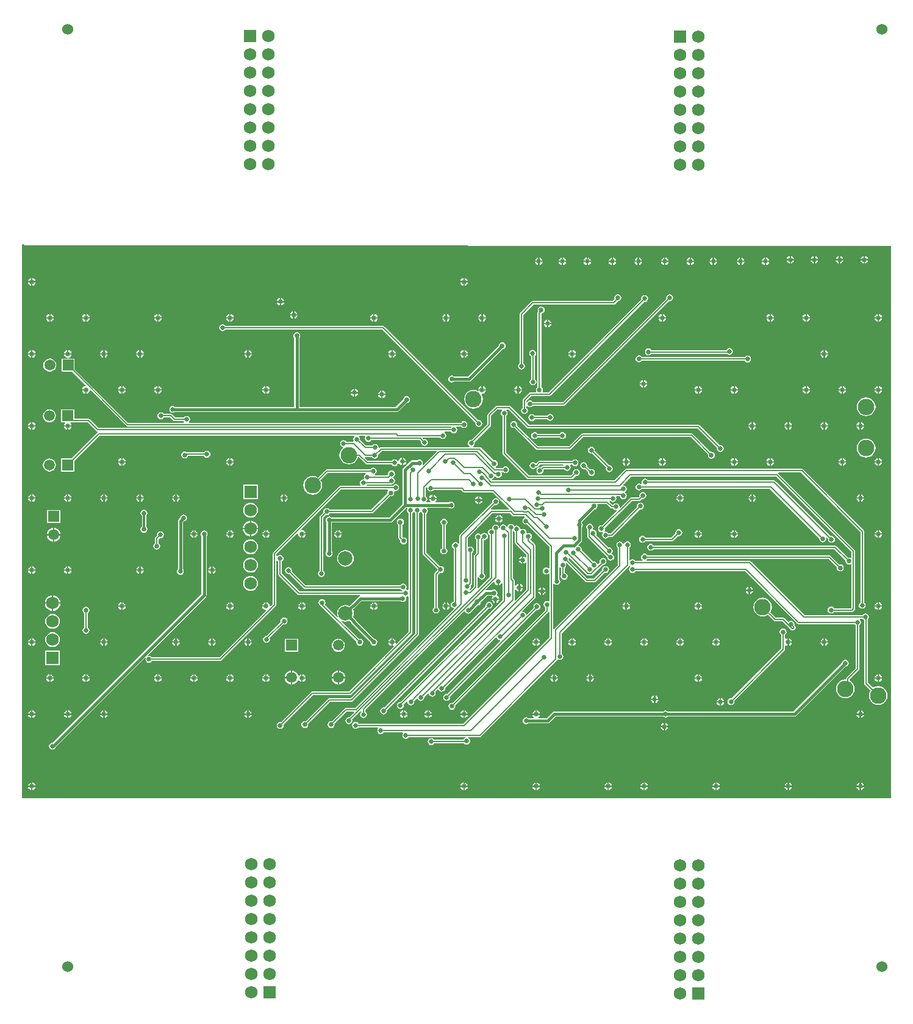
<source format=gbr>
%TF.GenerationSoftware,Altium Limited,Altium Designer,19.1.6 (110)*%
G04 Layer_Physical_Order=2*
G04 Layer_Color=16711680*
%FSLAX43Y43*%
%MOMM*%
%TF.FileFunction,Copper,L2,Bot,Signal*%
%TF.Part,Single*%
G01*
G75*
%TA.AperFunction,Conductor*%
%ADD31C,0.200*%
%ADD32C,0.400*%
%ADD33C,0.300*%
%TA.AperFunction,ComponentPad*%
%ADD34R,1.750X1.750*%
%ADD35C,1.750*%
%ADD36C,1.500*%
%ADD37R,1.500X1.500*%
%ADD38R,1.500X1.500*%
%ADD39C,2.286*%
%ADD40C,2.000*%
%ADD41C,1.498*%
%ADD42R,1.498X1.498*%
%TA.AperFunction,WasherPad*%
%ADD43C,1.524*%
%TA.AperFunction,ViaPad*%
%ADD44C,0.650*%
G36*
X4001Y110057D02*
X7404D01*
X7696Y110019D01*
X124308Y109959D01*
X124308Y33324D01*
X3594D01*
Y110108D01*
X3772Y110286D01*
X4001Y110057D01*
D02*
G37*
%LPC*%
G36*
X120661Y108567D02*
Y108152D01*
X121076D01*
X121055Y108256D01*
X120939Y108430D01*
X120765Y108546D01*
X120661Y108567D01*
D02*
G37*
G36*
X120461D02*
X120356Y108546D01*
X120182Y108430D01*
X120066Y108256D01*
X120045Y108152D01*
X120461D01*
Y108567D01*
D02*
G37*
G36*
X117222D02*
Y108152D01*
X117637D01*
X117616Y108256D01*
X117500Y108430D01*
X117326Y108546D01*
X117222Y108567D01*
D02*
G37*
G36*
X117022D02*
X116917Y108546D01*
X116743Y108430D01*
X116627Y108256D01*
X116606Y108152D01*
X117022D01*
Y108567D01*
D02*
G37*
G36*
X113740D02*
Y108152D01*
X114155D01*
X114134Y108256D01*
X114018Y108430D01*
X113844Y108546D01*
X113740Y108567D01*
D02*
G37*
G36*
X113540D02*
X113435Y108546D01*
X113261Y108430D01*
X113145Y108256D01*
X113124Y108152D01*
X113540D01*
Y108567D01*
D02*
G37*
G36*
X110387D02*
Y108152D01*
X110802D01*
X110781Y108256D01*
X110665Y108430D01*
X110492Y108546D01*
X110387Y108567D01*
D02*
G37*
G36*
X110187D02*
X110082Y108546D01*
X109908Y108430D01*
X109792Y108256D01*
X109771Y108152D01*
X110187D01*
Y108567D01*
D02*
G37*
G36*
X106944Y108346D02*
Y107931D01*
X107360D01*
X107339Y108035D01*
X107223Y108209D01*
X107049Y108325D01*
X106944Y108346D01*
D02*
G37*
G36*
X106744D02*
X106640Y108325D01*
X106466Y108209D01*
X106350Y108035D01*
X106329Y107931D01*
X106744D01*
Y108346D01*
D02*
G37*
G36*
X103500D02*
Y107931D01*
X103915D01*
X103895Y108035D01*
X103778Y108209D01*
X103605Y108325D01*
X103500Y108346D01*
D02*
G37*
G36*
X103300D02*
X103195Y108325D01*
X103021Y108209D01*
X102905Y108035D01*
X102885Y107931D01*
X103300D01*
Y108346D01*
D02*
G37*
G36*
X99700D02*
Y107931D01*
X100115D01*
X100095Y108035D01*
X99978Y108209D01*
X99805Y108325D01*
X99700Y108346D01*
D02*
G37*
G36*
X99500D02*
X99395Y108325D01*
X99221Y108209D01*
X99105Y108035D01*
X99085Y107931D01*
X99500D01*
Y108346D01*
D02*
G37*
G36*
X96500D02*
Y107931D01*
X96915D01*
X96895Y108035D01*
X96779Y108209D01*
X96605Y108325D01*
X96500Y108346D01*
D02*
G37*
G36*
X96300D02*
X96195Y108325D01*
X96021Y108209D01*
X95905Y108035D01*
X95885Y107931D01*
X96300D01*
Y108346D01*
D02*
G37*
G36*
X92979D02*
Y107931D01*
X93394D01*
X93373Y108035D01*
X93257Y108209D01*
X93083Y108325D01*
X92979Y108346D01*
D02*
G37*
G36*
X92779D02*
X92674Y108325D01*
X92500Y108209D01*
X92384Y108035D01*
X92363Y107931D01*
X92779D01*
Y108346D01*
D02*
G37*
G36*
X89281D02*
Y107931D01*
X89696D01*
X89675Y108035D01*
X89559Y108209D01*
X89386Y108325D01*
X89281Y108346D01*
D02*
G37*
G36*
X89081D02*
X88976Y108325D01*
X88802Y108209D01*
X88686Y108035D01*
X88665Y107931D01*
X89081D01*
Y108346D01*
D02*
G37*
G36*
X85700D02*
Y107931D01*
X86115D01*
X86095Y108035D01*
X85979Y108209D01*
X85805Y108325D01*
X85700Y108346D01*
D02*
G37*
G36*
X85500D02*
X85395Y108325D01*
X85221Y108209D01*
X85105Y108035D01*
X85085Y107931D01*
X85500D01*
Y108346D01*
D02*
G37*
G36*
X82200D02*
Y107931D01*
X82615D01*
X82595Y108035D01*
X82478Y108209D01*
X82305Y108325D01*
X82200Y108346D01*
D02*
G37*
G36*
X82000D02*
X81895Y108325D01*
X81721Y108209D01*
X81605Y108035D01*
X81585Y107931D01*
X82000D01*
Y108346D01*
D02*
G37*
G36*
X78763D02*
Y107931D01*
X79178D01*
X79157Y108035D01*
X79041Y108209D01*
X78867Y108325D01*
X78763Y108346D01*
D02*
G37*
G36*
X78563D02*
X78458Y108325D01*
X78284Y108209D01*
X78168Y108035D01*
X78147Y107931D01*
X78563D01*
Y108346D01*
D02*
G37*
G36*
X75475D02*
Y107931D01*
X75890D01*
X75869Y108035D01*
X75753Y108209D01*
X75580Y108325D01*
X75475Y108346D01*
D02*
G37*
G36*
X75275D02*
X75170Y108325D01*
X74996Y108209D01*
X74880Y108035D01*
X74860Y107931D01*
X75275D01*
Y108346D01*
D02*
G37*
G36*
X121076Y107952D02*
X120661D01*
Y107536D01*
X120765Y107557D01*
X120939Y107673D01*
X121055Y107847D01*
X121076Y107952D01*
D02*
G37*
G36*
X120461D02*
X120045D01*
X120066Y107847D01*
X120182Y107673D01*
X120356Y107557D01*
X120461Y107536D01*
Y107952D01*
D02*
G37*
G36*
X117637D02*
X117222D01*
Y107536D01*
X117326Y107557D01*
X117500Y107673D01*
X117616Y107847D01*
X117637Y107952D01*
D02*
G37*
G36*
X117022D02*
X116606D01*
X116627Y107847D01*
X116743Y107673D01*
X116917Y107557D01*
X117022Y107536D01*
Y107952D01*
D02*
G37*
G36*
X114155D02*
X113740D01*
Y107536D01*
X113844Y107557D01*
X114018Y107673D01*
X114134Y107847D01*
X114155Y107952D01*
D02*
G37*
G36*
X113540D02*
X113124D01*
X113145Y107847D01*
X113261Y107673D01*
X113435Y107557D01*
X113540Y107536D01*
Y107952D01*
D02*
G37*
G36*
X110802D02*
X110387D01*
Y107536D01*
X110492Y107557D01*
X110665Y107673D01*
X110781Y107847D01*
X110802Y107952D01*
D02*
G37*
G36*
X110187D02*
X109771D01*
X109792Y107847D01*
X109908Y107673D01*
X110082Y107557D01*
X110187Y107536D01*
Y107952D01*
D02*
G37*
G36*
X107360Y107731D02*
X106944D01*
Y107315D01*
X107049Y107336D01*
X107223Y107452D01*
X107339Y107626D01*
X107360Y107731D01*
D02*
G37*
G36*
X106744D02*
X106329D01*
X106350Y107626D01*
X106466Y107452D01*
X106640Y107336D01*
X106744Y107315D01*
Y107731D01*
D02*
G37*
G36*
X103915D02*
X103500D01*
Y107315D01*
X103605Y107336D01*
X103778Y107452D01*
X103895Y107626D01*
X103915Y107731D01*
D02*
G37*
G36*
X103300D02*
X102885D01*
X102905Y107626D01*
X103021Y107452D01*
X103195Y107336D01*
X103300Y107315D01*
Y107731D01*
D02*
G37*
G36*
X100115D02*
X99700D01*
Y107315D01*
X99805Y107336D01*
X99978Y107452D01*
X100095Y107626D01*
X100115Y107731D01*
D02*
G37*
G36*
X99500D02*
X99085D01*
X99105Y107626D01*
X99221Y107452D01*
X99395Y107336D01*
X99500Y107315D01*
Y107731D01*
D02*
G37*
G36*
X96915D02*
X96500D01*
Y107315D01*
X96605Y107336D01*
X96779Y107452D01*
X96895Y107626D01*
X96915Y107731D01*
D02*
G37*
G36*
X96300D02*
X95885D01*
X95905Y107626D01*
X96021Y107452D01*
X96195Y107336D01*
X96300Y107315D01*
Y107731D01*
D02*
G37*
G36*
X93394D02*
X92979D01*
Y107315D01*
X93083Y107336D01*
X93257Y107452D01*
X93373Y107626D01*
X93394Y107731D01*
D02*
G37*
G36*
X92779D02*
X92363D01*
X92384Y107626D01*
X92500Y107452D01*
X92674Y107336D01*
X92779Y107315D01*
Y107731D01*
D02*
G37*
G36*
X89696D02*
X89281D01*
Y107315D01*
X89386Y107336D01*
X89559Y107452D01*
X89675Y107626D01*
X89696Y107731D01*
D02*
G37*
G36*
X89081D02*
X88665D01*
X88686Y107626D01*
X88802Y107452D01*
X88976Y107336D01*
X89081Y107315D01*
Y107731D01*
D02*
G37*
G36*
X86115D02*
X85700D01*
Y107315D01*
X85805Y107336D01*
X85979Y107452D01*
X86095Y107626D01*
X86115Y107731D01*
D02*
G37*
G36*
X85500D02*
X85085D01*
X85105Y107626D01*
X85221Y107452D01*
X85395Y107336D01*
X85500Y107315D01*
Y107731D01*
D02*
G37*
G36*
X82615D02*
X82200D01*
Y107315D01*
X82305Y107336D01*
X82478Y107452D01*
X82595Y107626D01*
X82615Y107731D01*
D02*
G37*
G36*
X82000D02*
X81585D01*
X81605Y107626D01*
X81721Y107452D01*
X81895Y107336D01*
X82000Y107315D01*
Y107731D01*
D02*
G37*
G36*
X79178D02*
X78763D01*
Y107315D01*
X78867Y107336D01*
X79041Y107452D01*
X79157Y107626D01*
X79178Y107731D01*
D02*
G37*
G36*
X78563D02*
X78147D01*
X78168Y107626D01*
X78284Y107452D01*
X78458Y107336D01*
X78563Y107315D01*
Y107731D01*
D02*
G37*
G36*
X75890D02*
X75475D01*
Y107315D01*
X75580Y107336D01*
X75753Y107452D01*
X75869Y107626D01*
X75890Y107731D01*
D02*
G37*
G36*
X75275D02*
X74860D01*
X74880Y107626D01*
X74996Y107452D01*
X75170Y107336D01*
X75275Y107315D01*
Y107731D01*
D02*
G37*
G36*
X65100Y105515D02*
Y105100D01*
X65515D01*
X65495Y105205D01*
X65379Y105379D01*
X65205Y105495D01*
X65100Y105515D01*
D02*
G37*
G36*
X64900D02*
X64795Y105495D01*
X64622Y105379D01*
X64505Y105205D01*
X64485Y105100D01*
X64900D01*
Y105515D01*
D02*
G37*
G36*
X5100D02*
Y105100D01*
X5515D01*
X5495Y105205D01*
X5379Y105379D01*
X5205Y105495D01*
X5100Y105515D01*
D02*
G37*
G36*
X4900D02*
X4795Y105495D01*
X4622Y105379D01*
X4505Y105205D01*
X4485Y105100D01*
X4900D01*
Y105515D01*
D02*
G37*
G36*
X65515Y104900D02*
X65100D01*
Y104485D01*
X65205Y104505D01*
X65379Y104622D01*
X65495Y104795D01*
X65515Y104900D01*
D02*
G37*
G36*
X64900D02*
X64485D01*
X64505Y104795D01*
X64622Y104622D01*
X64795Y104505D01*
X64900Y104485D01*
Y104900D01*
D02*
G37*
G36*
X5515D02*
X5100D01*
Y104485D01*
X5205Y104505D01*
X5379Y104622D01*
X5495Y104795D01*
X5515Y104900D01*
D02*
G37*
G36*
X4900D02*
X4485D01*
X4505Y104795D01*
X4622Y104622D01*
X4795Y104505D01*
X4900Y104485D01*
Y104900D01*
D02*
G37*
G36*
X39597Y102750D02*
Y102335D01*
X40012D01*
X39992Y102440D01*
X39875Y102614D01*
X39702Y102730D01*
X39597Y102750D01*
D02*
G37*
G36*
X39397D02*
X39292Y102730D01*
X39118Y102614D01*
X39002Y102440D01*
X38982Y102335D01*
X39397D01*
Y102750D01*
D02*
G37*
G36*
X86352Y103266D02*
X86167Y103229D01*
X86010Y103124D01*
X85905Y102967D01*
X85868Y102782D01*
X85904Y102597D01*
X85619Y102312D01*
X74524D01*
X74426Y102293D01*
X74343Y102237D01*
X72794Y100688D01*
X72739Y100605D01*
X72719Y100508D01*
Y93695D01*
X72632Y93637D01*
X72527Y93480D01*
X72490Y93294D01*
X72527Y93109D01*
X72632Y92952D01*
X72789Y92847D01*
X72974Y92810D01*
X73160Y92847D01*
X73317Y92952D01*
X73422Y93109D01*
X73459Y93294D01*
X73422Y93480D01*
X73317Y93637D01*
X73229Y93695D01*
Y100402D01*
X74629Y101802D01*
X85725D01*
X85823Y101822D01*
X85905Y101877D01*
X86330Y102302D01*
X86352Y102297D01*
X86537Y102334D01*
X86694Y102439D01*
X86799Y102596D01*
X86836Y102782D01*
X86799Y102967D01*
X86694Y103124D01*
X86537Y103229D01*
X86352Y103266D01*
D02*
G37*
G36*
X93550D02*
X93365Y103229D01*
X93208Y103124D01*
X93103Y102967D01*
X93066Y102782D01*
X93086Y102678D01*
X78725Y88317D01*
X74569D01*
X74510Y88404D01*
X74353Y88509D01*
X74168Y88546D01*
X73983Y88509D01*
X73826Y88404D01*
X73756Y88300D01*
X73629Y88339D01*
Y88483D01*
X74308Y89162D01*
X76819D01*
X76916Y89182D01*
X76999Y89237D01*
X89965Y102203D01*
X90068Y102182D01*
X90254Y102219D01*
X90411Y102324D01*
X90516Y102481D01*
X90553Y102667D01*
X90516Y102852D01*
X90411Y103009D01*
X90254Y103114D01*
X90068Y103151D01*
X89883Y103114D01*
X89726Y103009D01*
X89621Y102852D01*
X89584Y102667D01*
X89605Y102564D01*
X76713Y89672D01*
X75955D01*
X75896Y89784D01*
X75911Y89807D01*
X75948Y89992D01*
X75911Y90178D01*
X75806Y90335D01*
X75718Y90393D01*
Y100582D01*
X75903Y100619D01*
X76060Y100724D01*
X76165Y100881D01*
X76202Y101067D01*
X76165Y101252D01*
X76060Y101409D01*
X75903Y101514D01*
X75717Y101551D01*
X75532Y101514D01*
X75375Y101409D01*
X75270Y101252D01*
X75233Y101067D01*
X75270Y100881D01*
X75280Y100866D01*
X75228Y100788D01*
X75209Y100691D01*
Y90393D01*
X75121Y90335D01*
X75016Y90178D01*
X74979Y89992D01*
X75016Y89807D01*
X75031Y89784D01*
X74971Y89672D01*
X74203D01*
X74105Y89653D01*
X74022Y89597D01*
X73194Y88769D01*
X73139Y88686D01*
X73119Y88589D01*
Y87533D01*
X73032Y87474D01*
X72927Y87317D01*
X72890Y87132D01*
X72927Y86946D01*
X73032Y86789D01*
X73189Y86684D01*
X73374Y86647D01*
X73559Y86684D01*
X73716Y86789D01*
X73821Y86946D01*
X73858Y87132D01*
X73821Y87317D01*
X73716Y87474D01*
X73629Y87533D01*
Y87785D01*
X73756Y87824D01*
X73826Y87719D01*
X73983Y87614D01*
X74168Y87577D01*
X74353Y87614D01*
X74510Y87719D01*
X74569Y87807D01*
X78830D01*
X78928Y87826D01*
X79010Y87882D01*
X93447Y102318D01*
X93550Y102297D01*
X93735Y102334D01*
X93892Y102439D01*
X93997Y102596D01*
X94034Y102782D01*
X93997Y102967D01*
X93892Y103124D01*
X93735Y103229D01*
X93550Y103266D01*
D02*
G37*
G36*
X40012Y102135D02*
X39597D01*
Y101720D01*
X39702Y101740D01*
X39875Y101856D01*
X39992Y102030D01*
X40012Y102135D01*
D02*
G37*
G36*
X39397D02*
X38982D01*
X39002Y102030D01*
X39118Y101856D01*
X39292Y101740D01*
X39397Y101720D01*
Y102135D01*
D02*
G37*
G36*
X41451Y100896D02*
Y100481D01*
X41867D01*
X41846Y100586D01*
X41730Y100759D01*
X41556Y100875D01*
X41451Y100896D01*
D02*
G37*
G36*
X41251D02*
X41146Y100875D01*
X40973Y100759D01*
X40857Y100586D01*
X40836Y100481D01*
X41251D01*
Y100896D01*
D02*
G37*
G36*
X122600Y100515D02*
Y100100D01*
X123015D01*
X122995Y100205D01*
X122879Y100379D01*
X122705Y100495D01*
X122600Y100515D01*
D02*
G37*
G36*
X122400D02*
X122295Y100495D01*
X122122Y100379D01*
X122005Y100205D01*
X121985Y100100D01*
X122400D01*
Y100515D01*
D02*
G37*
G36*
X112600D02*
Y100100D01*
X113015D01*
X112995Y100205D01*
X112879Y100379D01*
X112705Y100495D01*
X112600Y100515D01*
D02*
G37*
G36*
X112400D02*
X112295Y100495D01*
X112122Y100379D01*
X112005Y100205D01*
X111985Y100100D01*
X112400D01*
Y100515D01*
D02*
G37*
G36*
X107600D02*
Y100100D01*
X108015D01*
X107995Y100205D01*
X107879Y100379D01*
X107705Y100495D01*
X107600Y100515D01*
D02*
G37*
G36*
X107400D02*
X107295Y100495D01*
X107122Y100379D01*
X107005Y100205D01*
X106985Y100100D01*
X107400D01*
Y100515D01*
D02*
G37*
G36*
X92600D02*
Y100100D01*
X93015D01*
X92995Y100205D01*
X92879Y100379D01*
X92705Y100495D01*
X92600Y100515D01*
D02*
G37*
G36*
X92400D02*
X92295Y100495D01*
X92122Y100379D01*
X92005Y100205D01*
X91985Y100100D01*
X92400D01*
Y100515D01*
D02*
G37*
G36*
X67600D02*
Y100100D01*
X68015D01*
X67995Y100205D01*
X67879Y100379D01*
X67705Y100495D01*
X67600Y100515D01*
D02*
G37*
G36*
X67400D02*
X67295Y100495D01*
X67122Y100379D01*
X67005Y100205D01*
X66985Y100100D01*
X67400D01*
Y100515D01*
D02*
G37*
G36*
X62600D02*
Y100100D01*
X63015D01*
X62995Y100205D01*
X62879Y100379D01*
X62705Y100495D01*
X62600Y100515D01*
D02*
G37*
G36*
X62400D02*
X62295Y100495D01*
X62122Y100379D01*
X62005Y100205D01*
X61985Y100100D01*
X62400D01*
Y100515D01*
D02*
G37*
G36*
X52600D02*
Y100100D01*
X53015D01*
X52995Y100205D01*
X52879Y100379D01*
X52705Y100495D01*
X52600Y100515D01*
D02*
G37*
G36*
X52400D02*
X52295Y100495D01*
X52122Y100379D01*
X52005Y100205D01*
X51985Y100100D01*
X52400D01*
Y100515D01*
D02*
G37*
G36*
X32600D02*
Y100100D01*
X33015D01*
X32995Y100205D01*
X32879Y100379D01*
X32705Y100495D01*
X32600Y100515D01*
D02*
G37*
G36*
X32400D02*
X32295Y100495D01*
X32122Y100379D01*
X32005Y100205D01*
X31985Y100100D01*
X32400D01*
Y100515D01*
D02*
G37*
G36*
X22600D02*
Y100100D01*
X23015D01*
X22995Y100205D01*
X22879Y100379D01*
X22705Y100495D01*
X22600Y100515D01*
D02*
G37*
G36*
X22400D02*
X22295Y100495D01*
X22122Y100379D01*
X22005Y100205D01*
X21985Y100100D01*
X22400D01*
Y100515D01*
D02*
G37*
G36*
X12600D02*
Y100100D01*
X13015D01*
X12995Y100205D01*
X12879Y100379D01*
X12705Y100495D01*
X12600Y100515D01*
D02*
G37*
G36*
X12400D02*
X12295Y100495D01*
X12122Y100379D01*
X12005Y100205D01*
X11985Y100100D01*
X12400D01*
Y100515D01*
D02*
G37*
G36*
X7600D02*
Y100100D01*
X8015D01*
X7995Y100205D01*
X7879Y100379D01*
X7705Y100495D01*
X7600Y100515D01*
D02*
G37*
G36*
X7400D02*
X7295Y100495D01*
X7122Y100379D01*
X7005Y100205D01*
X6985Y100100D01*
X7400D01*
Y100515D01*
D02*
G37*
G36*
X41867Y100281D02*
X41451D01*
Y99865D01*
X41556Y99886D01*
X41730Y100002D01*
X41846Y100176D01*
X41867Y100281D01*
D02*
G37*
G36*
X41251D02*
X40836D01*
X40857Y100176D01*
X40973Y100002D01*
X41146Y99886D01*
X41251Y99865D01*
Y100281D01*
D02*
G37*
G36*
X123015Y99900D02*
X122600D01*
Y99485D01*
X122705Y99505D01*
X122879Y99622D01*
X122995Y99795D01*
X123015Y99900D01*
D02*
G37*
G36*
X122400D02*
X121985D01*
X122005Y99795D01*
X122122Y99622D01*
X122295Y99505D01*
X122400Y99485D01*
Y99900D01*
D02*
G37*
G36*
X113015D02*
X112600D01*
Y99485D01*
X112705Y99505D01*
X112879Y99622D01*
X112995Y99795D01*
X113015Y99900D01*
D02*
G37*
G36*
X112400D02*
X111985D01*
X112005Y99795D01*
X112122Y99622D01*
X112295Y99505D01*
X112400Y99485D01*
Y99900D01*
D02*
G37*
G36*
X108015D02*
X107600D01*
Y99485D01*
X107705Y99505D01*
X107879Y99622D01*
X107995Y99795D01*
X108015Y99900D01*
D02*
G37*
G36*
X107400D02*
X106985D01*
X107005Y99795D01*
X107122Y99622D01*
X107295Y99505D01*
X107400Y99485D01*
Y99900D01*
D02*
G37*
G36*
X93015D02*
X92600D01*
Y99485D01*
X92705Y99505D01*
X92879Y99622D01*
X92995Y99795D01*
X93015Y99900D01*
D02*
G37*
G36*
X92400D02*
X91985D01*
X92005Y99795D01*
X92122Y99622D01*
X92295Y99505D01*
X92400Y99485D01*
Y99900D01*
D02*
G37*
G36*
X68015D02*
X67600D01*
Y99485D01*
X67705Y99505D01*
X67879Y99622D01*
X67995Y99795D01*
X68015Y99900D01*
D02*
G37*
G36*
X67400D02*
X66985D01*
X67005Y99795D01*
X67122Y99622D01*
X67295Y99505D01*
X67400Y99485D01*
Y99900D01*
D02*
G37*
G36*
X63015D02*
X62600D01*
Y99485D01*
X62705Y99505D01*
X62879Y99622D01*
X62995Y99795D01*
X63015Y99900D01*
D02*
G37*
G36*
X62400D02*
X61985D01*
X62005Y99795D01*
X62122Y99622D01*
X62295Y99505D01*
X62400Y99485D01*
Y99900D01*
D02*
G37*
G36*
X53015D02*
X52600D01*
Y99485D01*
X52705Y99505D01*
X52879Y99622D01*
X52995Y99795D01*
X53015Y99900D01*
D02*
G37*
G36*
X52400D02*
X51985D01*
X52005Y99795D01*
X52122Y99622D01*
X52295Y99505D01*
X52400Y99485D01*
Y99900D01*
D02*
G37*
G36*
X33015D02*
X32600D01*
Y99485D01*
X32705Y99505D01*
X32879Y99622D01*
X32995Y99795D01*
X33015Y99900D01*
D02*
G37*
G36*
X32400D02*
X31985D01*
X32005Y99795D01*
X32122Y99622D01*
X32295Y99505D01*
X32400Y99485D01*
Y99900D01*
D02*
G37*
G36*
X23015D02*
X22600D01*
Y99485D01*
X22705Y99505D01*
X22879Y99622D01*
X22995Y99795D01*
X23015Y99900D01*
D02*
G37*
G36*
X22400D02*
X21985D01*
X22005Y99795D01*
X22122Y99622D01*
X22295Y99505D01*
X22400Y99485D01*
Y99900D01*
D02*
G37*
G36*
X13015D02*
X12600D01*
Y99485D01*
X12705Y99505D01*
X12879Y99622D01*
X12995Y99795D01*
X13015Y99900D01*
D02*
G37*
G36*
X12400D02*
X11985D01*
X12005Y99795D01*
X12122Y99622D01*
X12295Y99505D01*
X12400Y99485D01*
Y99900D01*
D02*
G37*
G36*
X8015D02*
X7600D01*
Y99485D01*
X7705Y99505D01*
X7879Y99622D01*
X7995Y99795D01*
X8015Y99900D01*
D02*
G37*
G36*
X7400D02*
X6985D01*
X7005Y99795D01*
X7122Y99622D01*
X7295Y99505D01*
X7400Y99485D01*
Y99900D01*
D02*
G37*
G36*
X76681Y99728D02*
Y99312D01*
X77096D01*
X77076Y99417D01*
X76960Y99591D01*
X76786Y99707D01*
X76681Y99728D01*
D02*
G37*
G36*
X76481D02*
X76376Y99707D01*
X76202Y99591D01*
X76086Y99417D01*
X76066Y99312D01*
X76481D01*
Y99728D01*
D02*
G37*
G36*
X77096Y99112D02*
X76681D01*
Y98697D01*
X76786Y98718D01*
X76960Y98834D01*
X77076Y99008D01*
X77096Y99112D01*
D02*
G37*
G36*
X76481D02*
X76066D01*
X76086Y99008D01*
X76202Y98834D01*
X76376Y98718D01*
X76481Y98697D01*
Y99112D01*
D02*
G37*
G36*
X101829Y95811D02*
X101643Y95774D01*
X101486Y95669D01*
X101394Y95530D01*
X91003D01*
X90944Y95618D01*
X90787Y95723D01*
X90602Y95760D01*
X90416Y95723D01*
X90259Y95618D01*
X90154Y95461D01*
X90117Y95275D01*
X90154Y95090D01*
X90259Y94933D01*
X90416Y94828D01*
X90602Y94791D01*
X90787Y94828D01*
X90944Y94933D01*
X91003Y95021D01*
X101462D01*
X101486Y94984D01*
X101643Y94879D01*
X101829Y94842D01*
X102014Y94879D01*
X102171Y94984D01*
X102276Y95141D01*
X102313Y95326D01*
X102276Y95512D01*
X102171Y95669D01*
X102014Y95774D01*
X101829Y95811D01*
D02*
G37*
G36*
X115100Y95515D02*
Y95100D01*
X115515D01*
X115495Y95205D01*
X115379Y95379D01*
X115205Y95495D01*
X115100Y95515D01*
D02*
G37*
G36*
X114900D02*
X114795Y95495D01*
X114622Y95379D01*
X114505Y95205D01*
X114485Y95100D01*
X114900D01*
Y95515D01*
D02*
G37*
G36*
X80100D02*
Y95100D01*
X80515D01*
X80495Y95205D01*
X80379Y95379D01*
X80205Y95495D01*
X80100Y95515D01*
D02*
G37*
G36*
X79900D02*
X79795Y95495D01*
X79622Y95379D01*
X79505Y95205D01*
X79485Y95100D01*
X79900D01*
Y95515D01*
D02*
G37*
G36*
X65100D02*
Y95100D01*
X65515D01*
X65495Y95205D01*
X65379Y95379D01*
X65205Y95495D01*
X65100Y95515D01*
D02*
G37*
G36*
X64900D02*
X64795Y95495D01*
X64622Y95379D01*
X64505Y95205D01*
X64485Y95100D01*
X64900D01*
Y95515D01*
D02*
G37*
G36*
X55100D02*
Y95100D01*
X55515D01*
X55495Y95205D01*
X55379Y95379D01*
X55205Y95495D01*
X55100Y95515D01*
D02*
G37*
G36*
X54900D02*
X54795Y95495D01*
X54622Y95379D01*
X54505Y95205D01*
X54485Y95100D01*
X54900D01*
Y95515D01*
D02*
G37*
G36*
X35100D02*
Y95100D01*
X35515D01*
X35495Y95205D01*
X35379Y95379D01*
X35205Y95495D01*
X35100Y95515D01*
D02*
G37*
G36*
X34900D02*
X34795Y95495D01*
X34622Y95379D01*
X34505Y95205D01*
X34485Y95100D01*
X34900D01*
Y95515D01*
D02*
G37*
G36*
X20100D02*
Y95100D01*
X20515D01*
X20495Y95205D01*
X20379Y95379D01*
X20205Y95495D01*
X20100Y95515D01*
D02*
G37*
G36*
X19900D02*
X19795Y95495D01*
X19622Y95379D01*
X19505Y95205D01*
X19485Y95100D01*
X19900D01*
Y95515D01*
D02*
G37*
G36*
X15100D02*
Y95100D01*
X15515D01*
X15495Y95205D01*
X15379Y95379D01*
X15205Y95495D01*
X15100Y95515D01*
D02*
G37*
G36*
X14900D02*
X14795Y95495D01*
X14622Y95379D01*
X14505Y95205D01*
X14485Y95100D01*
X14900D01*
Y95515D01*
D02*
G37*
G36*
X10100D02*
Y95100D01*
X10515D01*
X10495Y95205D01*
X10379Y95379D01*
X10205Y95495D01*
X10100Y95515D01*
D02*
G37*
G36*
X9900D02*
X9795Y95495D01*
X9622Y95379D01*
X9505Y95205D01*
X9485Y95100D01*
X9900D01*
Y95515D01*
D02*
G37*
G36*
X5100D02*
Y95100D01*
X5515D01*
X5495Y95205D01*
X5379Y95379D01*
X5205Y95495D01*
X5100Y95515D01*
D02*
G37*
G36*
X4900D02*
X4795Y95495D01*
X4622Y95379D01*
X4505Y95205D01*
X4485Y95100D01*
X4900D01*
Y95515D01*
D02*
G37*
G36*
X115515Y94900D02*
X115100D01*
Y94485D01*
X115205Y94505D01*
X115379Y94622D01*
X115495Y94795D01*
X115515Y94900D01*
D02*
G37*
G36*
X114900D02*
X114485D01*
X114505Y94795D01*
X114622Y94622D01*
X114795Y94505D01*
X114900Y94485D01*
Y94900D01*
D02*
G37*
G36*
X80515D02*
X80100D01*
Y94485D01*
X80205Y94505D01*
X80379Y94622D01*
X80495Y94795D01*
X80515Y94900D01*
D02*
G37*
G36*
X79900D02*
X79485D01*
X79505Y94795D01*
X79622Y94622D01*
X79795Y94505D01*
X79900Y94485D01*
Y94900D01*
D02*
G37*
G36*
X65515D02*
X65100D01*
Y94485D01*
X65205Y94505D01*
X65379Y94622D01*
X65495Y94795D01*
X65515Y94900D01*
D02*
G37*
G36*
X64900D02*
X64485D01*
X64505Y94795D01*
X64622Y94622D01*
X64795Y94505D01*
X64900Y94485D01*
Y94900D01*
D02*
G37*
G36*
X55515D02*
X55100D01*
Y94485D01*
X55205Y94505D01*
X55379Y94622D01*
X55495Y94795D01*
X55515Y94900D01*
D02*
G37*
G36*
X54900D02*
X54485D01*
X54505Y94795D01*
X54622Y94622D01*
X54795Y94505D01*
X54900Y94485D01*
Y94900D01*
D02*
G37*
G36*
X35515D02*
X35100D01*
Y94485D01*
X35205Y94505D01*
X35379Y94622D01*
X35495Y94795D01*
X35515Y94900D01*
D02*
G37*
G36*
X34900D02*
X34485D01*
X34505Y94795D01*
X34622Y94622D01*
X34795Y94505D01*
X34900Y94485D01*
Y94900D01*
D02*
G37*
G36*
X20515D02*
X20100D01*
Y94485D01*
X20205Y94505D01*
X20379Y94622D01*
X20495Y94795D01*
X20515Y94900D01*
D02*
G37*
G36*
X19900D02*
X19485D01*
X19505Y94795D01*
X19622Y94622D01*
X19795Y94505D01*
X19900Y94485D01*
Y94900D01*
D02*
G37*
G36*
X15515D02*
X15100D01*
Y94485D01*
X15205Y94505D01*
X15379Y94622D01*
X15495Y94795D01*
X15515Y94900D01*
D02*
G37*
G36*
X14900D02*
X14485D01*
X14505Y94795D01*
X14622Y94622D01*
X14795Y94505D01*
X14900Y94485D01*
Y94900D01*
D02*
G37*
G36*
X5515D02*
X5100D01*
Y94485D01*
X5205Y94505D01*
X5379Y94622D01*
X5495Y94795D01*
X5515Y94900D01*
D02*
G37*
G36*
X4900D02*
X4485D01*
X4505Y94795D01*
X4622Y94622D01*
X4795Y94505D01*
X4900Y94485D01*
Y94900D01*
D02*
G37*
G36*
X89284Y94777D02*
X89099Y94740D01*
X88942Y94635D01*
X88837Y94478D01*
X88800Y94292D01*
X88837Y94107D01*
X88942Y93950D01*
X89099Y93845D01*
X89284Y93808D01*
X89469Y93845D01*
X89627Y93950D01*
X89680Y94030D01*
X103942D01*
X104001Y93942D01*
X104158Y93837D01*
X104343Y93800D01*
X104529Y93837D01*
X104686Y93942D01*
X104791Y94099D01*
X104828Y94285D01*
X104791Y94470D01*
X104686Y94627D01*
X104529Y94732D01*
X104343Y94769D01*
X104158Y94732D01*
X104001Y94627D01*
X103942Y94540D01*
X89690D01*
X89627Y94635D01*
X89469Y94740D01*
X89284Y94777D01*
D02*
G37*
G36*
X7493Y94350D02*
X7258Y94319D01*
X7039Y94228D01*
X6851Y94084D01*
X6707Y93896D01*
X6616Y93677D01*
X6585Y93442D01*
X6616Y93207D01*
X6707Y92988D01*
X6851Y92800D01*
X7039Y92656D01*
X7258Y92565D01*
X7493Y92534D01*
X7728Y92565D01*
X7947Y92656D01*
X8135Y92800D01*
X8279Y92988D01*
X8370Y93207D01*
X8401Y93442D01*
X8370Y93677D01*
X8279Y93896D01*
X8135Y94084D01*
X7947Y94228D01*
X7728Y94319D01*
X7493Y94350D01*
D02*
G37*
G36*
X70294Y96598D02*
X70108Y96561D01*
X69951Y96456D01*
X69846Y96299D01*
X69814Y96139D01*
X65543Y91868D01*
X63605D01*
X63469Y91958D01*
X63284Y91995D01*
X63099Y91958D01*
X62942Y91853D01*
X62837Y91696D01*
X62800Y91511D01*
X62837Y91325D01*
X62942Y91168D01*
X63099Y91063D01*
X63284Y91026D01*
X63469Y91063D01*
X63605Y91154D01*
X65691D01*
X65827Y91181D01*
X65943Y91258D01*
X70319Y95634D01*
X70479Y95666D01*
X70636Y95771D01*
X70741Y95928D01*
X70778Y96114D01*
X70741Y96299D01*
X70636Y96456D01*
X70479Y96561D01*
X70294Y96598D01*
D02*
G37*
G36*
X90005Y91354D02*
Y90938D01*
X90421D01*
X90400Y91043D01*
X90284Y91217D01*
X90110Y91333D01*
X90005Y91354D01*
D02*
G37*
G36*
X89805D02*
X89701Y91333D01*
X89527Y91217D01*
X89411Y91043D01*
X89390Y90938D01*
X89805D01*
Y91354D01*
D02*
G37*
G36*
X74524Y95557D02*
X74338Y95520D01*
X74181Y95415D01*
X74076Y95258D01*
X74039Y95072D01*
X74076Y94887D01*
X74181Y94730D01*
X74320Y94637D01*
Y91511D01*
X74232Y91452D01*
X74127Y91295D01*
X74090Y91110D01*
X74127Y90924D01*
X74232Y90767D01*
X74389Y90662D01*
X74574Y90625D01*
X74760Y90662D01*
X74917Y90767D01*
X75022Y90924D01*
X75059Y91110D01*
X75022Y91295D01*
X74917Y91452D01*
X74829Y91511D01*
Y94705D01*
X74866Y94730D01*
X74971Y94887D01*
X75008Y95072D01*
X74971Y95258D01*
X74866Y95415D01*
X74709Y95520D01*
X74524Y95557D01*
D02*
G37*
G36*
X90421Y90738D02*
X90005D01*
Y90323D01*
X90110Y90344D01*
X90284Y90460D01*
X90400Y90633D01*
X90421Y90738D01*
D02*
G37*
G36*
X89805D02*
X89390D01*
X89411Y90633D01*
X89527Y90460D01*
X89701Y90344D01*
X89805Y90323D01*
Y90738D01*
D02*
G37*
G36*
X122600Y90515D02*
Y90100D01*
X123015D01*
X122995Y90205D01*
X122879Y90379D01*
X122705Y90495D01*
X122600Y90515D01*
D02*
G37*
G36*
X122400D02*
X122295Y90495D01*
X122122Y90379D01*
X122005Y90205D01*
X121985Y90100D01*
X122400D01*
Y90515D01*
D02*
G37*
G36*
X117600D02*
Y90100D01*
X118015D01*
X117995Y90205D01*
X117879Y90379D01*
X117705Y90495D01*
X117600Y90515D01*
D02*
G37*
G36*
X117400D02*
X117295Y90495D01*
X117122Y90379D01*
X117005Y90205D01*
X116985Y90100D01*
X117400D01*
Y90515D01*
D02*
G37*
G36*
X112600D02*
Y90100D01*
X113015D01*
X112995Y90205D01*
X112879Y90379D01*
X112705Y90495D01*
X112600Y90515D01*
D02*
G37*
G36*
X112400D02*
X112295Y90495D01*
X112122Y90379D01*
X112005Y90205D01*
X111985Y90100D01*
X112400D01*
Y90515D01*
D02*
G37*
G36*
X102600D02*
Y90100D01*
X103015D01*
X102995Y90205D01*
X102879Y90379D01*
X102705Y90495D01*
X102600Y90515D01*
D02*
G37*
G36*
X102400D02*
X102295Y90495D01*
X102122Y90379D01*
X102005Y90205D01*
X101985Y90100D01*
X102400D01*
Y90515D01*
D02*
G37*
G36*
X97600D02*
Y90100D01*
X98015D01*
X97995Y90205D01*
X97879Y90379D01*
X97705Y90495D01*
X97600Y90515D01*
D02*
G37*
G36*
X97400D02*
X97295Y90495D01*
X97122Y90379D01*
X97005Y90205D01*
X96985Y90100D01*
X97400D01*
Y90515D01*
D02*
G37*
G36*
X72600D02*
Y90100D01*
X73015D01*
X72995Y90205D01*
X72879Y90379D01*
X72705Y90495D01*
X72600Y90515D01*
D02*
G37*
G36*
X72400D02*
X72295Y90495D01*
X72122Y90379D01*
X72005Y90205D01*
X71985Y90100D01*
X72400D01*
Y90515D01*
D02*
G37*
G36*
X67600D02*
Y90100D01*
X68015D01*
X67995Y90205D01*
X67879Y90379D01*
X67705Y90495D01*
X67600Y90515D01*
D02*
G37*
G36*
X67400D02*
X67295Y90495D01*
X67122Y90379D01*
X67005Y90205D01*
X66985Y90100D01*
X67400D01*
Y90515D01*
D02*
G37*
G36*
X37600D02*
Y90100D01*
X38015D01*
X37995Y90205D01*
X37879Y90379D01*
X37705Y90495D01*
X37600Y90515D01*
D02*
G37*
G36*
X37400D02*
X37295Y90495D01*
X37122Y90379D01*
X37005Y90205D01*
X36985Y90100D01*
X37400D01*
Y90515D01*
D02*
G37*
G36*
X22600D02*
Y90100D01*
X23015D01*
X22995Y90205D01*
X22879Y90379D01*
X22705Y90495D01*
X22600Y90515D01*
D02*
G37*
G36*
X22400D02*
X22295Y90495D01*
X22122Y90379D01*
X22005Y90205D01*
X21985Y90100D01*
X22400D01*
Y90515D01*
D02*
G37*
G36*
X17600D02*
Y90100D01*
X18015D01*
X17995Y90205D01*
X17879Y90379D01*
X17705Y90495D01*
X17600Y90515D01*
D02*
G37*
G36*
X17400D02*
X17295Y90495D01*
X17122Y90379D01*
X17005Y90205D01*
X16985Y90100D01*
X17400D01*
Y90515D01*
D02*
G37*
G36*
X49886Y90125D02*
Y89710D01*
X50301D01*
X50280Y89814D01*
X50164Y89988D01*
X49990Y90104D01*
X49886Y90125D01*
D02*
G37*
G36*
X49686D02*
X49581Y90104D01*
X49407Y89988D01*
X49291Y89814D01*
X49270Y89710D01*
X49686D01*
Y90125D01*
D02*
G37*
G36*
X123015Y89900D02*
X122600D01*
Y89485D01*
X122705Y89505D01*
X122879Y89622D01*
X122995Y89795D01*
X123015Y89900D01*
D02*
G37*
G36*
X122400D02*
X121985D01*
X122005Y89795D01*
X122122Y89622D01*
X122295Y89505D01*
X122400Y89485D01*
Y89900D01*
D02*
G37*
G36*
X118015D02*
X117600D01*
Y89485D01*
X117705Y89505D01*
X117879Y89622D01*
X117995Y89795D01*
X118015Y89900D01*
D02*
G37*
G36*
X117400D02*
X116985D01*
X117005Y89795D01*
X117122Y89622D01*
X117295Y89505D01*
X117400Y89485D01*
Y89900D01*
D02*
G37*
G36*
X113015D02*
X112600D01*
Y89485D01*
X112705Y89505D01*
X112879Y89622D01*
X112995Y89795D01*
X113015Y89900D01*
D02*
G37*
G36*
X112400D02*
X111985D01*
X112005Y89795D01*
X112122Y89622D01*
X112295Y89505D01*
X112400Y89485D01*
Y89900D01*
D02*
G37*
G36*
X103015D02*
X102600D01*
Y89485D01*
X102705Y89505D01*
X102879Y89622D01*
X102995Y89795D01*
X103015Y89900D01*
D02*
G37*
G36*
X102400D02*
X101985D01*
X102005Y89795D01*
X102122Y89622D01*
X102295Y89505D01*
X102400Y89485D01*
Y89900D01*
D02*
G37*
G36*
X98015D02*
X97600D01*
Y89485D01*
X97705Y89505D01*
X97879Y89622D01*
X97995Y89795D01*
X98015Y89900D01*
D02*
G37*
G36*
X97400D02*
X96985D01*
X97005Y89795D01*
X97122Y89622D01*
X97295Y89505D01*
X97400Y89485D01*
Y89900D01*
D02*
G37*
G36*
X73015D02*
X72600D01*
Y89485D01*
X72705Y89505D01*
X72879Y89622D01*
X72995Y89795D01*
X73015Y89900D01*
D02*
G37*
G36*
X72400D02*
X71985D01*
X72005Y89795D01*
X72122Y89622D01*
X72295Y89505D01*
X72400Y89485D01*
Y89900D01*
D02*
G37*
G36*
X38015D02*
X37600D01*
Y89485D01*
X37705Y89505D01*
X37879Y89622D01*
X37995Y89795D01*
X38015Y89900D01*
D02*
G37*
G36*
X37400D02*
X36985D01*
X37005Y89795D01*
X37122Y89622D01*
X37295Y89505D01*
X37400Y89485D01*
Y89900D01*
D02*
G37*
G36*
X23015D02*
X22600D01*
Y89485D01*
X22705Y89505D01*
X22879Y89622D01*
X22995Y89795D01*
X23015Y89900D01*
D02*
G37*
G36*
X22400D02*
X21985D01*
X22005Y89795D01*
X22122Y89622D01*
X22295Y89505D01*
X22400Y89485D01*
Y89900D01*
D02*
G37*
G36*
X18015D02*
X17600D01*
Y89485D01*
X17705Y89505D01*
X17879Y89622D01*
X17995Y89795D01*
X18015Y89900D01*
D02*
G37*
G36*
X17400D02*
X16985D01*
X17005Y89795D01*
X17122Y89622D01*
X17295Y89505D01*
X17400Y89485D01*
Y89900D01*
D02*
G37*
G36*
X12400D02*
X11985D01*
X12005Y89795D01*
X12122Y89622D01*
X12295Y89505D01*
X12400Y89485D01*
Y89900D01*
D02*
G37*
G36*
X53696Y89896D02*
Y89481D01*
X54111D01*
X54090Y89586D01*
X53974Y89759D01*
X53800Y89876D01*
X53696Y89896D01*
D02*
G37*
G36*
X53496D02*
X53391Y89876D01*
X53217Y89759D01*
X53101Y89586D01*
X53080Y89481D01*
X53496D01*
Y89896D01*
D02*
G37*
G36*
X66309Y89990D02*
X65972Y89946D01*
X65657Y89816D01*
X65387Y89608D01*
X65180Y89338D01*
X65050Y89024D01*
X65005Y88686D01*
X65050Y88349D01*
X65180Y88034D01*
X65387Y87764D01*
X65657Y87557D01*
X65972Y87426D01*
X66309Y87382D01*
X66647Y87426D01*
X66961Y87557D01*
X67232Y87764D01*
X67439Y88034D01*
X67569Y88349D01*
X67613Y88686D01*
X67569Y89024D01*
X67439Y89338D01*
X67423Y89359D01*
X67490Y89467D01*
X67500Y89465D01*
X67705Y89505D01*
X67879Y89622D01*
X67995Y89795D01*
X68015Y89900D01*
X66918D01*
X66864Y89856D01*
X66647Y89946D01*
X66309Y89990D01*
D02*
G37*
G36*
X50301Y89510D02*
X49886D01*
Y89094D01*
X49990Y89115D01*
X50164Y89231D01*
X50280Y89405D01*
X50301Y89510D01*
D02*
G37*
G36*
X49686D02*
X49270D01*
X49291Y89405D01*
X49407Y89231D01*
X49581Y89115D01*
X49686Y89094D01*
Y89510D01*
D02*
G37*
G36*
X54111Y89281D02*
X53696D01*
Y88866D01*
X53800Y88886D01*
X53974Y89003D01*
X54090Y89176D01*
X54111Y89281D01*
D02*
G37*
G36*
X53496D02*
X53080D01*
X53101Y89176D01*
X53217Y89003D01*
X53391Y88886D01*
X53496Y88866D01*
Y89281D01*
D02*
G37*
G36*
X41783Y97995D02*
X41598Y97958D01*
X41441Y97853D01*
X41336Y97696D01*
X41299Y97511D01*
X41336Y97325D01*
X41426Y97190D01*
Y87657D01*
X24883D01*
X24747Y87747D01*
X24562Y87784D01*
X24376Y87747D01*
X24219Y87642D01*
X24114Y87485D01*
X24077Y87300D01*
X24114Y87114D01*
X24219Y86957D01*
X24376Y86852D01*
X24562Y86815D01*
X24747Y86852D01*
X24883Y86943D01*
X55660D01*
X55797Y86970D01*
X55913Y87047D01*
X57040Y88174D01*
X57200Y88206D01*
X57357Y88311D01*
X57462Y88468D01*
X57499Y88654D01*
X57462Y88839D01*
X57357Y88996D01*
X57200Y89101D01*
X57014Y89138D01*
X56829Y89101D01*
X56672Y88996D01*
X56567Y88839D01*
X56535Y88679D01*
X55513Y87657D01*
X42140D01*
Y97190D01*
X42230Y97325D01*
X42267Y97511D01*
X42230Y97696D01*
X42125Y97853D01*
X41968Y97958D01*
X41783Y97995D01*
D02*
G37*
G36*
X76937Y86667D02*
X76751Y86630D01*
X76594Y86525D01*
X76519Y86412D01*
X74823D01*
X74764Y86499D01*
X74607Y86604D01*
X74422Y86641D01*
X74237Y86604D01*
X74080Y86499D01*
X73975Y86342D01*
X73938Y86157D01*
X73975Y85971D01*
X74080Y85814D01*
X74237Y85709D01*
X74422Y85672D01*
X74607Y85709D01*
X74764Y85814D01*
X74823Y85902D01*
X76553D01*
X76594Y85840D01*
X76751Y85735D01*
X76937Y85698D01*
X77122Y85735D01*
X77279Y85840D01*
X77384Y85997D01*
X77421Y86182D01*
X77384Y86368D01*
X77279Y86525D01*
X77122Y86630D01*
X76937Y86667D01*
D02*
G37*
G36*
X120815Y88960D02*
X120478Y88915D01*
X120163Y88785D01*
X119893Y88578D01*
X119686Y88307D01*
X119556Y87993D01*
X119511Y87655D01*
X119556Y87318D01*
X119686Y87003D01*
X119893Y86733D01*
X120163Y86526D01*
X120478Y86396D01*
X120815Y86351D01*
X121153Y86396D01*
X121467Y86526D01*
X121738Y86733D01*
X121945Y87003D01*
X122075Y87318D01*
X122120Y87655D01*
X122075Y87993D01*
X121945Y88307D01*
X121738Y88578D01*
X121467Y88785D01*
X121153Y88915D01*
X120815Y88960D01*
D02*
G37*
G36*
X7442Y87301D02*
X7207Y87270D01*
X6988Y87180D01*
X6800Y87035D01*
X6656Y86847D01*
X6565Y86628D01*
X6534Y86393D01*
X6565Y86159D01*
X6656Y85940D01*
X6800Y85752D01*
X6988Y85607D01*
X7207Y85517D01*
X7442Y85486D01*
X7677Y85517D01*
X7896Y85607D01*
X8084Y85752D01*
X8228Y85940D01*
X8319Y86159D01*
X8350Y86393D01*
X8319Y86628D01*
X8228Y86847D01*
X8084Y87035D01*
X7896Y87180D01*
X7677Y87270D01*
X7442Y87301D01*
D02*
G37*
G36*
X120100Y85515D02*
Y85100D01*
X120515D01*
X120495Y85205D01*
X120379Y85379D01*
X120205Y85495D01*
X120100Y85515D01*
D02*
G37*
G36*
X119900D02*
X119795Y85495D01*
X119622Y85379D01*
X119505Y85205D01*
X119485Y85100D01*
X119900D01*
Y85515D01*
D02*
G37*
G36*
X115100D02*
Y85100D01*
X115515D01*
X115495Y85205D01*
X115379Y85379D01*
X115205Y85495D01*
X115100Y85515D01*
D02*
G37*
G36*
X114900D02*
X114795Y85495D01*
X114622Y85379D01*
X114505Y85205D01*
X114485Y85100D01*
X114900D01*
Y85515D01*
D02*
G37*
G36*
X110100D02*
Y85100D01*
X110515D01*
X110495Y85205D01*
X110379Y85379D01*
X110205Y85495D01*
X110100Y85515D01*
D02*
G37*
G36*
X109900D02*
X109795Y85495D01*
X109622Y85379D01*
X109505Y85205D01*
X109485Y85100D01*
X109900D01*
Y85515D01*
D02*
G37*
G36*
X105100D02*
Y85100D01*
X105515D01*
X105495Y85205D01*
X105379Y85379D01*
X105205Y85495D01*
X105100Y85515D01*
D02*
G37*
G36*
X104900D02*
X104795Y85495D01*
X104622Y85379D01*
X104505Y85205D01*
X104485Y85100D01*
X104900D01*
Y85515D01*
D02*
G37*
G36*
X5100D02*
Y85100D01*
X5515D01*
X5495Y85205D01*
X5379Y85379D01*
X5205Y85495D01*
X5100Y85515D01*
D02*
G37*
G36*
X4900D02*
X4795Y85495D01*
X4622Y85379D01*
X4505Y85205D01*
X4485Y85100D01*
X4900D01*
Y85515D01*
D02*
G37*
G36*
X31496Y99113D02*
X31311Y99076D01*
X31154Y98971D01*
X31049Y98814D01*
X31012Y98628D01*
X31049Y98443D01*
X31154Y98286D01*
X31311Y98181D01*
X31496Y98144D01*
X31681Y98181D01*
X31838Y98286D01*
X31897Y98373D01*
X53666D01*
X66592Y85447D01*
X66572Y85344D01*
X66609Y85159D01*
X66714Y85002D01*
X66871Y84897D01*
X67056Y84860D01*
X67241Y84897D01*
X67398Y85002D01*
X67503Y85159D01*
X67540Y85344D01*
X67503Y85529D01*
X67398Y85686D01*
X67241Y85791D01*
X67056Y85828D01*
X66953Y85808D01*
X53952Y98808D01*
X53869Y98864D01*
X53772Y98883D01*
X31897D01*
X31838Y98971D01*
X31681Y99076D01*
X31496Y99113D01*
D02*
G37*
G36*
X120515Y84900D02*
X120100D01*
Y84485D01*
X120205Y84505D01*
X120379Y84622D01*
X120495Y84795D01*
X120515Y84900D01*
D02*
G37*
G36*
X119900D02*
X119485D01*
X119505Y84795D01*
X119622Y84622D01*
X119795Y84505D01*
X119900Y84485D01*
Y84900D01*
D02*
G37*
G36*
X115515D02*
X115100D01*
Y84485D01*
X115205Y84505D01*
X115379Y84622D01*
X115495Y84795D01*
X115515Y84900D01*
D02*
G37*
G36*
X114900D02*
X114485D01*
X114505Y84795D01*
X114622Y84622D01*
X114795Y84505D01*
X114900Y84485D01*
Y84900D01*
D02*
G37*
G36*
X110515D02*
X110100D01*
Y84485D01*
X110205Y84505D01*
X110379Y84622D01*
X110495Y84795D01*
X110515Y84900D01*
D02*
G37*
G36*
X109900D02*
X109485D01*
X109505Y84795D01*
X109622Y84622D01*
X109795Y84505D01*
X109900Y84485D01*
Y84900D01*
D02*
G37*
G36*
X105515D02*
X105100D01*
Y84485D01*
X105205Y84505D01*
X105379Y84622D01*
X105495Y84795D01*
X105515Y84900D01*
D02*
G37*
G36*
X104900D02*
X104485D01*
X104505Y84795D01*
X104622Y84622D01*
X104795Y84505D01*
X104900Y84485D01*
Y84900D01*
D02*
G37*
G36*
X10515D02*
X10100D01*
Y84485D01*
X10205Y84505D01*
X10379Y84622D01*
X10495Y84795D01*
X10515Y84900D01*
D02*
G37*
G36*
X9900D02*
X9485D01*
X9505Y84795D01*
X9622Y84622D01*
X9795Y84505D01*
X9900Y84485D01*
Y84900D01*
D02*
G37*
G36*
X5515D02*
X5100D01*
Y84485D01*
X5205Y84505D01*
X5379Y84622D01*
X5495Y84795D01*
X5515Y84900D01*
D02*
G37*
G36*
X4900D02*
X4485D01*
X4505Y84795D01*
X4622Y84622D01*
X4795Y84505D01*
X4900Y84485D01*
Y84900D01*
D02*
G37*
G36*
X78663Y84155D02*
X78477Y84118D01*
X78320Y84013D01*
X78262Y83926D01*
X75204D01*
X75145Y84013D01*
X74988Y84118D01*
X74803Y84155D01*
X74618Y84118D01*
X74461Y84013D01*
X74356Y83856D01*
X74319Y83671D01*
X74356Y83486D01*
X74461Y83329D01*
X74618Y83224D01*
X74803Y83187D01*
X74988Y83224D01*
X75145Y83329D01*
X75204Y83416D01*
X78262D01*
X78320Y83329D01*
X78477Y83224D01*
X78663Y83187D01*
X78848Y83224D01*
X79005Y83329D01*
X79110Y83486D01*
X79147Y83671D01*
X79110Y83856D01*
X79005Y84013D01*
X78848Y84118D01*
X78663Y84155D01*
D02*
G37*
G36*
X10515Y94900D02*
X9485D01*
X9505Y94795D01*
X9622Y94622D01*
X9795Y94505D01*
X9979Y94469D01*
X9966Y94342D01*
X9133D01*
Y92542D01*
X10573D01*
X12458Y90656D01*
X12416Y90519D01*
X12295Y90495D01*
X12122Y90379D01*
X12005Y90205D01*
X11985Y90100D01*
X12500D01*
Y90000D01*
X12600D01*
Y89485D01*
X12705Y89505D01*
X12879Y89622D01*
X12995Y89795D01*
X13019Y89916D01*
X13156Y89958D01*
X18103Y85011D01*
X18186Y84956D01*
X18283Y84937D01*
X63188D01*
X63227Y84810D01*
X63208Y84797D01*
X63150Y84710D01*
X14253D01*
X13028Y85935D01*
X12945Y85990D01*
X12848Y86010D01*
X10882D01*
Y87293D01*
X9082D01*
Y85493D01*
X9582D01*
X9613Y85366D01*
X9505Y85205D01*
X9485Y85100D01*
X10515D01*
X10495Y85205D01*
X10387Y85366D01*
X10418Y85493D01*
X10882D01*
Y85500D01*
X12742D01*
X13968Y84275D01*
X14050Y84220D01*
X14097Y84210D01*
X14124Y84076D01*
X14123Y84075D01*
X10522Y80474D01*
X9082D01*
Y78674D01*
X10882D01*
Y80113D01*
X14409Y83640D01*
X49722D01*
X49761Y83513D01*
X49745Y83502D01*
X49640Y83345D01*
X49603Y83160D01*
X49640Y82974D01*
X49668Y82932D01*
X49600Y82805D01*
X48686D01*
X48628Y82892D01*
X48471Y82997D01*
X48285Y83034D01*
X48100Y82997D01*
X47943Y82892D01*
X47838Y82735D01*
X47801Y82550D01*
X47838Y82365D01*
X47943Y82208D01*
X48100Y82103D01*
X48137Y82095D01*
X48169Y81959D01*
X48074Y81887D01*
X47867Y81617D01*
X47737Y81303D01*
X47692Y80965D01*
X47737Y80628D01*
X47867Y80313D01*
X48074Y80043D01*
X48345Y79836D01*
X48659Y79705D01*
X48997Y79661D01*
X49334Y79705D01*
X49649Y79836D01*
X49919Y80043D01*
X50126Y80313D01*
X50251Y80614D01*
X50301Y80637D01*
X50388Y80656D01*
X51337Y79707D01*
X51420Y79651D01*
X51518Y79632D01*
X54963D01*
X55021Y79545D01*
X55178Y79440D01*
X55364Y79403D01*
X55549Y79440D01*
X55706Y79545D01*
X55811Y79702D01*
X55833Y79812D01*
X55846Y79817D01*
X55965Y79825D01*
X56062Y79681D01*
X56236Y79565D01*
X56340Y79544D01*
Y80059D01*
Y80575D01*
X56236Y80554D01*
X56062Y80438D01*
X55946Y80264D01*
X55919Y80130D01*
X55786Y80110D01*
X55706Y80229D01*
X55549Y80334D01*
X55364Y80371D01*
X55178Y80334D01*
X55021Y80229D01*
X54963Y80142D01*
X51623D01*
X51221Y80544D01*
X51252Y80679D01*
X51260Y80685D01*
X51333Y80670D01*
X52187D01*
X52246Y80583D01*
X52403Y80478D01*
X52588Y80441D01*
X52774Y80478D01*
X52931Y80583D01*
X53036Y80740D01*
X53073Y80925D01*
X53052Y81028D01*
X53582Y81559D01*
X61169D01*
X61218Y81441D01*
X59302Y79525D01*
X59204Y79606D01*
X59248Y79672D01*
X59284Y79858D01*
X59248Y80043D01*
X59143Y80200D01*
X58985Y80305D01*
X58800Y80342D01*
X58615Y80305D01*
X58479Y80214D01*
X57810D01*
X57674Y80187D01*
X57558Y80110D01*
X56570Y79122D01*
X56493Y79006D01*
X56466Y78870D01*
Y74166D01*
X54615Y72315D01*
X46562D01*
X46442Y72395D01*
X46257Y72432D01*
X46072Y72395D01*
X45915Y72290D01*
X45810Y72133D01*
X45773Y71947D01*
X45810Y71762D01*
X45905Y71620D01*
Y67628D01*
X45818Y67499D01*
X45781Y67314D01*
X45818Y67128D01*
X45923Y66971D01*
X46080Y66866D01*
X46266Y66829D01*
X46451Y66866D01*
X46608Y66971D01*
X46713Y67128D01*
X46750Y67314D01*
X46713Y67499D01*
X46618Y67641D01*
Y71601D01*
X54763D01*
X54899Y71629D01*
X55015Y71706D01*
X56970Y73661D01*
X57093Y73651D01*
X57156Y73534D01*
X57109Y73464D01*
X57072Y73279D01*
X57109Y73094D01*
X57214Y72937D01*
X57301Y72878D01*
Y62261D01*
X57174Y62193D01*
X57107Y62238D01*
X57008Y62258D01*
X56949Y62399D01*
X56984Y62451D01*
X57021Y62636D01*
X56984Y62822D01*
X56879Y62979D01*
X56722Y63084D01*
X56536Y63121D01*
X56351Y63084D01*
X56194Y62979D01*
X56135Y62891D01*
X43006D01*
X41078Y64819D01*
X41099Y64922D01*
X41062Y65108D01*
X40957Y65265D01*
X40800Y65370D01*
X40615Y65407D01*
X40429Y65370D01*
X40272Y65265D01*
X40167Y65108D01*
X40130Y64922D01*
X40167Y64737D01*
X40272Y64580D01*
X40429Y64475D01*
X40615Y64438D01*
X40718Y64459D01*
X42720Y62456D01*
X42803Y62401D01*
X42901Y62382D01*
X56135D01*
X56194Y62294D01*
X56351Y62189D01*
X56432Y62173D01*
X56419Y62046D01*
X42201D01*
X39727Y64520D01*
Y66213D01*
X39814Y66272D01*
X39919Y66429D01*
X39956Y66614D01*
X39919Y66800D01*
X39814Y66957D01*
X39657Y67062D01*
X39472Y67098D01*
X39286Y67062D01*
X39129Y66957D01*
X39091Y66900D01*
X38965Y66939D01*
Y67199D01*
X41853Y70087D01*
X41970Y70025D01*
X41965Y70000D01*
X42005Y69795D01*
X42122Y69622D01*
X42295Y69505D01*
X42400Y69485D01*
Y70000D01*
X42500D01*
Y70100D01*
X43015D01*
X42995Y70205D01*
X42879Y70379D01*
X42705Y70495D01*
X42500Y70535D01*
X42475Y70530D01*
X42413Y70647D01*
X47939Y76174D01*
X54413D01*
X54447Y76107D01*
X54462Y76047D01*
X54366Y75903D01*
X54329Y75717D01*
X54349Y75614D01*
X52091Y73356D01*
X46324D01*
X46266Y73444D01*
X46109Y73549D01*
X45923Y73586D01*
X45738Y73549D01*
X45581Y73444D01*
X45476Y73287D01*
X45439Y73101D01*
X45459Y72998D01*
X45032Y72570D01*
X44977Y72488D01*
X44957Y72390D01*
Y64892D01*
X44870Y64833D01*
X44765Y64676D01*
X44728Y64491D01*
X44765Y64305D01*
X44870Y64148D01*
X45027Y64043D01*
X45212Y64006D01*
X45397Y64043D01*
X45554Y64148D01*
X45659Y64305D01*
X45696Y64491D01*
X45659Y64676D01*
X45554Y64833D01*
X45467Y64892D01*
Y72284D01*
X45820Y72637D01*
X45923Y72617D01*
X46109Y72654D01*
X46266Y72759D01*
X46324Y72846D01*
X52197D01*
X52295Y72866D01*
X52377Y72921D01*
X54710Y75254D01*
X54813Y75233D01*
X54999Y75270D01*
X55156Y75375D01*
X55261Y75532D01*
X55298Y75717D01*
X55267Y75871D01*
X55267Y75872D01*
X55335Y75951D01*
X55367Y75971D01*
X55499Y75944D01*
X55684Y75981D01*
X55841Y76086D01*
X55946Y76243D01*
X55983Y76429D01*
X55946Y76614D01*
X55841Y76771D01*
X55684Y76876D01*
X55499Y76913D01*
X55314Y76876D01*
X55157Y76771D01*
X55098Y76684D01*
X51571D01*
X51499Y76811D01*
X51516Y76839D01*
X54639D01*
X54737Y76858D01*
X54811Y76908D01*
X54916Y76886D01*
X55102Y76923D01*
X55259Y77028D01*
X55364Y77185D01*
X55401Y77371D01*
X55364Y77556D01*
X55259Y77713D01*
X55151Y77785D01*
Y77928D01*
X55259Y78000D01*
X55364Y78157D01*
X55401Y78343D01*
X55364Y78528D01*
X55259Y78685D01*
X55102Y78790D01*
X54916Y78827D01*
X54731Y78790D01*
X54574Y78685D01*
X54469Y78528D01*
X54432Y78343D01*
X54448Y78262D01*
X54362Y78164D01*
X52635D01*
X52596Y78291D01*
X52717Y78372D01*
X52822Y78529D01*
X52859Y78715D01*
X52822Y78900D01*
X52717Y79057D01*
X52562Y79161D01*
X52555Y79171D01*
X52552Y79174D01*
X52469Y79229D01*
X52372Y79249D01*
X52274Y79229D01*
X52191Y79174D01*
X52178Y79154D01*
X52032Y79057D01*
X51974Y78969D01*
X45946D01*
X45849Y78950D01*
X45766Y78895D01*
X44701Y77830D01*
X44635Y77881D01*
X44321Y78011D01*
X43983Y78055D01*
X43645Y78011D01*
X43331Y77881D01*
X43061Y77673D01*
X42854Y77403D01*
X42723Y77089D01*
X42679Y76751D01*
X42723Y76414D01*
X42854Y76099D01*
X43061Y75829D01*
X43331Y75622D01*
X43645Y75492D01*
X43983Y75447D01*
X44321Y75492D01*
X44635Y75622D01*
X44905Y75829D01*
X45112Y76099D01*
X45243Y76414D01*
X45287Y76751D01*
X45243Y77089D01*
X45112Y77403D01*
X45062Y77469D01*
X46052Y78460D01*
X51305D01*
X51343Y78333D01*
X51222Y78252D01*
X51117Y78095D01*
X51080Y77909D01*
X51117Y77724D01*
X51147Y77679D01*
X51070Y77565D01*
X51005Y77578D01*
X50820Y77541D01*
X50662Y77436D01*
X50557Y77279D01*
X50521Y77094D01*
X50557Y76908D01*
X50623Y76811D01*
X50555Y76684D01*
X47833D01*
X47736Y76664D01*
X47653Y76609D01*
X38529Y67485D01*
X38474Y67402D01*
X38455Y67305D01*
Y60304D01*
X38156Y60005D01*
X38025Y60053D01*
X37995Y60205D01*
X37879Y60379D01*
X37705Y60495D01*
X37600Y60515D01*
Y60000D01*
X37500D01*
Y59900D01*
X36985D01*
X37005Y59795D01*
X37122Y59622D01*
X37295Y59505D01*
X37447Y59475D01*
X37495Y59344D01*
X31035Y52884D01*
X21661D01*
X21602Y52971D01*
X21445Y53076D01*
X21260Y53113D01*
X21107Y53083D01*
X21036Y53192D01*
X29155Y61311D01*
X29233Y61426D01*
X29260Y61563D01*
Y69689D01*
X29350Y69824D01*
X29387Y70010D01*
X29350Y70195D01*
X29245Y70352D01*
X29088Y70457D01*
X28903Y70494D01*
X28717Y70457D01*
X28560Y70352D01*
X28455Y70195D01*
X28419Y70010D01*
X28455Y69824D01*
X28546Y69689D01*
Y61711D01*
X7886Y41051D01*
X7874Y41054D01*
X7689Y41017D01*
X7532Y40912D01*
X7427Y40755D01*
X7390Y40569D01*
X7427Y40384D01*
X7532Y40227D01*
X7689Y40122D01*
X7874Y40085D01*
X8059Y40122D01*
X8216Y40227D01*
X8321Y40384D01*
X8345Y40500D01*
X20697Y52852D01*
X20806Y52782D01*
X20775Y52629D01*
X20812Y52443D01*
X20917Y52286D01*
X21074Y52181D01*
X21260Y52144D01*
X21445Y52181D01*
X21602Y52286D01*
X21661Y52374D01*
X31140D01*
X31238Y52393D01*
X31321Y52449D01*
X38890Y60018D01*
X38945Y60100D01*
X38965Y60198D01*
Y66290D01*
X39091Y66328D01*
X39129Y66272D01*
X39217Y66213D01*
Y64414D01*
X39236Y64317D01*
X39291Y64234D01*
X41915Y61611D01*
X41997Y61555D01*
X42095Y61536D01*
X50527D01*
X50540Y61409D01*
X50450Y61391D01*
X50334Y61314D01*
X49063Y60042D01*
X48840Y60135D01*
X48539Y60174D01*
X48239Y60135D01*
X47959Y60019D01*
X47719Y59834D01*
X47535Y59594D01*
X47419Y59314D01*
X47379Y59014D01*
X47419Y58714D01*
X47477Y58575D01*
X47369Y58503D01*
X45673Y60199D01*
X45736Y60292D01*
X45773Y60477D01*
X45736Y60663D01*
X45631Y60820D01*
X45474Y60925D01*
X45288Y60962D01*
X45103Y60925D01*
X44946Y60820D01*
X44841Y60663D01*
X44804Y60477D01*
X44841Y60292D01*
X44946Y60135D01*
X45103Y60030D01*
X45126Y60025D01*
X50057Y55094D01*
X50036Y54991D01*
X50073Y54806D01*
X50178Y54649D01*
X50335Y54544D01*
X50521Y54507D01*
X50706Y54544D01*
X50863Y54649D01*
X50968Y54806D01*
X51005Y54991D01*
X50968Y55176D01*
X50863Y55333D01*
X50706Y55438D01*
X50521Y55475D01*
X50417Y55455D01*
X48028Y57844D01*
X48100Y57951D01*
X48239Y57894D01*
X48539Y57854D01*
X48840Y57894D01*
X49063Y57986D01*
X49328Y57721D01*
X49341Y57654D01*
X49418Y57538D01*
X51991Y54966D01*
X52023Y54806D01*
X52127Y54649D01*
X52285Y54544D01*
X52470Y54507D01*
X52655Y54544D01*
X52812Y54649D01*
X52917Y54806D01*
X52954Y54991D01*
X52917Y55176D01*
X52812Y55333D01*
X52655Y55438D01*
X52495Y55470D01*
X50014Y57952D01*
X50000Y58019D01*
X49923Y58135D01*
X49567Y58491D01*
X49660Y58714D01*
X49699Y59014D01*
X49660Y59314D01*
X49567Y59538D01*
X50735Y60705D01*
X56169D01*
X56304Y60614D01*
X56490Y60577D01*
X56675Y60614D01*
X56832Y60719D01*
X56937Y60876D01*
X56974Y61062D01*
X56937Y61247D01*
X57035Y61329D01*
X57107Y61344D01*
X57174Y61389D01*
X57301Y61321D01*
Y56443D01*
X55604Y54746D01*
X55577Y54758D01*
X55500Y54820D01*
X55515Y54900D01*
X55100D01*
Y54485D01*
X55180Y54500D01*
X55242Y54423D01*
X55254Y54396D01*
X49043Y48185D01*
X43956D01*
X43858Y48165D01*
X43775Y48110D01*
X39575Y43910D01*
X39472Y43930D01*
X39286Y43893D01*
X39129Y43788D01*
X39024Y43631D01*
X38987Y43446D01*
X39024Y43260D01*
X39129Y43103D01*
X39286Y42998D01*
X39472Y42961D01*
X39657Y42998D01*
X39814Y43103D01*
X39919Y43260D01*
X39956Y43446D01*
X39935Y43549D01*
X44061Y47675D01*
X49149D01*
X49247Y47694D01*
X49329Y47750D01*
X57737Y56157D01*
X57792Y56240D01*
X57811Y56337D01*
Y72878D01*
X57899Y72937D01*
X57958Y73026D01*
X58110Y73027D01*
X58154Y72962D01*
X58241Y72903D01*
Y56214D01*
X49247Y47220D01*
X46279D01*
X46181Y47200D01*
X46099Y47145D01*
X42978Y44025D01*
X42875Y44045D01*
X42690Y44008D01*
X42533Y43903D01*
X42428Y43746D01*
X42391Y43561D01*
X42428Y43376D01*
X42533Y43219D01*
X42690Y43114D01*
X42875Y43077D01*
X43061Y43114D01*
X43218Y43219D01*
X43323Y43376D01*
X43360Y43561D01*
X43339Y43664D01*
X46384Y46710D01*
X49352D01*
X49450Y46729D01*
X49532Y46784D01*
X58676Y55928D01*
X58732Y56011D01*
X58751Y56109D01*
Y72903D01*
X58839Y72962D01*
X58906Y73063D01*
X59039Y73043D01*
X59144Y72886D01*
X59232Y72827D01*
Y67335D01*
X59251Y67238D01*
X59307Y67155D01*
X61284Y65178D01*
X61263Y65075D01*
X61284Y64971D01*
X60926Y64614D01*
X60871Y64531D01*
X60851Y64433D01*
Y59849D01*
X60764Y59790D01*
X60659Y59633D01*
X60622Y59448D01*
X60659Y59263D01*
X60764Y59105D01*
X60921Y59000D01*
X61106Y58964D01*
X61292Y59000D01*
X61449Y59105D01*
X61554Y59263D01*
X61590Y59448D01*
X61554Y59633D01*
X61449Y59790D01*
X61361Y59849D01*
Y64328D01*
X61644Y64611D01*
X61747Y64590D01*
X61933Y64627D01*
X62090Y64732D01*
X62195Y64889D01*
X62232Y65075D01*
X62195Y65260D01*
X62090Y65417D01*
X61933Y65522D01*
X61747Y65559D01*
X61644Y65538D01*
X59742Y67441D01*
Y72827D01*
X59829Y72886D01*
X59934Y73043D01*
X59971Y73228D01*
X59934Y73414D01*
X59853Y73534D01*
X59905Y73661D01*
X62870D01*
X63010Y73568D01*
X63195Y73531D01*
X63381Y73568D01*
X63538Y73673D01*
X63643Y73830D01*
X63680Y74016D01*
X63643Y74201D01*
X63538Y74358D01*
X63381Y74463D01*
X63195Y74500D01*
X63010Y74463D01*
X62878Y74375D01*
X61028D01*
X60989Y74502D01*
X61061Y74550D01*
X61177Y74724D01*
X61198Y74828D01*
X60167D01*
X60188Y74724D01*
X60304Y74550D01*
X60375Y74502D01*
X60337Y74375D01*
X59803D01*
X59765Y74502D01*
X59778Y74511D01*
X59883Y74668D01*
X59920Y74854D01*
X59883Y75039D01*
X59778Y75196D01*
X59691Y75255D01*
Y76407D01*
X59787Y76503D01*
X59904Y76440D01*
X59891Y76378D01*
X59928Y76192D01*
X60033Y76035D01*
X60190Y75930D01*
X60376Y75893D01*
X60561Y75930D01*
X60718Y76035D01*
X60777Y76123D01*
X64614D01*
X64869Y75867D01*
X64952Y75812D01*
X65049Y75793D01*
X68957D01*
X71276Y73473D01*
X71228Y73356D01*
X68834D01*
X68727Y73464D01*
X68723Y73491D01*
X69271Y74039D01*
X69374Y74018D01*
X69559Y74055D01*
X69716Y74160D01*
X69821Y74317D01*
X69858Y74503D01*
X69821Y74688D01*
X69716Y74845D01*
X69559Y74950D01*
X69374Y74987D01*
X69189Y74950D01*
X69032Y74845D01*
X68927Y74688D01*
X68890Y74503D01*
X68910Y74399D01*
X64412Y69901D01*
X64357Y69818D01*
X64337Y69721D01*
Y68669D01*
X64210Y68630D01*
X64132Y68747D01*
X63975Y68852D01*
X63790Y68889D01*
X63604Y68852D01*
X63447Y68747D01*
X63342Y68590D01*
X63305Y68405D01*
X63342Y68219D01*
X63447Y68062D01*
X63535Y68004D01*
Y60664D01*
X63442Y60645D01*
X63285Y60540D01*
X63180Y60383D01*
X63143Y60198D01*
X63180Y60013D01*
X63285Y59856D01*
X63442Y59751D01*
X63535Y59732D01*
X63577Y59594D01*
X49882Y45899D01*
X48616D01*
X48518Y45879D01*
X48435Y45824D01*
X46636Y44025D01*
X46533Y44045D01*
X46347Y44008D01*
X46190Y43903D01*
X46085Y43746D01*
X46048Y43561D01*
X46085Y43376D01*
X46190Y43219D01*
X46347Y43114D01*
X46533Y43077D01*
X46718Y43114D01*
X46875Y43219D01*
X46980Y43376D01*
X47017Y43561D01*
X46997Y43664D01*
X48721Y45389D01*
X49717D01*
X49766Y45272D01*
X49065Y44571D01*
X49000Y44583D01*
X48815Y44546D01*
X48658Y44442D01*
X48553Y44284D01*
X48516Y44099D01*
X48553Y43914D01*
X48658Y43757D01*
X48815Y43652D01*
X49000Y43615D01*
X49185Y43652D01*
X49342Y43757D01*
X49447Y43914D01*
X49484Y44099D01*
X49456Y44241D01*
X50617Y45402D01*
X50747Y45353D01*
X50750Y45301D01*
X50712Y45275D01*
X50607Y45118D01*
X50570Y44933D01*
X50607Y44747D01*
X50712Y44590D01*
X50869Y44485D01*
X51054Y44448D01*
X51239Y44485D01*
X51396Y44590D01*
X51501Y44747D01*
X51538Y44933D01*
X51501Y45118D01*
X51396Y45275D01*
X51309Y45334D01*
Y45599D01*
X64999Y59289D01*
X65120Y59252D01*
X65126Y59225D01*
X65231Y59068D01*
X65388Y58963D01*
X65573Y58926D01*
X65759Y58963D01*
X65916Y59068D01*
X66021Y59225D01*
X66031Y59278D01*
X66839Y60085D01*
X67006Y60119D01*
X67164Y60224D01*
X67268Y60381D01*
X67300Y60541D01*
X68226Y61467D01*
X68818D01*
X68898Y61413D01*
X68952Y61369D01*
X68931Y61251D01*
X68873Y61165D01*
X68852Y61060D01*
X69883D01*
X69862Y61165D01*
X69746Y61339D01*
X69603Y61434D01*
X69559Y61546D01*
X69553Y61588D01*
X69586Y61638D01*
X69623Y61824D01*
X69586Y62009D01*
X69481Y62166D01*
X69324Y62271D01*
X69139Y62308D01*
X68953Y62271D01*
X68818Y62180D01*
X68078D01*
X68068Y62178D01*
X68005Y62295D01*
X69066Y63356D01*
X69202Y63312D01*
X69230Y63170D01*
X69346Y62996D01*
X69520Y62880D01*
X69625Y62859D01*
Y63375D01*
X69825D01*
Y62859D01*
X69929Y62880D01*
X70103Y62996D01*
X70200Y63141D01*
X70327Y63109D01*
Y60832D01*
X56178Y46683D01*
X56159Y46687D01*
X55974Y46650D01*
X55817Y46545D01*
X55712Y46388D01*
X55675Y46203D01*
X55712Y46017D01*
X55817Y45860D01*
X55974Y45755D01*
X56159Y45718D01*
X56345Y45755D01*
X56502Y45860D01*
X56607Y46017D01*
X56644Y46203D01*
X56607Y46388D01*
X56606Y46390D01*
X57012Y46797D01*
X57129Y46734D01*
X57125Y46711D01*
X57161Y46525D01*
X57266Y46368D01*
X57424Y46263D01*
X57609Y46226D01*
X57794Y46263D01*
X57951Y46368D01*
X58056Y46525D01*
X58093Y46711D01*
X58073Y46814D01*
X58436Y47178D01*
X58558Y47141D01*
X58562Y47118D01*
X58667Y46961D01*
X58824Y46856D01*
X59010Y46819D01*
X59195Y46856D01*
X59352Y46961D01*
X59457Y47118D01*
X59494Y47303D01*
X59474Y47407D01*
X59976Y47909D01*
X60104Y47858D01*
X60132Y47719D01*
X60237Y47562D01*
X60394Y47457D01*
X60579Y47420D01*
X60764Y47457D01*
X60921Y47562D01*
X61026Y47719D01*
X61063Y47904D01*
X61026Y48090D01*
X60994Y48138D01*
X61325Y48469D01*
X61447Y48432D01*
X61452Y48405D01*
X61557Y48248D01*
X61714Y48143D01*
X61900Y48106D01*
X62085Y48143D01*
X62242Y48248D01*
X62347Y48405D01*
X62384Y48590D01*
X62376Y48630D01*
X69406Y55660D01*
X69544Y55618D01*
X69555Y55560D01*
X69660Y55403D01*
X69817Y55298D01*
X69968Y55268D01*
X70025Y55146D01*
X62689Y47809D01*
X62586Y47830D01*
X62400Y47793D01*
X62243Y47688D01*
X62138Y47531D01*
X62101Y47346D01*
X62138Y47160D01*
X62243Y47003D01*
X62400Y46898D01*
X62586Y46861D01*
X62771Y46898D01*
X62928Y47003D01*
X63033Y47160D01*
X63070Y47346D01*
X63049Y47449D01*
X75048Y59448D01*
X75117Y59434D01*
X75302Y59471D01*
X75459Y59576D01*
X75564Y59733D01*
X75601Y59919D01*
X75564Y60104D01*
X75459Y60261D01*
X75302Y60366D01*
X75117Y60403D01*
X74932Y60366D01*
X74775Y60261D01*
X74670Y60104D01*
X74633Y59919D01*
X74660Y59781D01*
X73705Y58826D01*
X73584Y58862D01*
X73574Y58910D01*
X73469Y59067D01*
X73312Y59172D01*
X73134Y59208D01*
X73115Y59236D01*
X73075Y59328D01*
X74805Y61059D01*
X74861Y61142D01*
X74880Y61239D01*
Y68428D01*
X74861Y68525D01*
X74805Y68608D01*
X74250Y69163D01*
X74263Y69317D01*
X74282Y69330D01*
X74387Y69487D01*
X74424Y69672D01*
X74387Y69858D01*
X74282Y70015D01*
X74125Y70120D01*
X73939Y70157D01*
X73770Y70123D01*
X73710Y70160D01*
X73657Y70208D01*
X73662Y70231D01*
X73625Y70416D01*
X73520Y70573D01*
X73363Y70678D01*
X73177Y70715D01*
X72992Y70678D01*
X72927Y70635D01*
X72885Y70647D01*
X72798Y70702D01*
X72768Y70855D01*
X72663Y71012D01*
X72506Y71117D01*
X72320Y71154D01*
X72135Y71117D01*
X72068Y71072D01*
X71933Y71096D01*
X71828Y71253D01*
X71671Y71358D01*
X71486Y71395D01*
X71301Y71358D01*
X71144Y71253D01*
X71039Y71096D01*
X71030Y71053D01*
X70953Y71036D01*
X70898Y71040D01*
X70802Y71183D01*
X70645Y71288D01*
X70460Y71325D01*
X70274Y71288D01*
X70117Y71183D01*
X70012Y71026D01*
X69975Y70841D01*
X69854Y70835D01*
X69821Y71001D01*
X69716Y71158D01*
X69559Y71263D01*
X69374Y71300D01*
X69189Y71263D01*
X69032Y71158D01*
X68927Y71001D01*
X68891Y70823D01*
X68878Y70787D01*
X68803Y70711D01*
X68783Y70715D01*
X68598Y70678D01*
X68441Y70573D01*
X68336Y70416D01*
X68299Y70231D01*
X68336Y70046D01*
X68441Y69889D01*
X68528Y69830D01*
Y64034D01*
X66989Y62495D01*
X66867Y62539D01*
X66861Y62547D01*
X66879Y62636D01*
Y64007D01*
X67006Y64020D01*
X67015Y63975D01*
X67120Y63818D01*
X67277Y63713D01*
X67462Y63676D01*
X67648Y63713D01*
X67805Y63818D01*
X67910Y63975D01*
X67947Y64160D01*
X67910Y64346D01*
X67805Y64503D01*
X67717Y64561D01*
Y69083D01*
X67843Y69188D01*
X67843Y69188D01*
X68029Y69225D01*
X68186Y69330D01*
X68291Y69487D01*
X68328Y69672D01*
X68291Y69858D01*
X68186Y70015D01*
X68029Y70120D01*
X67843Y70157D01*
X67658Y70120D01*
X67501Y70015D01*
X67467Y69964D01*
X67316Y69960D01*
X67159Y70065D01*
X66974Y70102D01*
X66789Y70065D01*
X66632Y69960D01*
X66527Y69803D01*
X66490Y69618D01*
X66527Y69432D01*
X66632Y69275D01*
X66719Y69217D01*
Y67419D01*
X66444Y67144D01*
X66389Y67061D01*
X66369Y66964D01*
Y62742D01*
X65872Y62244D01*
X65749Y62245D01*
X65743Y62248D01*
X65750Y62363D01*
X65798Y62396D01*
X65903Y62553D01*
X65940Y62738D01*
X65920Y62841D01*
X66032Y62954D01*
X66088Y63037D01*
X66107Y63134D01*
Y67368D01*
X66195Y67426D01*
X66300Y67583D01*
X66337Y67769D01*
X66300Y67954D01*
X66195Y68111D01*
X66038Y68216D01*
X65852Y68253D01*
X65667Y68216D01*
X65634Y68194D01*
X65507Y68262D01*
Y69414D01*
X68940Y72846D01*
X71379D01*
X71710Y72515D01*
X71793Y72460D01*
X71891Y72440D01*
X73391D01*
X73430Y72389D01*
X73404Y72276D01*
X73383Y72243D01*
X73241Y72148D01*
X73136Y71991D01*
X73099Y71806D01*
X73136Y71620D01*
X73241Y71463D01*
X73398Y71358D01*
X73584Y71321D01*
X73730Y71351D01*
X76850Y68231D01*
Y65270D01*
X76723Y65229D01*
X76589Y65319D01*
X76403Y65356D01*
X76218Y65319D01*
X76061Y65214D01*
X75956Y65057D01*
X75919Y64872D01*
X75956Y64686D01*
X76061Y64529D01*
X76218Y64424D01*
X76403Y64387D01*
X76589Y64424D01*
X76723Y64514D01*
X76850Y64473D01*
Y60715D01*
X76738Y60656D01*
X76715Y60671D01*
X76529Y60708D01*
X76344Y60671D01*
X76187Y60566D01*
X76082Y60409D01*
X76045Y60223D01*
X76082Y60038D01*
X76187Y59881D01*
X76275Y59822D01*
Y59443D01*
X63400Y46568D01*
X63297Y46589D01*
X63111Y46552D01*
X62954Y46447D01*
X62849Y46290D01*
X62812Y46104D01*
X62849Y45919D01*
X62954Y45762D01*
X63111Y45657D01*
X63297Y45620D01*
X63482Y45657D01*
X63639Y45762D01*
X63744Y45919D01*
X63781Y46104D01*
X63761Y46208D01*
X76710Y59157D01*
X76723Y59176D01*
X76850Y59138D01*
Y55659D01*
X64905Y43714D01*
X50337D01*
X50279Y43802D01*
X50122Y43907D01*
X49936Y43944D01*
X49751Y43907D01*
X49594Y43802D01*
X49489Y43645D01*
X49452Y43459D01*
X49489Y43274D01*
X49594Y43117D01*
X49751Y43012D01*
X49936Y42975D01*
X50122Y43012D01*
X50279Y43117D01*
X50337Y43204D01*
X53079D01*
X53117Y43077D01*
X53099Y43065D01*
X52994Y42908D01*
X52957Y42723D01*
X52994Y42537D01*
X53099Y42380D01*
X53256Y42275D01*
X53442Y42238D01*
X53627Y42275D01*
X53784Y42380D01*
X53843Y42468D01*
X56468D01*
X56536Y42341D01*
X56474Y42248D01*
X56437Y42062D01*
X56474Y41877D01*
X56579Y41720D01*
X56736Y41615D01*
X56921Y41578D01*
X57107Y41615D01*
X57264Y41720D01*
X57339Y41833D01*
X65148D01*
X65170Y41706D01*
X65037Y41617D01*
X64932Y41460D01*
X64931Y41454D01*
X60828D01*
X60769Y41541D01*
X60612Y41646D01*
X60427Y41683D01*
X60241Y41646D01*
X60084Y41541D01*
X59979Y41384D01*
X59942Y41199D01*
X59979Y41013D01*
X60084Y40856D01*
X60241Y40751D01*
X60427Y40714D01*
X60612Y40751D01*
X60769Y40856D01*
X60828Y40944D01*
X65030D01*
X65037Y40933D01*
X65194Y40828D01*
X65380Y40791D01*
X65565Y40828D01*
X65722Y40933D01*
X65827Y41090D01*
X65864Y41275D01*
X65827Y41460D01*
X65722Y41617D01*
X65590Y41706D01*
X65611Y41833D01*
X67183D01*
X67281Y41852D01*
X67363Y41908D01*
X77905Y52450D01*
X77951Y52519D01*
X77973Y52536D01*
X78098Y52573D01*
X78115Y52562D01*
X78300Y52525D01*
X78485Y52562D01*
X78642Y52667D01*
X78747Y52824D01*
X78784Y53010D01*
X78747Y53195D01*
X78642Y53352D01*
X78555Y53411D01*
Y56244D01*
X87854Y65544D01*
X87888Y65594D01*
X88029Y65624D01*
X88073Y65591D01*
X88070Y65454D01*
X88016Y65417D01*
X87911Y65260D01*
X87874Y65075D01*
X87911Y64890D01*
X88016Y64732D01*
X88173Y64627D01*
X88358Y64591D01*
X88544Y64627D01*
X88701Y64732D01*
X88759Y64820D01*
X104009D01*
X111250Y57579D01*
X111332Y57524D01*
X111430Y57505D01*
X119214D01*
X119273Y57417D01*
X119361Y57359D01*
Y51395D01*
X118111Y50145D01*
X118055Y50062D01*
X118036Y49965D01*
Y49907D01*
X117941Y49824D01*
X117921Y49826D01*
X117583Y49782D01*
X117269Y49651D01*
X116999Y49444D01*
X116792Y49174D01*
X116661Y48859D01*
X116617Y48522D01*
X116661Y48184D01*
X116792Y47870D01*
X116999Y47600D01*
X117269Y47392D01*
X117583Y47262D01*
X117921Y47218D01*
X118259Y47262D01*
X118573Y47392D01*
X118843Y47600D01*
X119050Y47870D01*
X119181Y48184D01*
X119225Y48522D01*
X119181Y48859D01*
X119050Y49174D01*
X118843Y49444D01*
X118573Y49651D01*
X118546Y49663D01*
Y49859D01*
X119796Y51109D01*
X119851Y51192D01*
X119870Y51289D01*
Y57359D01*
X119958Y57417D01*
X120063Y57574D01*
X120100Y57760D01*
X120063Y57945D01*
X119958Y58102D01*
X119940Y58114D01*
X119978Y58241D01*
X120325D01*
X120384Y58154D01*
X120541Y58049D01*
X120557Y58045D01*
Y49287D01*
X120577Y49190D01*
X120632Y49107D01*
X121421Y48318D01*
X121371Y48252D01*
X121240Y47937D01*
X121196Y47600D01*
X121240Y47262D01*
X121371Y46948D01*
X121578Y46678D01*
X121848Y46470D01*
X122162Y46340D01*
X122500Y46296D01*
X122838Y46340D01*
X123152Y46470D01*
X123422Y46678D01*
X123629Y46948D01*
X123760Y47262D01*
X123804Y47600D01*
X123760Y47937D01*
X123629Y48252D01*
X123422Y48522D01*
X123152Y48729D01*
X122838Y48859D01*
X122500Y48904D01*
X122162Y48859D01*
X121848Y48729D01*
X121782Y48678D01*
X121067Y49393D01*
Y58153D01*
X121069Y58154D01*
X121174Y58311D01*
X121211Y58496D01*
X121174Y58682D01*
X121069Y58839D01*
X120912Y58944D01*
X120726Y58981D01*
X120541Y58944D01*
X120384Y58839D01*
X120325Y58751D01*
X112297D01*
X104837Y66212D01*
X104754Y66267D01*
X104656Y66286D01*
X90347D01*
X90309Y66413D01*
X90385Y66465D01*
X90444Y66552D01*
X115612D01*
X116757Y65407D01*
X116737Y65303D01*
X116774Y65118D01*
X116879Y64961D01*
X117036Y64856D01*
X117221Y64819D01*
X117406Y64856D01*
X117563Y64961D01*
X117668Y65118D01*
X117705Y65303D01*
X117668Y65489D01*
X117563Y65646D01*
X117406Y65751D01*
X117221Y65788D01*
X117118Y65767D01*
X115898Y66987D01*
X115815Y67043D01*
X115717Y67062D01*
X90444D01*
X90385Y67149D01*
X90228Y67254D01*
X90043Y67291D01*
X89858Y67254D01*
X89701Y67149D01*
X89596Y66992D01*
X89559Y66807D01*
X89596Y66622D01*
X89701Y66465D01*
X89777Y66413D01*
X89739Y66286D01*
X88759D01*
X88701Y66374D01*
X88543Y66479D01*
X88358Y66516D01*
X88173Y66479D01*
X88056Y66401D01*
X87929Y66456D01*
Y68111D01*
X88017Y68169D01*
X88122Y68327D01*
X88158Y68512D01*
X88122Y68697D01*
X88017Y68854D01*
X87859Y68959D01*
X87674Y68996D01*
X87489Y68959D01*
X87332Y68854D01*
X87227Y68697D01*
X87211Y68619D01*
X87082D01*
X87073Y68664D01*
X86968Y68821D01*
X86811Y68926D01*
X86625Y68963D01*
X86440Y68926D01*
X86283Y68821D01*
X86178Y68664D01*
X86141Y68478D01*
X86178Y68293D01*
X86283Y68136D01*
X86370Y68077D01*
Y65701D01*
X77545Y56876D01*
X77490Y56793D01*
X77486Y56777D01*
X77359Y56790D01*
Y63114D01*
X77486Y63153D01*
X77534Y63081D01*
X77691Y62976D01*
X77876Y62939D01*
X78062Y62976D01*
X78219Y63081D01*
X78324Y63238D01*
X78361Y63424D01*
X78324Y63609D01*
X78219Y63766D01*
X78182Y63791D01*
Y65359D01*
X78309Y65397D01*
X78353Y65331D01*
X78441Y65273D01*
Y64326D01*
X78435Y64317D01*
X78398Y64132D01*
X78435Y63947D01*
X78540Y63790D01*
X78697Y63685D01*
X78882Y63648D01*
X79068Y63685D01*
X79225Y63790D01*
X79330Y63947D01*
X79367Y64132D01*
X79330Y64317D01*
X79225Y64475D01*
X79068Y64579D01*
X78951Y64603D01*
Y65273D01*
X79038Y65331D01*
X79143Y65488D01*
X79180Y65674D01*
X79143Y65859D01*
X79203Y65999D01*
X79244Y66007D01*
X81855Y63396D01*
X81938Y63341D01*
X82035Y63321D01*
X83134D01*
X83232Y63341D01*
X83315Y63396D01*
X84530Y64611D01*
X84633Y64590D01*
X84818Y64627D01*
X84975Y64732D01*
X85080Y64889D01*
X85117Y65075D01*
X85080Y65260D01*
X84975Y65417D01*
X84818Y65522D01*
X84633Y65559D01*
X84447Y65522D01*
X84290Y65417D01*
X84185Y65260D01*
X84148Y65075D01*
X84169Y64971D01*
X83029Y63831D01*
X82141D01*
X79518Y66454D01*
X79539Y66557D01*
X79527Y66618D01*
X79644Y66680D01*
X82015Y64309D01*
X82098Y64254D01*
X82195Y64234D01*
X82651D01*
X82748Y64254D01*
X82831Y64309D01*
X84238Y65716D01*
X84277Y65708D01*
X84463Y65745D01*
X84620Y65850D01*
X84725Y66007D01*
X84762Y66192D01*
X84725Y66378D01*
X84620Y66535D01*
X84463Y66640D01*
X84277Y66677D01*
X84092Y66640D01*
X83935Y66535D01*
X83830Y66378D01*
X83793Y66192D01*
X83826Y66025D01*
X83626Y65825D01*
X83488Y65867D01*
X83480Y65907D01*
X83375Y66064D01*
X83218Y66169D01*
X83033Y66205D01*
X82920Y66183D01*
X81312Y67791D01*
X81333Y67894D01*
X81296Y68080D01*
X81191Y68237D01*
X81034Y68342D01*
X80920Y68364D01*
X80878Y68502D01*
X81253Y68877D01*
X81330Y68993D01*
X81357Y69129D01*
Y70897D01*
X81368Y70905D01*
X81473Y71062D01*
X81510Y71247D01*
X81473Y71432D01*
X81383Y71568D01*
Y71683D01*
X83083Y73384D01*
X83243Y73416D01*
X83400Y73521D01*
X83505Y73678D01*
X83542Y73863D01*
X83505Y74049D01*
X83484Y74080D01*
X83544Y74192D01*
X84730D01*
X85316Y73607D01*
X85399Y73552D01*
X85496Y73532D01*
X85680D01*
X85738Y73445D01*
X85895Y73340D01*
X86081Y73303D01*
X86134Y73313D01*
X86196Y73196D01*
X84203Y71203D01*
X84099Y71223D01*
X83914Y71186D01*
X83757Y71081D01*
X83652Y70924D01*
X83615Y70739D01*
X83652Y70554D01*
X83757Y70397D01*
X83914Y70292D01*
X84099Y70255D01*
X84203Y70275D01*
X84268Y70159D01*
X84185Y70035D01*
X84148Y69850D01*
X84185Y69665D01*
X84290Y69508D01*
X84447Y69403D01*
X84633Y69366D01*
X84818Y69403D01*
X84975Y69508D01*
X85034Y69595D01*
X85457D01*
X85554Y69615D01*
X85637Y69670D01*
X89365Y73398D01*
X89468Y73377D01*
X89654Y73414D01*
X89811Y73519D01*
X89916Y73676D01*
X89953Y73862D01*
X89916Y74047D01*
X89811Y74204D01*
X89654Y74309D01*
X89468Y74346D01*
X89283Y74309D01*
X89126Y74204D01*
X89021Y74047D01*
X88984Y73862D01*
X89005Y73758D01*
X85351Y70105D01*
X85034D01*
X84975Y70192D01*
X84818Y70297D01*
X84633Y70334D01*
X84529Y70314D01*
X84464Y70430D01*
X84547Y70554D01*
X84584Y70739D01*
X84563Y70842D01*
X88320Y74599D01*
X89332D01*
X89430Y74619D01*
X89512Y74674D01*
X89711Y74873D01*
X89814Y74852D01*
X90000Y74889D01*
X90157Y74994D01*
X90262Y75151D01*
X90299Y75336D01*
X90262Y75522D01*
X90157Y75679D01*
X90000Y75784D01*
X89814Y75821D01*
X89629Y75784D01*
X89472Y75679D01*
X89367Y75522D01*
X89330Y75336D01*
X89351Y75233D01*
X89227Y75109D01*
X88215D01*
X88117Y75090D01*
X88034Y75034D01*
X86671Y73672D01*
X86554Y73734D01*
X86565Y73787D01*
X86528Y73972D01*
X86423Y74129D01*
X86266Y74234D01*
X86081Y74271D01*
X85895Y74234D01*
X85738Y74129D01*
X85710Y74087D01*
X85567Y74077D01*
X85190Y74454D01*
X85237Y74586D01*
X85287Y74591D01*
X85306Y74562D01*
X85463Y74457D01*
X85649Y74420D01*
X85834Y74457D01*
X85991Y74562D01*
X86096Y74719D01*
X86133Y74905D01*
X86096Y75090D01*
X86075Y75122D01*
X86135Y75234D01*
X86628D01*
X86649Y75126D01*
X86754Y74969D01*
X86911Y74864D01*
X87097Y74827D01*
X87282Y74864D01*
X87439Y74969D01*
X87544Y75126D01*
X87581Y75311D01*
X87544Y75496D01*
X87439Y75653D01*
X87377Y75695D01*
Y75848D01*
X87460Y75904D01*
X87565Y76061D01*
X87601Y76246D01*
X87565Y76431D01*
X87460Y76588D01*
X87303Y76693D01*
X87135Y76727D01*
X87101Y76785D01*
X87081Y76853D01*
X88180Y77952D01*
X108352D01*
X118770Y67535D01*
Y66730D01*
X118643Y66662D01*
X118600Y66691D01*
X118415Y66728D01*
X118312Y66707D01*
X116669Y68350D01*
X116586Y68405D01*
X116489Y68424D01*
X91300D01*
X91241Y68512D01*
X91084Y68617D01*
X90899Y68654D01*
X90714Y68617D01*
X90556Y68512D01*
X90451Y68355D01*
X90415Y68169D01*
X90451Y67984D01*
X90556Y67827D01*
X90714Y67722D01*
X90899Y67685D01*
X91084Y67722D01*
X91241Y67827D01*
X91300Y67915D01*
X116383D01*
X117951Y66346D01*
X117930Y66243D01*
X117967Y66058D01*
X118072Y65901D01*
X118229Y65796D01*
X118415Y65759D01*
X118600Y65796D01*
X118643Y65824D01*
X118770Y65756D01*
Y59745D01*
X118741Y59716D01*
X116352D01*
X116293Y59804D01*
X116136Y59909D01*
X115951Y59946D01*
X115766Y59909D01*
X115609Y59804D01*
X115504Y59647D01*
X115467Y59461D01*
X115504Y59276D01*
X115609Y59119D01*
X115766Y59014D01*
X115951Y58977D01*
X116136Y59014D01*
X116293Y59119D01*
X116352Y59207D01*
X118847D01*
X118944Y59226D01*
X119027Y59281D01*
X119205Y59459D01*
X119260Y59542D01*
X119279Y59639D01*
Y67640D01*
X119260Y67738D01*
X119205Y67820D01*
X108638Y78387D01*
X108626Y78395D01*
X108664Y78522D01*
X111770D01*
X120014Y70278D01*
Y60523D01*
X119927Y60464D01*
X119822Y60307D01*
X119785Y60122D01*
X119822Y59936D01*
X119927Y59779D01*
X120084Y59674D01*
X120269Y59637D01*
X120454Y59674D01*
X120611Y59779D01*
X120716Y59936D01*
X120753Y60122D01*
X120716Y60307D01*
X120611Y60464D01*
X120524Y60523D01*
Y70383D01*
X120504Y70481D01*
X120449Y70564D01*
X112055Y78957D01*
X111973Y79013D01*
X111875Y79032D01*
X87570D01*
X87473Y79013D01*
X87390Y78957D01*
X85904Y77471D01*
X68951D01*
X68921Y77510D01*
X68917Y77525D01*
X68954Y77674D01*
X69049Y77737D01*
X69154Y77894D01*
X69175Y77996D01*
X69207Y78064D01*
X69252Y78077D01*
X69335Y78084D01*
X69431Y77940D01*
X69588Y77835D01*
X69774Y77798D01*
X69959Y77835D01*
X70116Y77940D01*
X70221Y78097D01*
X70258Y78283D01*
X70221Y78468D01*
X70176Y78536D01*
X70244Y78663D01*
X70377D01*
X70436Y78575D01*
X70593Y78470D01*
X70778Y78433D01*
X70963Y78470D01*
X71120Y78575D01*
X71225Y78732D01*
X71262Y78918D01*
X71225Y79103D01*
X71120Y79260D01*
X70963Y79365D01*
X70778Y79402D01*
X70593Y79365D01*
X70436Y79260D01*
X70377Y79173D01*
X69434D01*
X69403Y79212D01*
X69400Y79227D01*
X69437Y79375D01*
X69532Y79439D01*
X69637Y79596D01*
X69674Y79781D01*
X69637Y79967D01*
X69532Y80124D01*
X69375Y80229D01*
X69190Y80266D01*
X69086Y80245D01*
X67338Y81994D01*
X67255Y82049D01*
X67158Y82068D01*
X66276D01*
X66237Y82195D01*
X66332Y82258D01*
X66437Y82415D01*
X66474Y82601D01*
X66445Y82746D01*
X68691Y84993D01*
X68746Y85075D01*
X68765Y85173D01*
Y86413D01*
X69651Y87299D01*
X70249D01*
X70288Y87172D01*
X70232Y87134D01*
X70127Y86977D01*
X70090Y86792D01*
X70127Y86606D01*
X70232Y86449D01*
X70319Y86391D01*
Y81220D01*
X70339Y81123D01*
X70394Y81040D01*
X73712Y77722D01*
X73795Y77666D01*
X73893Y77647D01*
X79947D01*
X80044Y77666D01*
X80127Y77722D01*
X80466Y78060D01*
X80569Y78040D01*
X80754Y78077D01*
X80911Y78182D01*
X81016Y78339D01*
X81053Y78524D01*
X81016Y78709D01*
X80911Y78866D01*
X80754Y78971D01*
X80569Y79008D01*
X80383Y78971D01*
X80226Y78866D01*
X80121Y78709D01*
X80084Y78524D01*
X80105Y78421D01*
X79841Y78157D01*
X73998D01*
X70829Y81326D01*
Y86391D01*
X70916Y86449D01*
X71021Y86606D01*
X71058Y86792D01*
X71021Y86977D01*
X70916Y87134D01*
X70860Y87172D01*
X70899Y87299D01*
X71192D01*
X73743Y84748D01*
X73826Y84693D01*
X73923Y84674D01*
X97414D01*
X100120Y81967D01*
X100100Y81864D01*
X100137Y81679D01*
X100242Y81522D01*
X100399Y81417D01*
X100584Y81380D01*
X100769Y81417D01*
X100926Y81522D01*
X101031Y81679D01*
X101068Y81864D01*
X101031Y82050D01*
X100926Y82207D01*
X100769Y82312D01*
X100584Y82349D01*
X100481Y82328D01*
X97700Y85109D01*
X97617Y85164D01*
X97520Y85183D01*
X74029D01*
X71478Y87734D01*
X71395Y87789D01*
X71298Y87809D01*
X69545D01*
X69448Y87789D01*
X69365Y87734D01*
X68330Y86699D01*
X68275Y86617D01*
X68256Y86519D01*
Y85278D01*
X66050Y83073D01*
X65989Y83085D01*
X65804Y83048D01*
X65647Y82943D01*
X65542Y82786D01*
X65505Y82601D01*
X65542Y82415D01*
X65647Y82258D01*
X65741Y82195D01*
X65703Y82068D01*
X53477D01*
X53379Y82049D01*
X53296Y81994D01*
X53262Y81959D01*
X53198Y81976D01*
X53134Y82011D01*
X53102Y82177D01*
X52997Y82334D01*
X52840Y82439D01*
X52654Y82476D01*
X52469Y82439D01*
X52312Y82334D01*
X52253Y82246D01*
X51361D01*
X50551Y83056D01*
X50571Y83160D01*
X50535Y83345D01*
X50430Y83502D01*
X50413Y83513D01*
X50452Y83640D01*
X51243D01*
X51311Y83513D01*
X51267Y83447D01*
X51230Y83261D01*
X51267Y83076D01*
X51372Y82919D01*
X51529Y82814D01*
X51714Y82777D01*
X51900Y82814D01*
X52057Y82919D01*
X52115Y83006D01*
X58798D01*
X59032Y82772D01*
X59016Y82689D01*
X59053Y82504D01*
X59158Y82347D01*
X59315Y82242D01*
X59500Y82205D01*
X59685Y82242D01*
X59842Y82347D01*
X59947Y82504D01*
X59984Y82689D01*
X59947Y82874D01*
X59842Y83032D01*
X59685Y83137D01*
X59500Y83173D01*
X59377Y83149D01*
X59227Y83299D01*
X59275Y83416D01*
X61646D01*
X61704Y83329D01*
X61861Y83224D01*
X62047Y83187D01*
X62232Y83224D01*
X62389Y83329D01*
X62494Y83486D01*
X62531Y83671D01*
X62494Y83856D01*
X62389Y84013D01*
X62300Y84073D01*
X62338Y84200D01*
X63150D01*
X63208Y84113D01*
X63365Y84008D01*
X63551Y83971D01*
X63736Y84008D01*
X63893Y84113D01*
X63998Y84270D01*
X64035Y84455D01*
X63998Y84640D01*
X63893Y84797D01*
X63875Y84810D01*
X63913Y84937D01*
X64572D01*
X64631Y84849D01*
X64788Y84744D01*
X64973Y84707D01*
X65159Y84744D01*
X65316Y84849D01*
X65421Y85006D01*
X65458Y85192D01*
X65421Y85377D01*
X65316Y85534D01*
X65159Y85639D01*
X64973Y85676D01*
X64788Y85639D01*
X64631Y85534D01*
X64572Y85447D01*
X26893D01*
X26859Y85514D01*
X26843Y85574D01*
X26940Y85717D01*
X26977Y85903D01*
X26940Y86088D01*
X26835Y86245D01*
X26678Y86350D01*
X26492Y86387D01*
X26307Y86350D01*
X26150Y86245D01*
X26091Y86158D01*
X24915D01*
X24499Y86574D01*
X24416Y86629D01*
X24318Y86648D01*
X23301D01*
X23242Y86736D01*
X23085Y86841D01*
X22900Y86878D01*
X22715Y86841D01*
X22558Y86736D01*
X22453Y86579D01*
X22416Y86393D01*
X22453Y86208D01*
X22558Y86051D01*
X22715Y85946D01*
X22900Y85909D01*
X23085Y85946D01*
X23242Y86051D01*
X23301Y86139D01*
X24213D01*
X24629Y85723D01*
X24712Y85667D01*
X24809Y85648D01*
X26050D01*
X26112Y85565D01*
X26056Y85447D01*
X18389D01*
X10933Y92902D01*
Y94342D01*
X10034D01*
X10021Y94469D01*
X10097Y94484D01*
X10205Y94505D01*
X10379Y94622D01*
X10495Y94795D01*
X10515Y94900D01*
D02*
G37*
G36*
X29297Y81561D02*
X29111Y81524D01*
X28954Y81419D01*
X28896Y81332D01*
X26520D01*
X26399Y81412D01*
X26214Y81449D01*
X26028Y81412D01*
X25871Y81308D01*
X25766Y81150D01*
X25730Y80965D01*
X25766Y80780D01*
X25871Y80623D01*
X26028Y80518D01*
X26214Y80481D01*
X26399Y80518D01*
X26556Y80623D01*
X26661Y80780D01*
X26670Y80822D01*
X28896D01*
X28954Y80734D01*
X29111Y80629D01*
X29297Y80592D01*
X29482Y80629D01*
X29639Y80734D01*
X29744Y80891D01*
X29781Y81077D01*
X29744Y81262D01*
X29639Y81419D01*
X29482Y81524D01*
X29297Y81561D01*
D02*
G37*
G36*
X120815Y83223D02*
X120478Y83179D01*
X120163Y83048D01*
X119893Y82841D01*
X119686Y82571D01*
X119556Y82256D01*
X119511Y81919D01*
X119556Y81581D01*
X119686Y81267D01*
X119893Y80997D01*
X120163Y80789D01*
X120478Y80659D01*
X120815Y80615D01*
X121153Y80659D01*
X121467Y80789D01*
X121738Y80997D01*
X121945Y81267D01*
X122075Y81581D01*
X122120Y81919D01*
X122075Y82256D01*
X121945Y82571D01*
X121738Y82841D01*
X121467Y83048D01*
X121153Y83179D01*
X120815Y83223D01*
D02*
G37*
G36*
X71907Y85676D02*
X71722Y85639D01*
X71565Y85534D01*
X71460Y85377D01*
X71423Y85192D01*
X71460Y85006D01*
X71565Y84849D01*
X71722Y84744D01*
X71907Y84707D01*
X72011Y84728D01*
X74978Y81760D01*
X75061Y81705D01*
X75159Y81686D01*
X79654D01*
X79752Y81705D01*
X79835Y81760D01*
X81513Y83438D01*
X96465D01*
X98876Y81028D01*
X98855Y80924D01*
X98892Y80739D01*
X98997Y80582D01*
X99154Y80477D01*
X99339Y80440D01*
X99525Y80477D01*
X99682Y80582D01*
X99787Y80739D01*
X99824Y80924D01*
X99787Y81110D01*
X99682Y81267D01*
X99525Y81372D01*
X99339Y81409D01*
X99236Y81388D01*
X96751Y83873D01*
X96668Y83928D01*
X96571Y83948D01*
X81407D01*
X81309Y83928D01*
X81227Y83873D01*
X79549Y82195D01*
X75264D01*
X72371Y85088D01*
X72392Y85192D01*
X72355Y85377D01*
X72250Y85534D01*
X72093Y85639D01*
X71907Y85676D01*
D02*
G37*
G36*
X56540Y80575D02*
Y80159D01*
X56956D01*
X56935Y80264D01*
X56819Y80438D01*
X56645Y80554D01*
X56540Y80575D01*
D02*
G37*
G36*
X122600Y80515D02*
Y80100D01*
X123015D01*
X122995Y80205D01*
X122879Y80379D01*
X122705Y80495D01*
X122600Y80515D01*
D02*
G37*
G36*
X122400D02*
X122295Y80495D01*
X122122Y80379D01*
X122005Y80205D01*
X121985Y80100D01*
X122400D01*
Y80515D01*
D02*
G37*
G36*
X117600D02*
Y80100D01*
X118015D01*
X117995Y80205D01*
X117879Y80379D01*
X117705Y80495D01*
X117600Y80515D01*
D02*
G37*
G36*
X117400D02*
X117295Y80495D01*
X117122Y80379D01*
X117005Y80205D01*
X116985Y80100D01*
X117400D01*
Y80515D01*
D02*
G37*
G36*
X107600D02*
Y80100D01*
X108015D01*
X107995Y80205D01*
X107879Y80379D01*
X107705Y80495D01*
X107600Y80515D01*
D02*
G37*
G36*
X107400D02*
X107295Y80495D01*
X107122Y80379D01*
X107005Y80205D01*
X106985Y80100D01*
X107400D01*
Y80515D01*
D02*
G37*
G36*
X102600D02*
Y80100D01*
X103015D01*
X102995Y80205D01*
X102879Y80379D01*
X102705Y80495D01*
X102600Y80515D01*
D02*
G37*
G36*
X102400D02*
X102295Y80495D01*
X102122Y80379D01*
X102005Y80205D01*
X101985Y80100D01*
X102400D01*
Y80515D01*
D02*
G37*
G36*
X92600D02*
Y80100D01*
X93015D01*
X92995Y80205D01*
X92879Y80379D01*
X92705Y80495D01*
X92600Y80515D01*
D02*
G37*
G36*
X92400D02*
X92295Y80495D01*
X92122Y80379D01*
X92005Y80205D01*
X91985Y80100D01*
X92400D01*
Y80515D01*
D02*
G37*
G36*
X87600D02*
Y80100D01*
X88015D01*
X87995Y80205D01*
X87879Y80379D01*
X87705Y80495D01*
X87600Y80515D01*
D02*
G37*
G36*
X87400D02*
X87295Y80495D01*
X87122Y80379D01*
X87005Y80205D01*
X86985Y80100D01*
X87400D01*
Y80515D01*
D02*
G37*
G36*
X32600D02*
Y80100D01*
X33015D01*
X32995Y80205D01*
X32879Y80379D01*
X32705Y80495D01*
X32600Y80515D01*
D02*
G37*
G36*
X32400D02*
X32295Y80495D01*
X32122Y80379D01*
X32005Y80205D01*
X31985Y80100D01*
X32400D01*
Y80515D01*
D02*
G37*
G36*
X17600D02*
Y80100D01*
X18015D01*
X17995Y80205D01*
X17879Y80379D01*
X17705Y80495D01*
X17600Y80515D01*
D02*
G37*
G36*
X17400D02*
X17295Y80495D01*
X17122Y80379D01*
X17005Y80205D01*
X16985Y80100D01*
X17400D01*
Y80515D01*
D02*
G37*
G36*
X80387Y80371D02*
X80202Y80334D01*
X80045Y80229D01*
X79986Y80142D01*
X75442D01*
X75344Y80122D01*
X75262Y80067D01*
X75028Y79834D01*
X74917Y79844D01*
X74760Y79949D01*
X74574Y79986D01*
X74389Y79949D01*
X74232Y79844D01*
X74127Y79687D01*
X74090Y79502D01*
X74127Y79317D01*
X74232Y79160D01*
X74389Y79055D01*
X74574Y79018D01*
X74760Y79055D01*
X74917Y79160D01*
X74975Y79247D01*
X75057D01*
X75155Y79267D01*
X75237Y79322D01*
X75548Y79632D01*
X78711D01*
X78783Y79505D01*
X78782Y79503D01*
X75997D01*
X75899Y79483D01*
X75817Y79428D01*
X75629Y79241D01*
X75526Y79261D01*
X75341Y79225D01*
X75184Y79120D01*
X75079Y78963D01*
X75042Y78777D01*
X75079Y78592D01*
X75184Y78435D01*
X75341Y78330D01*
X75526Y78293D01*
X75711Y78330D01*
X75868Y78435D01*
X75973Y78592D01*
X76010Y78777D01*
X75990Y78880D01*
X76102Y78993D01*
X78923D01*
X78982Y78906D01*
X79139Y78801D01*
X79324Y78764D01*
X79510Y78801D01*
X79667Y78906D01*
X79772Y79063D01*
X79809Y79248D01*
X79772Y79433D01*
X79724Y79505D01*
X79792Y79632D01*
X79986D01*
X80045Y79545D01*
X80202Y79440D01*
X80387Y79403D01*
X80573Y79440D01*
X80730Y79545D01*
X80835Y79702D01*
X80872Y79887D01*
X80835Y80072D01*
X80730Y80229D01*
X80573Y80334D01*
X80387Y80371D01*
D02*
G37*
G36*
X56956Y79959D02*
X56540D01*
Y79544D01*
X56645Y79565D01*
X56819Y79681D01*
X56935Y79854D01*
X56956Y79959D01*
D02*
G37*
G36*
X123015Y79900D02*
X122600D01*
Y79485D01*
X122705Y79505D01*
X122879Y79622D01*
X122995Y79795D01*
X123015Y79900D01*
D02*
G37*
G36*
X122400D02*
X121985D01*
X122005Y79795D01*
X122122Y79622D01*
X122295Y79505D01*
X122400Y79485D01*
Y79900D01*
D02*
G37*
G36*
X118015D02*
X117600D01*
Y79485D01*
X117705Y79505D01*
X117879Y79622D01*
X117995Y79795D01*
X118015Y79900D01*
D02*
G37*
G36*
X117400D02*
X116985D01*
X117005Y79795D01*
X117122Y79622D01*
X117295Y79505D01*
X117400Y79485D01*
Y79900D01*
D02*
G37*
G36*
X108015D02*
X107600D01*
Y79485D01*
X107705Y79505D01*
X107879Y79622D01*
X107995Y79795D01*
X108015Y79900D01*
D02*
G37*
G36*
X107400D02*
X106985D01*
X107005Y79795D01*
X107122Y79622D01*
X107295Y79505D01*
X107400Y79485D01*
Y79900D01*
D02*
G37*
G36*
X103015D02*
X102600D01*
Y79485D01*
X102705Y79505D01*
X102879Y79622D01*
X102995Y79795D01*
X103015Y79900D01*
D02*
G37*
G36*
X102400D02*
X101985D01*
X102005Y79795D01*
X102122Y79622D01*
X102295Y79505D01*
X102400Y79485D01*
Y79900D01*
D02*
G37*
G36*
X93015D02*
X92600D01*
Y79485D01*
X92705Y79505D01*
X92879Y79622D01*
X92995Y79795D01*
X93015Y79900D01*
D02*
G37*
G36*
X92400D02*
X91985D01*
X92005Y79795D01*
X92122Y79622D01*
X92295Y79505D01*
X92400Y79485D01*
Y79900D01*
D02*
G37*
G36*
X88015D02*
X87600D01*
Y79485D01*
X87705Y79505D01*
X87879Y79622D01*
X87995Y79795D01*
X88015Y79900D01*
D02*
G37*
G36*
X87400D02*
X86985D01*
X87005Y79795D01*
X87122Y79622D01*
X87295Y79505D01*
X87400Y79485D01*
Y79900D01*
D02*
G37*
G36*
X33015D02*
X32600D01*
Y79485D01*
X32705Y79505D01*
X32879Y79622D01*
X32995Y79795D01*
X33015Y79900D01*
D02*
G37*
G36*
X32400D02*
X31985D01*
X32005Y79795D01*
X32122Y79622D01*
X32295Y79505D01*
X32400Y79485D01*
Y79900D01*
D02*
G37*
G36*
X18015D02*
X17600D01*
Y79485D01*
X17705Y79505D01*
X17879Y79622D01*
X17995Y79795D01*
X18015Y79900D01*
D02*
G37*
G36*
X17400D02*
X16985D01*
X17005Y79795D01*
X17122Y79622D01*
X17295Y79505D01*
X17400Y79485D01*
Y79900D01*
D02*
G37*
G36*
X7442Y80481D02*
X7207Y80450D01*
X6988Y80360D01*
X6800Y80215D01*
X6656Y80027D01*
X6565Y79809D01*
X6534Y79574D01*
X6565Y79339D01*
X6656Y79120D01*
X6800Y78932D01*
X6988Y78787D01*
X7207Y78697D01*
X7442Y78666D01*
X7677Y78697D01*
X7896Y78787D01*
X8084Y78932D01*
X8228Y79120D01*
X8319Y79339D01*
X8350Y79574D01*
X8319Y79809D01*
X8228Y80027D01*
X8084Y80215D01*
X7896Y80360D01*
X7677Y80450D01*
X7442Y80481D01*
D02*
G37*
G36*
X82677Y82120D02*
X82492Y82083D01*
X82335Y81978D01*
X82230Y81821D01*
X82193Y81636D01*
X82230Y81450D01*
X82335Y81293D01*
X82492Y81188D01*
X82677Y81151D01*
X82780Y81172D01*
X84704Y79248D01*
X84693Y79231D01*
X84656Y79046D01*
X84693Y78861D01*
X84798Y78704D01*
X84955Y78599D01*
X85141Y78562D01*
X85326Y78599D01*
X85483Y78704D01*
X85588Y78861D01*
X85625Y79046D01*
X85588Y79231D01*
X85483Y79388D01*
X85326Y79493D01*
X85143Y79530D01*
X83141Y81532D01*
X83161Y81636D01*
X83124Y81821D01*
X83019Y81978D01*
X82862Y82083D01*
X82677Y82120D01*
D02*
G37*
G36*
X81585Y79986D02*
X81399Y79949D01*
X81242Y79844D01*
X81137Y79687D01*
X81100Y79502D01*
X81137Y79317D01*
X81242Y79160D01*
X81399Y79055D01*
X81585Y79018D01*
X81736Y79048D01*
X82204Y78580D01*
X82193Y78524D01*
X82230Y78339D01*
X82335Y78182D01*
X82492Y78077D01*
X82677Y78040D01*
X82862Y78077D01*
X83019Y78182D01*
X83124Y78339D01*
X83161Y78524D01*
X83124Y78709D01*
X83019Y78866D01*
X82862Y78971D01*
X82677Y79008D01*
X82526Y78978D01*
X82058Y79446D01*
X82069Y79502D01*
X82032Y79687D01*
X81927Y79844D01*
X81770Y79949D01*
X81585Y79986D01*
D02*
G37*
G36*
X90119Y77700D02*
X89934Y77663D01*
X89777Y77558D01*
X89672Y77401D01*
X89635Y77216D01*
X89672Y77031D01*
X89678Y77022D01*
X89678Y77021D01*
X89615Y76888D01*
X89603Y76887D01*
X89466Y76978D01*
X89281Y77015D01*
X89096Y76978D01*
X88939Y76873D01*
X88834Y76716D01*
X88797Y76530D01*
X88834Y76345D01*
X88939Y76188D01*
X89096Y76083D01*
X89281Y76046D01*
X89466Y76083D01*
X89623Y76188D01*
X89682Y76275D01*
X107463D01*
X114319Y69420D01*
X114298Y69317D01*
X114335Y69131D01*
X114440Y68974D01*
X114597Y68869D01*
X114783Y68832D01*
X114968Y68869D01*
X115125Y68974D01*
X115230Y69131D01*
X115267Y69317D01*
X115237Y69465D01*
X115354Y69528D01*
X115534Y69348D01*
X115517Y69266D01*
X115554Y69080D01*
X115659Y68923D01*
X115816Y68818D01*
X116002Y68781D01*
X116187Y68818D01*
X116344Y68923D01*
X116449Y69080D01*
X116486Y69266D01*
X116449Y69451D01*
X116344Y69608D01*
X116187Y69713D01*
X116002Y69750D01*
X115877Y69725D01*
X108206Y77396D01*
X108124Y77451D01*
X108026Y77471D01*
X90520D01*
X90462Y77558D01*
X90305Y77663D01*
X90119Y77700D01*
D02*
G37*
G36*
X120100Y75515D02*
Y75100D01*
X120515D01*
X120495Y75205D01*
X120379Y75379D01*
X120205Y75495D01*
X120100Y75515D01*
D02*
G37*
G36*
X119900D02*
X119795Y75495D01*
X119622Y75379D01*
X119505Y75205D01*
X119485Y75100D01*
X119900D01*
Y75515D01*
D02*
G37*
G36*
X105100D02*
Y75100D01*
X105515D01*
X105495Y75205D01*
X105379Y75379D01*
X105205Y75495D01*
X105100Y75515D01*
D02*
G37*
G36*
X104900D02*
X104795Y75495D01*
X104622Y75379D01*
X104505Y75205D01*
X104485Y75100D01*
X104900D01*
Y75515D01*
D02*
G37*
G36*
X95100D02*
Y75100D01*
X95515D01*
X95495Y75205D01*
X95379Y75379D01*
X95205Y75495D01*
X95100Y75515D01*
D02*
G37*
G36*
X94900D02*
X94795Y75495D01*
X94622Y75379D01*
X94505Y75205D01*
X94485Y75100D01*
X94900D01*
Y75515D01*
D02*
G37*
G36*
X40100D02*
Y75100D01*
X40515D01*
X40495Y75205D01*
X40379Y75379D01*
X40205Y75495D01*
X40100Y75515D01*
D02*
G37*
G36*
X39900D02*
X39795Y75495D01*
X39622Y75379D01*
X39505Y75205D01*
X39485Y75100D01*
X39900D01*
Y75515D01*
D02*
G37*
G36*
X25100D02*
Y75100D01*
X25515D01*
X25495Y75205D01*
X25379Y75379D01*
X25205Y75495D01*
X25100Y75515D01*
D02*
G37*
G36*
X24900D02*
X24795Y75495D01*
X24622Y75379D01*
X24505Y75205D01*
X24485Y75100D01*
X24900D01*
Y75515D01*
D02*
G37*
G36*
X20100D02*
Y75100D01*
X20515D01*
X20495Y75205D01*
X20379Y75379D01*
X20205Y75495D01*
X20100Y75515D01*
D02*
G37*
G36*
X19900D02*
X19795Y75495D01*
X19622Y75379D01*
X19505Y75205D01*
X19485Y75100D01*
X19900D01*
Y75515D01*
D02*
G37*
G36*
X15100D02*
Y75100D01*
X15515D01*
X15495Y75205D01*
X15379Y75379D01*
X15205Y75495D01*
X15100Y75515D01*
D02*
G37*
G36*
X14900D02*
X14795Y75495D01*
X14622Y75379D01*
X14505Y75205D01*
X14485Y75100D01*
X14900D01*
Y75515D01*
D02*
G37*
G36*
X10100D02*
Y75100D01*
X10515D01*
X10495Y75205D01*
X10379Y75379D01*
X10205Y75495D01*
X10100Y75515D01*
D02*
G37*
G36*
X9900D02*
X9795Y75495D01*
X9622Y75379D01*
X9505Y75205D01*
X9485Y75100D01*
X9900D01*
Y75515D01*
D02*
G37*
G36*
X5100D02*
Y75100D01*
X5515D01*
X5495Y75205D01*
X5379Y75379D01*
X5205Y75495D01*
X5100Y75515D01*
D02*
G37*
G36*
X4900D02*
X4795Y75495D01*
X4622Y75379D01*
X4505Y75205D01*
X4485Y75100D01*
X4900D01*
Y75515D01*
D02*
G37*
G36*
X60782Y75444D02*
Y75028D01*
X61198D01*
X61177Y75133D01*
X61061Y75307D01*
X60887Y75423D01*
X60782Y75444D01*
D02*
G37*
G36*
X60582D02*
X60477Y75423D01*
X60304Y75307D01*
X60188Y75133D01*
X60167Y75028D01*
X60582D01*
Y75444D01*
D02*
G37*
G36*
X36382Y76869D02*
X34332D01*
Y74819D01*
X36382D01*
Y76869D01*
D02*
G37*
G36*
X67132Y75215D02*
Y74800D01*
X67548D01*
X67527Y74905D01*
X67411Y75078D01*
X67237Y75194D01*
X67132Y75215D01*
D02*
G37*
G36*
X66932D02*
X66827Y75194D01*
X66654Y75078D01*
X66538Y74905D01*
X66517Y74800D01*
X66932D01*
Y75215D01*
D02*
G37*
G36*
X120515Y74900D02*
X120100D01*
Y74485D01*
X120205Y74505D01*
X120379Y74622D01*
X120495Y74795D01*
X120515Y74900D01*
D02*
G37*
G36*
X119900D02*
X119485D01*
X119505Y74795D01*
X119622Y74622D01*
X119795Y74505D01*
X119900Y74485D01*
Y74900D01*
D02*
G37*
G36*
X105515D02*
X105100D01*
Y74485D01*
X105205Y74505D01*
X105379Y74622D01*
X105495Y74795D01*
X105515Y74900D01*
D02*
G37*
G36*
X104900D02*
X104485D01*
X104505Y74795D01*
X104622Y74622D01*
X104795Y74505D01*
X104900Y74485D01*
Y74900D01*
D02*
G37*
G36*
X95515D02*
X95100D01*
Y74485D01*
X95205Y74505D01*
X95379Y74622D01*
X95495Y74795D01*
X95515Y74900D01*
D02*
G37*
G36*
X94900D02*
X94485D01*
X94505Y74795D01*
X94622Y74622D01*
X94795Y74505D01*
X94900Y74485D01*
Y74900D01*
D02*
G37*
G36*
X40515D02*
X40100D01*
Y74485D01*
X40205Y74505D01*
X40379Y74622D01*
X40495Y74795D01*
X40515Y74900D01*
D02*
G37*
G36*
X39900D02*
X39485D01*
X39505Y74795D01*
X39622Y74622D01*
X39795Y74505D01*
X39900Y74485D01*
Y74900D01*
D02*
G37*
G36*
X25515D02*
X25100D01*
Y74485D01*
X25205Y74505D01*
X25379Y74622D01*
X25495Y74795D01*
X25515Y74900D01*
D02*
G37*
G36*
X24900D02*
X24485D01*
X24505Y74795D01*
X24622Y74622D01*
X24795Y74505D01*
X24900Y74485D01*
Y74900D01*
D02*
G37*
G36*
X20515D02*
X20100D01*
Y74485D01*
X20205Y74505D01*
X20379Y74622D01*
X20495Y74795D01*
X20515Y74900D01*
D02*
G37*
G36*
X19900D02*
X19485D01*
X19505Y74795D01*
X19622Y74622D01*
X19795Y74505D01*
X19900Y74485D01*
Y74900D01*
D02*
G37*
G36*
X15515D02*
X15100D01*
Y74485D01*
X15205Y74505D01*
X15379Y74622D01*
X15495Y74795D01*
X15515Y74900D01*
D02*
G37*
G36*
X14900D02*
X14485D01*
X14505Y74795D01*
X14622Y74622D01*
X14795Y74505D01*
X14900Y74485D01*
Y74900D01*
D02*
G37*
G36*
X10515D02*
X10100D01*
Y74485D01*
X10205Y74505D01*
X10379Y74622D01*
X10495Y74795D01*
X10515Y74900D01*
D02*
G37*
G36*
X9900D02*
X9485D01*
X9505Y74795D01*
X9622Y74622D01*
X9795Y74505D01*
X9900Y74485D01*
Y74900D01*
D02*
G37*
G36*
X5515D02*
X5100D01*
Y74485D01*
X5205Y74505D01*
X5379Y74622D01*
X5495Y74795D01*
X5515Y74900D01*
D02*
G37*
G36*
X4900D02*
X4485D01*
X4505Y74795D01*
X4622Y74622D01*
X4795Y74505D01*
X4900Y74485D01*
Y74900D01*
D02*
G37*
G36*
X67548Y74600D02*
X67132D01*
Y74184D01*
X67237Y74205D01*
X67411Y74321D01*
X67527Y74495D01*
X67548Y74600D01*
D02*
G37*
G36*
X66932D02*
X66517D01*
X66538Y74495D01*
X66654Y74321D01*
X66827Y74205D01*
X66932Y74184D01*
Y74600D01*
D02*
G37*
G36*
X35357Y74338D02*
X35089Y74303D01*
X34840Y74200D01*
X34626Y74035D01*
X34461Y73821D01*
X34358Y73572D01*
X34323Y73304D01*
X34358Y73037D01*
X34461Y72787D01*
X34626Y72573D01*
X34840Y72409D01*
X35089Y72306D01*
X35357Y72271D01*
X35624Y72306D01*
X35874Y72409D01*
X36088Y72573D01*
X36252Y72787D01*
X36355Y73037D01*
X36391Y73304D01*
X36355Y73572D01*
X36252Y73821D01*
X36088Y74035D01*
X35874Y74200D01*
X35624Y74303D01*
X35357Y74338D01*
D02*
G37*
G36*
X69952Y72624D02*
Y72209D01*
X70367D01*
X70346Y72314D01*
X70230Y72488D01*
X70056Y72604D01*
X69952Y72624D01*
D02*
G37*
G36*
X69752D02*
X69647Y72604D01*
X69473Y72488D01*
X69357Y72314D01*
X69336Y72209D01*
X69752D01*
Y72624D01*
D02*
G37*
G36*
X70367Y72009D02*
X69952D01*
Y71594D01*
X70056Y71614D01*
X70230Y71730D01*
X70346Y71904D01*
X70367Y72009D01*
D02*
G37*
G36*
X69752D02*
X69336D01*
X69357Y71904D01*
X69473Y71730D01*
X69647Y71614D01*
X69752Y71594D01*
Y72009D01*
D02*
G37*
G36*
X8916Y73328D02*
X7116D01*
Y71528D01*
X8916D01*
Y73328D01*
D02*
G37*
G36*
X35457Y71836D02*
Y70864D01*
X36428D01*
X36404Y71045D01*
X36296Y71307D01*
X36124Y71531D01*
X35899Y71703D01*
X35637Y71812D01*
X35457Y71836D01*
D02*
G37*
G36*
X35257D02*
X35076Y71812D01*
X34815Y71703D01*
X34590Y71531D01*
X34418Y71307D01*
X34309Y71045D01*
X34286Y70864D01*
X35257D01*
Y71836D01*
D02*
G37*
G36*
X20574Y73382D02*
X20389Y73345D01*
X20232Y73240D01*
X20127Y73083D01*
X20090Y72898D01*
X20127Y72713D01*
X20232Y72556D01*
X20268Y72531D01*
Y71011D01*
X20232Y70986D01*
X20127Y70829D01*
X20090Y70644D01*
X20127Y70459D01*
X20232Y70302D01*
X20389Y70197D01*
X20574Y70160D01*
X20759Y70197D01*
X20916Y70302D01*
X21021Y70459D01*
X21058Y70644D01*
X21021Y70829D01*
X20916Y70986D01*
X20880Y71011D01*
Y72531D01*
X20916Y72556D01*
X21021Y72713D01*
X21058Y72898D01*
X21021Y73083D01*
X20916Y73240D01*
X20759Y73345D01*
X20574Y73382D01*
D02*
G37*
G36*
X122600Y70515D02*
Y70100D01*
X123015D01*
X122995Y70205D01*
X122879Y70379D01*
X122705Y70495D01*
X122600Y70515D01*
D02*
G37*
G36*
X122400D02*
X122295Y70495D01*
X122122Y70379D01*
X122005Y70205D01*
X121985Y70100D01*
X122400D01*
Y70515D01*
D02*
G37*
G36*
X102600D02*
Y70100D01*
X103015D01*
X102995Y70205D01*
X102879Y70379D01*
X102705Y70495D01*
X102600Y70515D01*
D02*
G37*
G36*
X102400D02*
X102295Y70495D01*
X102122Y70379D01*
X102005Y70205D01*
X101985Y70100D01*
X102400D01*
Y70515D01*
D02*
G37*
G36*
X97600D02*
Y70100D01*
X98015D01*
X97995Y70205D01*
X97879Y70379D01*
X97705Y70495D01*
X97600Y70515D01*
D02*
G37*
G36*
X97400D02*
X97295Y70495D01*
X97122Y70379D01*
X97005Y70205D01*
X96985Y70100D01*
X97400D01*
Y70515D01*
D02*
G37*
G36*
X47600D02*
Y70100D01*
X48015D01*
X47995Y70205D01*
X47879Y70379D01*
X47705Y70495D01*
X47600Y70515D01*
D02*
G37*
G36*
X47400D02*
X47295Y70495D01*
X47122Y70379D01*
X47005Y70205D01*
X46985Y70100D01*
X47400D01*
Y70515D01*
D02*
G37*
G36*
X37600D02*
Y70100D01*
X38015D01*
X37995Y70205D01*
X37879Y70379D01*
X37705Y70495D01*
X37600Y70515D01*
D02*
G37*
G36*
X37400D02*
X37295Y70495D01*
X37122Y70379D01*
X37005Y70205D01*
X36985Y70100D01*
X37400D01*
Y70515D01*
D02*
G37*
G36*
X32600D02*
Y70100D01*
X33015D01*
X32995Y70205D01*
X32879Y70379D01*
X32705Y70495D01*
X32600Y70515D01*
D02*
G37*
G36*
X32400D02*
X32295Y70495D01*
X32122Y70379D01*
X32005Y70205D01*
X31985Y70100D01*
X32400D01*
Y70515D01*
D02*
G37*
G36*
X27600D02*
Y70100D01*
X28015D01*
X27995Y70205D01*
X27879Y70379D01*
X27705Y70495D01*
X27600Y70515D01*
D02*
G37*
G36*
X27400D02*
X27295Y70495D01*
X27122Y70379D01*
X27005Y70205D01*
X26985Y70100D01*
X27400D01*
Y70515D01*
D02*
G37*
G36*
X8116Y70833D02*
Y69988D01*
X8961D01*
X8942Y70136D01*
X8846Y70367D01*
X8694Y70566D01*
X8495Y70718D01*
X8264Y70814D01*
X8116Y70833D01*
D02*
G37*
G36*
X7916D02*
X7768Y70814D01*
X7537Y70718D01*
X7338Y70566D01*
X7186Y70367D01*
X7090Y70136D01*
X7071Y69988D01*
X7916D01*
Y70833D01*
D02*
G37*
G36*
X36428Y70664D02*
X35457D01*
Y69693D01*
X35637Y69717D01*
X35899Y69825D01*
X36124Y69998D01*
X36296Y70222D01*
X36404Y70484D01*
X36428Y70664D01*
D02*
G37*
G36*
X35257D02*
X34286D01*
X34309Y70484D01*
X34418Y70222D01*
X34590Y69998D01*
X34815Y69825D01*
X35076Y69717D01*
X35257Y69693D01*
Y70664D01*
D02*
G37*
G36*
X94794Y70677D02*
X94609Y70640D01*
X94452Y70535D01*
X94347Y70378D01*
X94310Y70192D01*
X94330Y70089D01*
X93771Y69530D01*
X90178D01*
X90120Y69618D01*
X89962Y69723D01*
X89777Y69760D01*
X89592Y69723D01*
X89435Y69618D01*
X89330Y69461D01*
X89293Y69275D01*
X89330Y69090D01*
X89435Y68933D01*
X89592Y68828D01*
X89777Y68791D01*
X89962Y68828D01*
X90120Y68933D01*
X90178Y69020D01*
X93877D01*
X93975Y69040D01*
X94057Y69095D01*
X94691Y69729D01*
X94794Y69708D01*
X94979Y69745D01*
X95137Y69850D01*
X95242Y70007D01*
X95278Y70192D01*
X95242Y70378D01*
X95137Y70535D01*
X94979Y70640D01*
X94794Y70677D01*
D02*
G37*
G36*
X123015Y69900D02*
X122600D01*
Y69485D01*
X122705Y69505D01*
X122879Y69622D01*
X122995Y69795D01*
X123015Y69900D01*
D02*
G37*
G36*
X122400D02*
X121985D01*
X122005Y69795D01*
X122122Y69622D01*
X122295Y69505D01*
X122400Y69485D01*
Y69900D01*
D02*
G37*
G36*
X103015D02*
X102600D01*
Y69485D01*
X102705Y69505D01*
X102879Y69622D01*
X102995Y69795D01*
X103015Y69900D01*
D02*
G37*
G36*
X102400D02*
X101985D01*
X102005Y69795D01*
X102122Y69622D01*
X102295Y69505D01*
X102400Y69485D01*
Y69900D01*
D02*
G37*
G36*
X98015D02*
X97600D01*
Y69485D01*
X97705Y69505D01*
X97879Y69622D01*
X97995Y69795D01*
X98015Y69900D01*
D02*
G37*
G36*
X97400D02*
X96985D01*
X97005Y69795D01*
X97122Y69622D01*
X97295Y69505D01*
X97400Y69485D01*
Y69900D01*
D02*
G37*
G36*
X48015D02*
X47600D01*
Y69485D01*
X47705Y69505D01*
X47879Y69622D01*
X47995Y69795D01*
X48015Y69900D01*
D02*
G37*
G36*
X47400D02*
X46985D01*
X47005Y69795D01*
X47122Y69622D01*
X47295Y69505D01*
X47400Y69485D01*
Y69900D01*
D02*
G37*
G36*
X43015D02*
X42600D01*
Y69485D01*
X42705Y69505D01*
X42879Y69622D01*
X42995Y69795D01*
X43015Y69900D01*
D02*
G37*
G36*
X38015D02*
X37600D01*
Y69485D01*
X37705Y69505D01*
X37879Y69622D01*
X37995Y69795D01*
X38015Y69900D01*
D02*
G37*
G36*
X37400D02*
X36985D01*
X37005Y69795D01*
X37122Y69622D01*
X37295Y69505D01*
X37400Y69485D01*
Y69900D01*
D02*
G37*
G36*
X33015D02*
X32600D01*
Y69485D01*
X32705Y69505D01*
X32879Y69622D01*
X32995Y69795D01*
X33015Y69900D01*
D02*
G37*
G36*
X32400D02*
X31985D01*
X32005Y69795D01*
X32122Y69622D01*
X32295Y69505D01*
X32400Y69485D01*
Y69900D01*
D02*
G37*
G36*
X28015D02*
X27600D01*
Y69485D01*
X27705Y69505D01*
X27879Y69622D01*
X27995Y69795D01*
X28015Y69900D01*
D02*
G37*
G36*
X27400D02*
X26985D01*
X27005Y69795D01*
X27122Y69622D01*
X27295Y69505D01*
X27400Y69485D01*
Y69900D01*
D02*
G37*
G36*
X22860Y70372D02*
X22675Y70335D01*
X22518Y70230D01*
X22413Y70073D01*
X22376Y69888D01*
X22396Y69785D01*
X22172Y69560D01*
X22117Y69478D01*
X22097Y69380D01*
Y68727D01*
X22010Y68668D01*
X21905Y68511D01*
X21868Y68326D01*
X21905Y68141D01*
X22010Y67984D01*
X22167Y67879D01*
X22352Y67842D01*
X22537Y67879D01*
X22694Y67984D01*
X22799Y68141D01*
X22836Y68326D01*
X22799Y68511D01*
X22694Y68668D01*
X22607Y68727D01*
Y69274D01*
X22757Y69424D01*
X22860Y69404D01*
X23045Y69441D01*
X23202Y69546D01*
X23307Y69703D01*
X23344Y69888D01*
X23307Y70073D01*
X23202Y70230D01*
X23045Y70335D01*
X22860Y70372D01*
D02*
G37*
G36*
X8961Y69788D02*
X8116D01*
Y68943D01*
X8264Y68962D01*
X8495Y69058D01*
X8694Y69210D01*
X8846Y69409D01*
X8942Y69640D01*
X8961Y69788D01*
D02*
G37*
G36*
X7916D02*
X7071D01*
X7090Y69640D01*
X7186Y69409D01*
X7338Y69210D01*
X7537Y69058D01*
X7768Y68962D01*
X7916Y68943D01*
Y69788D01*
D02*
G37*
G36*
X56159Y72138D02*
X55974Y72101D01*
X55817Y71996D01*
X55712Y71839D01*
X55675Y71653D01*
X55712Y71468D01*
X55817Y71311D01*
X55904Y71252D01*
Y69469D01*
X55924Y69371D01*
X55979Y69289D01*
X56127Y69140D01*
X56107Y69037D01*
X56144Y68852D01*
X56249Y68695D01*
X56406Y68590D01*
X56591Y68553D01*
X56777Y68590D01*
X56934Y68695D01*
X57039Y68852D01*
X57076Y69037D01*
X57039Y69223D01*
X56934Y69380D01*
X56777Y69485D01*
X56591Y69522D01*
X56513Y69506D01*
X56414Y69593D01*
Y71252D01*
X56502Y71311D01*
X56607Y71468D01*
X56644Y71653D01*
X56607Y71839D01*
X56502Y71996D01*
X56345Y72101D01*
X56159Y72138D01*
D02*
G37*
G36*
X35357Y69258D02*
X35089Y69223D01*
X34840Y69120D01*
X34626Y68955D01*
X34461Y68741D01*
X34358Y68492D01*
X34323Y68224D01*
X34358Y67957D01*
X34461Y67707D01*
X34626Y67493D01*
X34840Y67329D01*
X35089Y67226D01*
X35357Y67191D01*
X35624Y67226D01*
X35874Y67329D01*
X36088Y67493D01*
X36252Y67707D01*
X36355Y67957D01*
X36391Y68224D01*
X36355Y68492D01*
X36252Y68741D01*
X36088Y68955D01*
X35874Y69120D01*
X35624Y69223D01*
X35357Y69258D01*
D02*
G37*
G36*
X62213Y72132D02*
X62028Y72095D01*
X61871Y71990D01*
X61766Y71833D01*
X61729Y71647D01*
X61766Y71462D01*
X61871Y71305D01*
X61940Y71259D01*
Y68067D01*
X61852Y68008D01*
X61747Y67851D01*
X61711Y67666D01*
X61747Y67480D01*
X61852Y67323D01*
X62010Y67218D01*
X62195Y67181D01*
X62380Y67218D01*
X62537Y67323D01*
X62642Y67480D01*
X62679Y67666D01*
X62642Y67851D01*
X62537Y68008D01*
X62450Y68067D01*
Y71234D01*
X62556Y71305D01*
X62661Y71462D01*
X62698Y71647D01*
X62661Y71833D01*
X62556Y71990D01*
X62399Y72095D01*
X62213Y72132D01*
D02*
G37*
G36*
X82448Y71452D02*
X82263Y71415D01*
X82106Y71310D01*
X82001Y71153D01*
X81964Y70968D01*
X82001Y70782D01*
X82076Y70670D01*
Y69663D01*
X82095Y69565D01*
X82150Y69482D01*
X84867Y66766D01*
X84901Y66590D01*
X85006Y66433D01*
X85164Y66328D01*
X85349Y66291D01*
X85534Y66328D01*
X85691Y66433D01*
X85796Y66590D01*
X85833Y66776D01*
X85796Y66961D01*
X85691Y67118D01*
X85548Y67214D01*
X85530Y67245D01*
X85507Y67358D01*
X85588Y67480D01*
X85625Y67666D01*
X85588Y67851D01*
X85483Y68008D01*
X85326Y68113D01*
X85141Y68150D01*
X85038Y68129D01*
X83301Y69866D01*
X83353Y69944D01*
X83390Y70129D01*
X83353Y70315D01*
X83248Y70472D01*
X83091Y70577D01*
X82932Y70608D01*
X82880Y70687D01*
X82864Y70735D01*
X82896Y70782D01*
X82933Y70968D01*
X82896Y71153D01*
X82791Y71310D01*
X82634Y71415D01*
X82448Y71452D01*
D02*
G37*
G36*
X48539Y67774D02*
X48239Y67735D01*
X47959Y67619D01*
X47719Y67434D01*
X47535Y67194D01*
X47419Y66914D01*
X47379Y66614D01*
X47419Y66314D01*
X47535Y66034D01*
X47719Y65794D01*
X47959Y65610D01*
X48239Y65494D01*
X48539Y65454D01*
X48840Y65494D01*
X49119Y65610D01*
X49360Y65794D01*
X49544Y66034D01*
X49660Y66314D01*
X49699Y66614D01*
X49660Y66914D01*
X49544Y67194D01*
X49360Y67434D01*
X49119Y67619D01*
X48840Y67735D01*
X48539Y67774D01*
D02*
G37*
G36*
X30100Y65515D02*
Y65100D01*
X30515D01*
X30495Y65205D01*
X30379Y65379D01*
X30205Y65495D01*
X30100Y65515D01*
D02*
G37*
G36*
X29900D02*
X29795Y65495D01*
X29622Y65379D01*
X29505Y65205D01*
X29485Y65100D01*
X29900D01*
Y65515D01*
D02*
G37*
G36*
X20100D02*
Y65100D01*
X20515D01*
X20495Y65205D01*
X20379Y65379D01*
X20205Y65495D01*
X20100Y65515D01*
D02*
G37*
G36*
X19900D02*
X19795Y65495D01*
X19622Y65379D01*
X19505Y65205D01*
X19485Y65100D01*
X19900D01*
Y65515D01*
D02*
G37*
G36*
X10100D02*
Y65100D01*
X10515D01*
X10495Y65205D01*
X10379Y65379D01*
X10205Y65495D01*
X10100Y65515D01*
D02*
G37*
G36*
X9900D02*
X9795Y65495D01*
X9622Y65379D01*
X9505Y65205D01*
X9485Y65100D01*
X9900D01*
Y65515D01*
D02*
G37*
G36*
X5100D02*
Y65100D01*
X5515D01*
X5495Y65205D01*
X5379Y65379D01*
X5205Y65495D01*
X5100Y65515D01*
D02*
G37*
G36*
X4900D02*
X4795Y65495D01*
X4622Y65379D01*
X4505Y65205D01*
X4485Y65100D01*
X4900D01*
Y65515D01*
D02*
G37*
G36*
X35357Y66718D02*
X35089Y66683D01*
X34840Y66580D01*
X34626Y66415D01*
X34461Y66201D01*
X34358Y65952D01*
X34323Y65684D01*
X34358Y65417D01*
X34461Y65167D01*
X34626Y64953D01*
X34840Y64789D01*
X35089Y64686D01*
X35357Y64651D01*
X35624Y64686D01*
X35874Y64789D01*
X36088Y64953D01*
X36252Y65167D01*
X36355Y65417D01*
X36391Y65684D01*
X36355Y65952D01*
X36252Y66201D01*
X36088Y66415D01*
X35874Y66580D01*
X35624Y66683D01*
X35357Y66718D01*
D02*
G37*
G36*
X30515Y64900D02*
X30100D01*
Y64485D01*
X30205Y64505D01*
X30379Y64622D01*
X30495Y64795D01*
X30515Y64900D01*
D02*
G37*
G36*
X29900D02*
X29485D01*
X29505Y64795D01*
X29622Y64622D01*
X29795Y64505D01*
X29900Y64485D01*
Y64900D01*
D02*
G37*
G36*
X20515D02*
X20100D01*
Y64485D01*
X20205Y64505D01*
X20379Y64622D01*
X20495Y64795D01*
X20515Y64900D01*
D02*
G37*
G36*
X19900D02*
X19485D01*
X19505Y64795D01*
X19622Y64622D01*
X19795Y64505D01*
X19900Y64485D01*
Y64900D01*
D02*
G37*
G36*
X10515D02*
X10100D01*
Y64485D01*
X10205Y64505D01*
X10379Y64622D01*
X10495Y64795D01*
X10515Y64900D01*
D02*
G37*
G36*
X9900D02*
X9485D01*
X9505Y64795D01*
X9622Y64622D01*
X9795Y64505D01*
X9900Y64485D01*
Y64900D01*
D02*
G37*
G36*
X5515D02*
X5100D01*
Y64485D01*
X5205Y64505D01*
X5379Y64622D01*
X5495Y64795D01*
X5515Y64900D01*
D02*
G37*
G36*
X4900D02*
X4485D01*
X4505Y64795D01*
X4622Y64622D01*
X4795Y64505D01*
X4900Y64485D01*
Y64900D01*
D02*
G37*
G36*
X26063Y72708D02*
X25878Y72671D01*
X25721Y72566D01*
X25616Y72409D01*
X25584Y72249D01*
X25363Y72029D01*
X25286Y71913D01*
X25259Y71776D01*
Y65141D01*
X25168Y65005D01*
X25131Y64820D01*
X25168Y64635D01*
X25273Y64477D01*
X25430Y64372D01*
X25615Y64336D01*
X25801Y64372D01*
X25958Y64477D01*
X26063Y64635D01*
X26100Y64820D01*
X26063Y65005D01*
X25972Y65141D01*
Y71629D01*
X26088Y71745D01*
X26248Y71777D01*
X26405Y71882D01*
X26510Y72039D01*
X26547Y72224D01*
X26510Y72409D01*
X26405Y72566D01*
X26248Y72671D01*
X26063Y72708D01*
D02*
G37*
G36*
X104697Y62695D02*
Y62279D01*
X105113D01*
X105092Y62384D01*
X104976Y62558D01*
X104802Y62674D01*
X104697Y62695D01*
D02*
G37*
G36*
X104497D02*
X104392Y62674D01*
X104219Y62558D01*
X104103Y62384D01*
X104082Y62279D01*
X104497D01*
Y62695D01*
D02*
G37*
G36*
X75908Y62601D02*
Y62185D01*
X76324D01*
X76303Y62290D01*
X76187Y62464D01*
X76013Y62580D01*
X75908Y62601D01*
D02*
G37*
G36*
X75708D02*
X75604Y62580D01*
X75430Y62464D01*
X75314Y62290D01*
X75293Y62185D01*
X75708D01*
Y62601D01*
D02*
G37*
G36*
X35357Y64178D02*
X35089Y64143D01*
X34840Y64040D01*
X34626Y63875D01*
X34461Y63661D01*
X34358Y63412D01*
X34323Y63144D01*
X34358Y62877D01*
X34461Y62627D01*
X34626Y62413D01*
X34840Y62249D01*
X35089Y62146D01*
X35357Y62111D01*
X35624Y62146D01*
X35874Y62249D01*
X36088Y62413D01*
X36252Y62627D01*
X36355Y62877D01*
X36391Y63144D01*
X36355Y63412D01*
X36252Y63661D01*
X36088Y63875D01*
X35874Y64040D01*
X35624Y64143D01*
X35357Y64178D01*
D02*
G37*
G36*
X105113Y62079D02*
X104697D01*
Y61664D01*
X104802Y61685D01*
X104976Y61801D01*
X105092Y61974D01*
X105113Y62079D01*
D02*
G37*
G36*
X104497D02*
X104082D01*
X104103Y61974D01*
X104219Y61801D01*
X104392Y61685D01*
X104497Y61664D01*
Y62079D01*
D02*
G37*
G36*
X76324Y61985D02*
X75908D01*
Y61570D01*
X76013Y61591D01*
X76187Y61707D01*
X76303Y61881D01*
X76324Y61985D01*
D02*
G37*
G36*
X75708D02*
X75293D01*
X75314Y61881D01*
X75430Y61707D01*
X75604Y61591D01*
X75708Y61570D01*
Y61985D01*
D02*
G37*
G36*
X7974Y61493D02*
Y60522D01*
X8945D01*
X8921Y60703D01*
X8813Y60964D01*
X8641Y61189D01*
X8416Y61361D01*
X8155Y61469D01*
X7974Y61493D01*
D02*
G37*
G36*
X7774Y61493D02*
X7593Y61469D01*
X7332Y61361D01*
X7107Y61189D01*
X6935Y60964D01*
X6827Y60703D01*
X6803Y60522D01*
X7774D01*
Y61493D01*
D02*
G37*
G36*
X69883Y60860D02*
X69467D01*
Y60445D01*
X69572Y60465D01*
X69746Y60582D01*
X69862Y60755D01*
X69883Y60860D01*
D02*
G37*
G36*
X69267D02*
X68852D01*
X68873Y60755D01*
X68989Y60582D01*
X69163Y60465D01*
X69267Y60445D01*
Y60860D01*
D02*
G37*
G36*
X122600Y60515D02*
Y60100D01*
X123015D01*
X122995Y60205D01*
X122879Y60379D01*
X122705Y60495D01*
X122600Y60515D01*
D02*
G37*
G36*
X122400D02*
X122295Y60495D01*
X122122Y60379D01*
X122005Y60205D01*
X121985Y60100D01*
X122400D01*
Y60515D01*
D02*
G37*
G36*
X97600D02*
Y60100D01*
X98015D01*
X97995Y60205D01*
X97879Y60379D01*
X97705Y60495D01*
X97600Y60515D01*
D02*
G37*
G36*
X97400D02*
X97295Y60495D01*
X97122Y60379D01*
X97005Y60205D01*
X96985Y60100D01*
X97400D01*
Y60515D01*
D02*
G37*
G36*
X87600D02*
Y60100D01*
X88015D01*
X87995Y60205D01*
X87879Y60379D01*
X87705Y60495D01*
X87600Y60515D01*
D02*
G37*
G36*
X87400D02*
X87295Y60495D01*
X87122Y60379D01*
X87005Y60205D01*
X86985Y60100D01*
X87400D01*
Y60515D01*
D02*
G37*
G36*
X62600D02*
Y60100D01*
X63015D01*
X62995Y60205D01*
X62879Y60379D01*
X62705Y60495D01*
X62600Y60515D01*
D02*
G37*
G36*
X62400D02*
X62295Y60495D01*
X62122Y60379D01*
X62005Y60205D01*
X61985Y60100D01*
X62400D01*
Y60515D01*
D02*
G37*
G36*
X52600D02*
Y60100D01*
X53015D01*
X52995Y60205D01*
X52879Y60379D01*
X52705Y60495D01*
X52600Y60515D01*
D02*
G37*
G36*
X52400D02*
X52295Y60495D01*
X52122Y60379D01*
X52005Y60205D01*
X51985Y60100D01*
X52400D01*
Y60515D01*
D02*
G37*
G36*
X42600D02*
Y60100D01*
X43015D01*
X42995Y60205D01*
X42879Y60379D01*
X42705Y60495D01*
X42600Y60515D01*
D02*
G37*
G36*
X42400D02*
X42295Y60495D01*
X42122Y60379D01*
X42005Y60205D01*
X41985Y60100D01*
X42400D01*
Y60515D01*
D02*
G37*
G36*
X37400D02*
X37295Y60495D01*
X37122Y60379D01*
X37005Y60205D01*
X36985Y60100D01*
X37400D01*
Y60515D01*
D02*
G37*
G36*
X32600D02*
Y60100D01*
X33015D01*
X32995Y60205D01*
X32879Y60379D01*
X32705Y60495D01*
X32600Y60515D01*
D02*
G37*
G36*
X32400D02*
X32295Y60495D01*
X32122Y60379D01*
X32005Y60205D01*
X31985Y60100D01*
X32400D01*
Y60515D01*
D02*
G37*
G36*
X17600D02*
Y60100D01*
X18015D01*
X17995Y60205D01*
X17879Y60379D01*
X17705Y60495D01*
X17600Y60515D01*
D02*
G37*
G36*
X17400D02*
X17295Y60495D01*
X17122Y60379D01*
X17005Y60205D01*
X16985Y60100D01*
X17400D01*
Y60515D01*
D02*
G37*
G36*
X68478Y60606D02*
X68293Y60569D01*
X68136Y60464D01*
X68031Y60307D01*
X67994Y60122D01*
X68015Y60019D01*
X53918Y45922D01*
X53815Y45943D01*
X53630Y45906D01*
X53473Y45801D01*
X53368Y45644D01*
X53331Y45458D01*
X53368Y45273D01*
X53473Y45116D01*
X53630Y45011D01*
X53815Y44974D01*
X54000Y45011D01*
X54158Y45116D01*
X54263Y45273D01*
X54299Y45458D01*
X54279Y45562D01*
X68375Y59658D01*
X68478Y59637D01*
X68664Y59674D01*
X68821Y59779D01*
X68926Y59936D01*
X68963Y60122D01*
X68926Y60307D01*
X68821Y60464D01*
X68664Y60569D01*
X68478Y60606D01*
D02*
G37*
G36*
X123015Y59900D02*
X122600D01*
Y59485D01*
X122705Y59505D01*
X122879Y59622D01*
X122995Y59795D01*
X123015Y59900D01*
D02*
G37*
G36*
X122400D02*
X121985D01*
X122005Y59795D01*
X122122Y59622D01*
X122295Y59505D01*
X122400Y59485D01*
Y59900D01*
D02*
G37*
G36*
X98015D02*
X97600D01*
Y59485D01*
X97705Y59505D01*
X97879Y59622D01*
X97995Y59795D01*
X98015Y59900D01*
D02*
G37*
G36*
X97400D02*
X96985D01*
X97005Y59795D01*
X97122Y59622D01*
X97295Y59505D01*
X97400Y59485D01*
Y59900D01*
D02*
G37*
G36*
X88015D02*
X87600D01*
Y59485D01*
X87705Y59505D01*
X87879Y59622D01*
X87995Y59795D01*
X88015Y59900D01*
D02*
G37*
G36*
X87400D02*
X86985D01*
X87005Y59795D01*
X87122Y59622D01*
X87295Y59505D01*
X87400Y59485D01*
Y59900D01*
D02*
G37*
G36*
X63015D02*
X62600D01*
Y59485D01*
X62705Y59505D01*
X62879Y59622D01*
X62995Y59795D01*
X63015Y59900D01*
D02*
G37*
G36*
X62400D02*
X61985D01*
X62005Y59795D01*
X62122Y59622D01*
X62295Y59505D01*
X62400Y59485D01*
Y59900D01*
D02*
G37*
G36*
X53015D02*
X52600D01*
Y59485D01*
X52705Y59505D01*
X52879Y59622D01*
X52995Y59795D01*
X53015Y59900D01*
D02*
G37*
G36*
X52400D02*
X51985D01*
X52005Y59795D01*
X52122Y59622D01*
X52295Y59505D01*
X52400Y59485D01*
Y59900D01*
D02*
G37*
G36*
X43015D02*
X42600D01*
Y59485D01*
X42705Y59505D01*
X42879Y59622D01*
X42995Y59795D01*
X43015Y59900D01*
D02*
G37*
G36*
X42400D02*
X41985D01*
X42005Y59795D01*
X42122Y59622D01*
X42295Y59505D01*
X42400Y59485D01*
Y59900D01*
D02*
G37*
G36*
X33015D02*
X32600D01*
Y59485D01*
X32705Y59505D01*
X32879Y59622D01*
X32995Y59795D01*
X33015Y59900D01*
D02*
G37*
G36*
X32400D02*
X31985D01*
X32005Y59795D01*
X32122Y59622D01*
X32295Y59505D01*
X32400Y59485D01*
Y59900D01*
D02*
G37*
G36*
X18015D02*
X17600D01*
Y59485D01*
X17705Y59505D01*
X17879Y59622D01*
X17995Y59795D01*
X18015Y59900D01*
D02*
G37*
G36*
X17400D02*
X16985D01*
X17005Y59795D01*
X17122Y59622D01*
X17295Y59505D01*
X17400Y59485D01*
Y59900D01*
D02*
G37*
G36*
X7774Y60322D02*
X6803D01*
X6827Y60141D01*
X6935Y59880D01*
X7107Y59655D01*
X7332Y59483D01*
X7593Y59375D01*
X7774Y59351D01*
Y60322D01*
D02*
G37*
G36*
X8945D02*
X7974D01*
Y59351D01*
X8155Y59375D01*
X8416Y59483D01*
X8641Y59655D01*
X8813Y59880D01*
X8921Y60141D01*
X8945Y60322D01*
D02*
G37*
G36*
X40000Y58422D02*
X39815Y58385D01*
X39658Y58280D01*
X39553Y58123D01*
X39516Y57937D01*
X39536Y57834D01*
X37580Y55878D01*
X37572Y55880D01*
X37387Y55843D01*
X37230Y55738D01*
X37125Y55581D01*
X37088Y55396D01*
X37125Y55210D01*
X37230Y55053D01*
X37387Y54948D01*
X37572Y54911D01*
X37757Y54948D01*
X37915Y55053D01*
X38020Y55210D01*
X38056Y55396D01*
X38020Y55581D01*
X38013Y55590D01*
X39897Y57474D01*
X40000Y57453D01*
X40185Y57490D01*
X40342Y57595D01*
X40447Y57752D01*
X40484Y57937D01*
X40447Y58123D01*
X40342Y58280D01*
X40185Y58385D01*
X40000Y58422D01*
D02*
G37*
G36*
X7874Y58916D02*
X7606Y58881D01*
X7357Y58777D01*
X7143Y58613D01*
X6979Y58399D01*
X6875Y58150D01*
X6840Y57882D01*
X6875Y57614D01*
X6979Y57365D01*
X7143Y57151D01*
X7357Y56987D01*
X7606Y56883D01*
X7874Y56848D01*
X8142Y56883D01*
X8391Y56987D01*
X8605Y57151D01*
X8769Y57365D01*
X8873Y57614D01*
X8908Y57882D01*
X8873Y58150D01*
X8769Y58399D01*
X8605Y58613D01*
X8391Y58777D01*
X8142Y58881D01*
X7874Y58916D01*
D02*
G37*
G36*
X106451Y61171D02*
X106114Y61127D01*
X105799Y60996D01*
X105529Y60789D01*
X105322Y60519D01*
X105192Y60204D01*
X105147Y59867D01*
X105192Y59529D01*
X105322Y59215D01*
X105529Y58945D01*
X105799Y58737D01*
X106114Y58607D01*
X106451Y58563D01*
X106789Y58607D01*
X107103Y58737D01*
X107170Y58788D01*
X108023Y57935D01*
X108106Y57880D01*
X108203Y57860D01*
X109216D01*
X110391Y56685D01*
X110474Y56630D01*
X110572Y56610D01*
X110647D01*
X110745Y56630D01*
X110828Y56685D01*
X111011Y56868D01*
X111066Y56951D01*
X111085Y57048D01*
X111066Y57146D01*
X111011Y57229D01*
X110852Y57387D01*
X110873Y57490D01*
X110836Y57676D01*
X110731Y57833D01*
X110574Y57938D01*
X110388Y57975D01*
X110203Y57938D01*
X110046Y57833D01*
X109972Y57825D01*
X109502Y58295D01*
X109419Y58351D01*
X109322Y58370D01*
X108309D01*
X107530Y59149D01*
X107581Y59215D01*
X107711Y59529D01*
X107756Y59867D01*
X107711Y60204D01*
X107581Y60519D01*
X107374Y60789D01*
X107103Y60996D01*
X106789Y61127D01*
X106451Y61171D01*
D02*
G37*
G36*
X12522Y59920D02*
X12337Y59883D01*
X12180Y59778D01*
X12075Y59621D01*
X12038Y59436D01*
X12075Y59251D01*
X12180Y59094D01*
X12267Y59035D01*
Y57043D01*
X12180Y56984D01*
X12075Y56827D01*
X12038Y56642D01*
X12075Y56457D01*
X12180Y56300D01*
X12337Y56195D01*
X12522Y56158D01*
X12708Y56195D01*
X12865Y56300D01*
X12970Y56457D01*
X13007Y56642D01*
X12970Y56827D01*
X12865Y56984D01*
X12777Y57043D01*
Y59035D01*
X12865Y59094D01*
X12970Y59251D01*
X13007Y59436D01*
X12970Y59621D01*
X12865Y59778D01*
X12708Y59883D01*
X12522Y59920D01*
D02*
G37*
G36*
X115100Y55515D02*
Y55100D01*
X115515D01*
X115495Y55205D01*
X115379Y55379D01*
X115205Y55495D01*
X115100Y55515D01*
D02*
G37*
G36*
X114900D02*
X114795Y55495D01*
X114622Y55379D01*
X114505Y55205D01*
X114485Y55100D01*
X114900D01*
Y55515D01*
D02*
G37*
G36*
X110100D02*
Y55100D01*
X110515D01*
X110495Y55205D01*
X110379Y55379D01*
X110205Y55495D01*
X110100Y55515D01*
D02*
G37*
G36*
X100100D02*
Y55100D01*
X100515D01*
X100495Y55205D01*
X100379Y55379D01*
X100205Y55495D01*
X100100Y55515D01*
D02*
G37*
G36*
X99900D02*
X99795Y55495D01*
X99622Y55379D01*
X99505Y55205D01*
X99485Y55100D01*
X99900D01*
Y55515D01*
D02*
G37*
G36*
X95100D02*
Y55100D01*
X95515D01*
X95495Y55205D01*
X95379Y55379D01*
X95205Y55495D01*
X95100Y55515D01*
D02*
G37*
G36*
X94900D02*
X94795Y55495D01*
X94622Y55379D01*
X94505Y55205D01*
X94485Y55100D01*
X94900D01*
Y55515D01*
D02*
G37*
G36*
X90100D02*
Y55100D01*
X90515D01*
X90495Y55205D01*
X90379Y55379D01*
X90205Y55495D01*
X90100Y55515D01*
D02*
G37*
G36*
X89900D02*
X89795Y55495D01*
X89622Y55379D01*
X89505Y55205D01*
X89485Y55100D01*
X89900D01*
Y55515D01*
D02*
G37*
G36*
X85100D02*
Y55100D01*
X85515D01*
X85495Y55205D01*
X85379Y55379D01*
X85205Y55495D01*
X85100Y55515D01*
D02*
G37*
G36*
X84900D02*
X84795Y55495D01*
X84622Y55379D01*
X84505Y55205D01*
X84485Y55100D01*
X84900D01*
Y55515D01*
D02*
G37*
G36*
X80100D02*
Y55100D01*
X80515D01*
X80495Y55205D01*
X80379Y55379D01*
X80205Y55495D01*
X80100Y55515D01*
D02*
G37*
G36*
X79900D02*
X79795Y55495D01*
X79622Y55379D01*
X79505Y55205D01*
X79485Y55100D01*
X79900D01*
Y55515D01*
D02*
G37*
G36*
X75100D02*
Y55100D01*
X75515D01*
X75495Y55205D01*
X75379Y55379D01*
X75205Y55495D01*
X75100Y55515D01*
D02*
G37*
G36*
X74900D02*
X74795Y55495D01*
X74622Y55379D01*
X74505Y55205D01*
X74485Y55100D01*
X74900D01*
Y55515D01*
D02*
G37*
G36*
X55100D02*
Y55100D01*
X55515D01*
X55495Y55205D01*
X55379Y55379D01*
X55205Y55495D01*
X55100Y55515D01*
D02*
G37*
G36*
X54900D02*
X54795Y55495D01*
X54622Y55379D01*
X54505Y55205D01*
X54485Y55100D01*
X54900D01*
Y55515D01*
D02*
G37*
G36*
X35100D02*
Y55100D01*
X35515D01*
X35495Y55205D01*
X35379Y55379D01*
X35205Y55495D01*
X35100Y55515D01*
D02*
G37*
G36*
X34900D02*
X34795Y55495D01*
X34622Y55379D01*
X34505Y55205D01*
X34485Y55100D01*
X34900D01*
Y55515D01*
D02*
G37*
G36*
X30100D02*
Y55100D01*
X30515D01*
X30495Y55205D01*
X30379Y55379D01*
X30205Y55495D01*
X30100Y55515D01*
D02*
G37*
G36*
X29900D02*
X29795Y55495D01*
X29622Y55379D01*
X29505Y55205D01*
X29485Y55100D01*
X29900D01*
Y55515D01*
D02*
G37*
G36*
X25100D02*
Y55100D01*
X25515D01*
X25495Y55205D01*
X25379Y55379D01*
X25205Y55495D01*
X25100Y55515D01*
D02*
G37*
G36*
X24900D02*
X24795Y55495D01*
X24622Y55379D01*
X24505Y55205D01*
X24485Y55100D01*
X24900D01*
Y55515D01*
D02*
G37*
G36*
X15100D02*
Y55100D01*
X15515D01*
X15495Y55205D01*
X15379Y55379D01*
X15205Y55495D01*
X15100Y55515D01*
D02*
G37*
G36*
X14900D02*
X14795Y55495D01*
X14622Y55379D01*
X14505Y55205D01*
X14485Y55100D01*
X14900D01*
Y55515D01*
D02*
G37*
G36*
X5100D02*
Y55100D01*
X5515D01*
X5495Y55205D01*
X5379Y55379D01*
X5205Y55495D01*
X5100Y55515D01*
D02*
G37*
G36*
X4900D02*
X4795Y55495D01*
X4622Y55379D01*
X4505Y55205D01*
X4485Y55100D01*
X4900D01*
Y55515D01*
D02*
G37*
G36*
X115515Y54900D02*
X115100D01*
Y54485D01*
X115205Y54505D01*
X115379Y54622D01*
X115495Y54795D01*
X115515Y54900D01*
D02*
G37*
G36*
X114900D02*
X114485D01*
X114505Y54795D01*
X114622Y54622D01*
X114795Y54505D01*
X114900Y54485D01*
Y54900D01*
D02*
G37*
G36*
X110515D02*
X110100D01*
Y54485D01*
X110205Y54505D01*
X110379Y54622D01*
X110495Y54795D01*
X110515Y54900D01*
D02*
G37*
G36*
X109296Y56898D02*
X109111Y56861D01*
X108954Y56756D01*
X108849Y56599D01*
X108812Y56413D01*
X108849Y56228D01*
X108954Y56071D01*
X109067Y55995D01*
Y54131D01*
X102160Y47225D01*
X102057Y47246D01*
X101872Y47209D01*
X101715Y47104D01*
X101610Y46947D01*
X101573Y46761D01*
X101610Y46576D01*
X101715Y46419D01*
X101872Y46314D01*
X102057Y46277D01*
X102243Y46314D01*
X102400Y46419D01*
X102505Y46576D01*
X102542Y46761D01*
X102521Y46865D01*
X109502Y53846D01*
X109557Y53928D01*
X109576Y54026D01*
Y54499D01*
X109703Y54567D01*
X109795Y54505D01*
X109900Y54485D01*
Y55000D01*
Y55515D01*
X109795Y55495D01*
X109703Y55433D01*
X109576Y55501D01*
Y56029D01*
X109639Y56071D01*
X109744Y56228D01*
X109781Y56413D01*
X109744Y56599D01*
X109639Y56756D01*
X109482Y56861D01*
X109296Y56898D01*
D02*
G37*
G36*
X100515Y54900D02*
X100100D01*
Y54485D01*
X100205Y54505D01*
X100379Y54622D01*
X100495Y54795D01*
X100515Y54900D01*
D02*
G37*
G36*
X99900D02*
X99485D01*
X99505Y54795D01*
X99622Y54622D01*
X99795Y54505D01*
X99900Y54485D01*
Y54900D01*
D02*
G37*
G36*
X95515D02*
X95100D01*
Y54485D01*
X95205Y54505D01*
X95379Y54622D01*
X95495Y54795D01*
X95515Y54900D01*
D02*
G37*
G36*
X94900D02*
X94485D01*
X94505Y54795D01*
X94622Y54622D01*
X94795Y54505D01*
X94900Y54485D01*
Y54900D01*
D02*
G37*
G36*
X90515D02*
X90100D01*
Y54485D01*
X90205Y54505D01*
X90379Y54622D01*
X90495Y54795D01*
X90515Y54900D01*
D02*
G37*
G36*
X89900D02*
X89485D01*
X89505Y54795D01*
X89622Y54622D01*
X89795Y54505D01*
X89900Y54485D01*
Y54900D01*
D02*
G37*
G36*
X85515D02*
X85100D01*
Y54485D01*
X85205Y54505D01*
X85379Y54622D01*
X85495Y54795D01*
X85515Y54900D01*
D02*
G37*
G36*
X84900D02*
X84485D01*
X84505Y54795D01*
X84622Y54622D01*
X84795Y54505D01*
X84900Y54485D01*
Y54900D01*
D02*
G37*
G36*
X80515D02*
X80100D01*
Y54485D01*
X80205Y54505D01*
X80379Y54622D01*
X80495Y54795D01*
X80515Y54900D01*
D02*
G37*
G36*
X79900D02*
X79485D01*
X79505Y54795D01*
X79622Y54622D01*
X79795Y54505D01*
X79900Y54485D01*
Y54900D01*
D02*
G37*
G36*
X75515D02*
X75100D01*
Y54485D01*
X75205Y54505D01*
X75379Y54622D01*
X75495Y54795D01*
X75515Y54900D01*
D02*
G37*
G36*
X74900D02*
X74485D01*
X74505Y54795D01*
X74622Y54622D01*
X74795Y54505D01*
X74900Y54485D01*
Y54900D01*
D02*
G37*
G36*
X54900D02*
X54485D01*
X54505Y54795D01*
X54622Y54622D01*
X54795Y54505D01*
X54900Y54485D01*
Y54900D01*
D02*
G37*
G36*
X35515D02*
X35100D01*
Y54485D01*
X35205Y54505D01*
X35379Y54622D01*
X35495Y54795D01*
X35515Y54900D01*
D02*
G37*
G36*
X34900D02*
X34485D01*
X34505Y54795D01*
X34622Y54622D01*
X34795Y54505D01*
X34900Y54485D01*
Y54900D01*
D02*
G37*
G36*
X30515D02*
X30100D01*
Y54485D01*
X30205Y54505D01*
X30379Y54622D01*
X30495Y54795D01*
X30515Y54900D01*
D02*
G37*
G36*
X29900D02*
X29485D01*
X29505Y54795D01*
X29622Y54622D01*
X29795Y54505D01*
X29900Y54485D01*
Y54900D01*
D02*
G37*
G36*
X25515D02*
X25100D01*
Y54485D01*
X25205Y54505D01*
X25379Y54622D01*
X25495Y54795D01*
X25515Y54900D01*
D02*
G37*
G36*
X24900D02*
X24485D01*
X24505Y54795D01*
X24622Y54622D01*
X24795Y54505D01*
X24900Y54485D01*
Y54900D01*
D02*
G37*
G36*
X15515D02*
X15100D01*
Y54485D01*
X15205Y54505D01*
X15379Y54622D01*
X15495Y54795D01*
X15515Y54900D01*
D02*
G37*
G36*
X14900D02*
X14485D01*
X14505Y54795D01*
X14622Y54622D01*
X14795Y54505D01*
X14900Y54485D01*
Y54900D01*
D02*
G37*
G36*
X5515D02*
X5100D01*
Y54485D01*
X5205Y54505D01*
X5379Y54622D01*
X5495Y54795D01*
X5515Y54900D01*
D02*
G37*
G36*
X4900D02*
X4485D01*
X4505Y54795D01*
X4622Y54622D01*
X4795Y54505D01*
X4900Y54485D01*
Y54900D01*
D02*
G37*
G36*
X7874Y56376D02*
X7606Y56341D01*
X7357Y56237D01*
X7143Y56073D01*
X6979Y55859D01*
X6875Y55610D01*
X6840Y55342D01*
X6875Y55074D01*
X6979Y54825D01*
X7143Y54611D01*
X7357Y54447D01*
X7606Y54343D01*
X7874Y54308D01*
X8142Y54343D01*
X8391Y54447D01*
X8605Y54611D01*
X8769Y54825D01*
X8873Y55074D01*
X8908Y55342D01*
X8873Y55610D01*
X8769Y55859D01*
X8605Y56073D01*
X8391Y56237D01*
X8142Y56341D01*
X7874Y56376D01*
D02*
G37*
G36*
X41947Y55473D02*
X40149D01*
Y53675D01*
X41947D01*
Y55473D01*
D02*
G37*
G36*
X47548Y55481D02*
X47313Y55450D01*
X47094Y55359D01*
X46906Y55215D01*
X46762Y55027D01*
X46672Y54809D01*
X46641Y54574D01*
X46672Y54339D01*
X46762Y54121D01*
X46906Y53933D01*
X47094Y53789D01*
X47313Y53698D01*
X47548Y53667D01*
X47782Y53698D01*
X48001Y53789D01*
X48189Y53933D01*
X48333Y54121D01*
X48423Y54339D01*
X48454Y54574D01*
X48423Y54809D01*
X48333Y55027D01*
X48189Y55215D01*
X48001Y55359D01*
X47782Y55450D01*
X47548Y55481D01*
D02*
G37*
G36*
X8899Y53827D02*
X6849D01*
Y51777D01*
X8899D01*
Y53827D01*
D02*
G37*
G36*
X47648Y51018D02*
Y50174D01*
X48492D01*
X48472Y50322D01*
X48377Y50553D01*
X48224Y50751D01*
X48026Y50903D01*
X47795Y50999D01*
X47648Y51018D01*
D02*
G37*
G36*
X47448D02*
X47300Y50999D01*
X47069Y50903D01*
X46871Y50751D01*
X46719Y50553D01*
X46623Y50322D01*
X46604Y50174D01*
X47448D01*
Y51018D01*
D02*
G37*
G36*
X40948D02*
X40800Y50999D01*
X40569Y50903D01*
X40371Y50751D01*
X40219Y50553D01*
X40123Y50322D01*
X40104Y50174D01*
X40948D01*
Y51018D01*
D02*
G37*
G36*
X122600Y50515D02*
Y50100D01*
X123015D01*
X122995Y50205D01*
X122879Y50379D01*
X122705Y50495D01*
X122600Y50515D01*
D02*
G37*
G36*
X122400D02*
X122295Y50495D01*
X122122Y50379D01*
X122005Y50205D01*
X121985Y50100D01*
X122400D01*
Y50515D01*
D02*
G37*
G36*
X97600D02*
Y50100D01*
X98015D01*
X97995Y50205D01*
X97879Y50379D01*
X97705Y50495D01*
X97600Y50515D01*
D02*
G37*
G36*
X97400D02*
X97295Y50495D01*
X97122Y50379D01*
X97005Y50205D01*
X96985Y50100D01*
X97400D01*
Y50515D01*
D02*
G37*
G36*
X82600D02*
Y50100D01*
X83015D01*
X82995Y50205D01*
X82879Y50379D01*
X82705Y50495D01*
X82600Y50515D01*
D02*
G37*
G36*
X82400D02*
X82295Y50495D01*
X82122Y50379D01*
X82005Y50205D01*
X81985Y50100D01*
X82400D01*
Y50515D01*
D02*
G37*
G36*
X77600D02*
Y50100D01*
X78015D01*
X77995Y50205D01*
X77879Y50379D01*
X77705Y50495D01*
X77600Y50515D01*
D02*
G37*
G36*
X77400D02*
X77295Y50495D01*
X77122Y50379D01*
X77005Y50205D01*
X76985Y50100D01*
X77400D01*
Y50515D01*
D02*
G37*
G36*
X42600D02*
Y50100D01*
X43015D01*
X42995Y50205D01*
X42879Y50379D01*
X42705Y50495D01*
X42600Y50515D01*
D02*
G37*
G36*
X37600D02*
Y50100D01*
X38015D01*
X37995Y50205D01*
X37879Y50379D01*
X37705Y50495D01*
X37600Y50515D01*
D02*
G37*
G36*
X37400D02*
X37295Y50495D01*
X37122Y50379D01*
X37005Y50205D01*
X36985Y50100D01*
X37400D01*
Y50515D01*
D02*
G37*
G36*
X32600D02*
Y50100D01*
X33015D01*
X32995Y50205D01*
X32879Y50379D01*
X32705Y50495D01*
X32600Y50515D01*
D02*
G37*
G36*
X32400D02*
X32295Y50495D01*
X32122Y50379D01*
X32005Y50205D01*
X31985Y50100D01*
X32400D01*
Y50515D01*
D02*
G37*
G36*
X27600D02*
Y50100D01*
X28015D01*
X27995Y50205D01*
X27879Y50379D01*
X27705Y50495D01*
X27600Y50515D01*
D02*
G37*
G36*
X27400D02*
X27295Y50495D01*
X27122Y50379D01*
X27005Y50205D01*
X26985Y50100D01*
X27400D01*
Y50515D01*
D02*
G37*
G36*
X22600D02*
Y50100D01*
X23015D01*
X22995Y50205D01*
X22879Y50379D01*
X22705Y50495D01*
X22600Y50515D01*
D02*
G37*
G36*
X22400D02*
X22295Y50495D01*
X22122Y50379D01*
X22005Y50205D01*
X21985Y50100D01*
X22400D01*
Y50515D01*
D02*
G37*
G36*
X12600D02*
Y50100D01*
X13015D01*
X12995Y50205D01*
X12879Y50379D01*
X12705Y50495D01*
X12600Y50515D01*
D02*
G37*
G36*
X12400D02*
X12295Y50495D01*
X12122Y50379D01*
X12005Y50205D01*
X11985Y50100D01*
X12400D01*
Y50515D01*
D02*
G37*
G36*
X7600D02*
Y50100D01*
X8015D01*
X7995Y50205D01*
X7879Y50379D01*
X7705Y50495D01*
X7600Y50515D01*
D02*
G37*
G36*
X7400D02*
X7295Y50495D01*
X7122Y50379D01*
X7005Y50205D01*
X6985Y50100D01*
X7400D01*
Y50515D01*
D02*
G37*
G36*
X123015Y49900D02*
X122600D01*
Y49485D01*
X122705Y49505D01*
X122879Y49622D01*
X122995Y49795D01*
X123015Y49900D01*
D02*
G37*
G36*
X122400D02*
X121985D01*
X122005Y49795D01*
X122122Y49622D01*
X122295Y49505D01*
X122400Y49485D01*
Y49900D01*
D02*
G37*
G36*
X98015D02*
X97600D01*
Y49485D01*
X97705Y49505D01*
X97879Y49622D01*
X97995Y49795D01*
X98015Y49900D01*
D02*
G37*
G36*
X97400D02*
X96985D01*
X97005Y49795D01*
X97122Y49622D01*
X97295Y49505D01*
X97400Y49485D01*
Y49900D01*
D02*
G37*
G36*
X83015D02*
X82600D01*
Y49485D01*
X82705Y49505D01*
X82879Y49622D01*
X82995Y49795D01*
X83015Y49900D01*
D02*
G37*
G36*
X82400D02*
X81985D01*
X82005Y49795D01*
X82122Y49622D01*
X82295Y49505D01*
X82400Y49485D01*
Y49900D01*
D02*
G37*
G36*
X78015D02*
X77600D01*
Y49485D01*
X77705Y49505D01*
X77879Y49622D01*
X77995Y49795D01*
X78015Y49900D01*
D02*
G37*
G36*
X77400D02*
X76985D01*
X77005Y49795D01*
X77122Y49622D01*
X77295Y49505D01*
X77400Y49485D01*
Y49900D01*
D02*
G37*
G36*
X43015D02*
X42600D01*
Y49485D01*
X42705Y49505D01*
X42879Y49622D01*
X42995Y49795D01*
X43015Y49900D01*
D02*
G37*
G36*
X41148Y51018D02*
Y50074D01*
Y49130D01*
X41295Y49149D01*
X41526Y49245D01*
X41724Y49397D01*
X41877Y49595D01*
X41919Y49697D01*
X42062Y49711D01*
X42122Y49622D01*
X42295Y49505D01*
X42400Y49485D01*
Y50000D01*
Y50515D01*
X42295Y50495D01*
X42122Y50379D01*
X42096Y50341D01*
X42065Y50336D01*
X41956Y50360D01*
X41877Y50553D01*
X41724Y50751D01*
X41526Y50903D01*
X41295Y50999D01*
X41148Y51018D01*
D02*
G37*
G36*
X38015Y49900D02*
X37600D01*
Y49485D01*
X37705Y49505D01*
X37879Y49622D01*
X37995Y49795D01*
X38015Y49900D01*
D02*
G37*
G36*
X37400D02*
X36985D01*
X37005Y49795D01*
X37122Y49622D01*
X37295Y49505D01*
X37400Y49485D01*
Y49900D01*
D02*
G37*
G36*
X33015D02*
X32600D01*
Y49485D01*
X32705Y49505D01*
X32879Y49622D01*
X32995Y49795D01*
X33015Y49900D01*
D02*
G37*
G36*
X32400D02*
X31985D01*
X32005Y49795D01*
X32122Y49622D01*
X32295Y49505D01*
X32400Y49485D01*
Y49900D01*
D02*
G37*
G36*
X28015D02*
X27600D01*
Y49485D01*
X27705Y49505D01*
X27879Y49622D01*
X27995Y49795D01*
X28015Y49900D01*
D02*
G37*
G36*
X27400D02*
X26985D01*
X27005Y49795D01*
X27122Y49622D01*
X27295Y49505D01*
X27400Y49485D01*
Y49900D01*
D02*
G37*
G36*
X23015D02*
X22600D01*
Y49485D01*
X22705Y49505D01*
X22879Y49622D01*
X22995Y49795D01*
X23015Y49900D01*
D02*
G37*
G36*
X22400D02*
X21985D01*
X22005Y49795D01*
X22122Y49622D01*
X22295Y49505D01*
X22400Y49485D01*
Y49900D01*
D02*
G37*
G36*
X13015D02*
X12600D01*
Y49485D01*
X12705Y49505D01*
X12879Y49622D01*
X12995Y49795D01*
X13015Y49900D01*
D02*
G37*
G36*
X12400D02*
X11985D01*
X12005Y49795D01*
X12122Y49622D01*
X12295Y49505D01*
X12400Y49485D01*
Y49900D01*
D02*
G37*
G36*
X8015D02*
X7600D01*
Y49485D01*
X7705Y49505D01*
X7879Y49622D01*
X7995Y49795D01*
X8015Y49900D01*
D02*
G37*
G36*
X7400D02*
X6985D01*
X7005Y49795D01*
X7122Y49622D01*
X7295Y49505D01*
X7400Y49485D01*
Y49900D01*
D02*
G37*
G36*
X48492Y49974D02*
X47648D01*
Y49130D01*
X47795Y49149D01*
X48026Y49245D01*
X48224Y49397D01*
X48377Y49595D01*
X48472Y49826D01*
X48492Y49974D01*
D02*
G37*
G36*
X47448D02*
X46604D01*
X46623Y49826D01*
X46719Y49595D01*
X46871Y49397D01*
X47069Y49245D01*
X47300Y49149D01*
X47448Y49130D01*
Y49974D01*
D02*
G37*
G36*
X40948D02*
X40104D01*
X40123Y49826D01*
X40219Y49595D01*
X40371Y49397D01*
X40569Y49245D01*
X40800Y49149D01*
X40948Y49130D01*
Y49974D01*
D02*
G37*
G36*
X91565Y47582D02*
Y47166D01*
X91981D01*
X91960Y47271D01*
X91844Y47445D01*
X91670Y47561D01*
X91565Y47582D01*
D02*
G37*
G36*
X91365D02*
X91261Y47561D01*
X91087Y47445D01*
X90971Y47271D01*
X90950Y47166D01*
X91365D01*
Y47582D01*
D02*
G37*
G36*
X100684Y47226D02*
Y46811D01*
X101099D01*
X101079Y46915D01*
X100963Y47089D01*
X100789Y47205D01*
X100684Y47226D01*
D02*
G37*
G36*
X100484D02*
X100379Y47205D01*
X100205Y47089D01*
X100089Y46915D01*
X100069Y46811D01*
X100484D01*
Y47226D01*
D02*
G37*
G36*
X91981Y46966D02*
X91565D01*
Y46551D01*
X91670Y46572D01*
X91844Y46688D01*
X91960Y46861D01*
X91981Y46966D01*
D02*
G37*
G36*
X91365D02*
X90950D01*
X90971Y46861D01*
X91087Y46688D01*
X91261Y46572D01*
X91365Y46551D01*
Y46966D01*
D02*
G37*
G36*
X101099Y46611D02*
X100684D01*
Y46195D01*
X100789Y46216D01*
X100963Y46332D01*
X101079Y46506D01*
X101099Y46611D01*
D02*
G37*
G36*
X100484D02*
X100069D01*
X100089Y46506D01*
X100205Y46332D01*
X100379Y46216D01*
X100484Y46195D01*
Y46611D01*
D02*
G37*
G36*
X117921Y52575D02*
X117736Y52538D01*
X117579Y52433D01*
X117474Y52276D01*
X117442Y52116D01*
X110713Y45387D01*
X93310D01*
X93175Y45478D01*
X92989Y45515D01*
X92804Y45478D01*
X92669Y45387D01*
X77575D01*
X77439Y45360D01*
X77323Y45283D01*
X76496Y44456D01*
X75359D01*
X75321Y44583D01*
X75379Y44622D01*
X75495Y44795D01*
X75515Y44900D01*
X74485D01*
X74505Y44795D01*
X74622Y44622D01*
X74679Y44583D01*
X74641Y44456D01*
X73930D01*
X73795Y44546D01*
X73609Y44583D01*
X73424Y44546D01*
X73267Y44442D01*
X73162Y44284D01*
X73125Y44099D01*
X73162Y43914D01*
X73267Y43757D01*
X73424Y43652D01*
X73609Y43615D01*
X73795Y43652D01*
X73930Y43742D01*
X76644D01*
X76781Y43769D01*
X76896Y43847D01*
X77723Y44674D01*
X92669D01*
X92804Y44583D01*
X92989Y44546D01*
X93175Y44583D01*
X93310Y44674D01*
X110861D01*
X110997Y44701D01*
X111113Y44778D01*
X117946Y51612D01*
X118106Y51643D01*
X118263Y51748D01*
X118368Y51905D01*
X118405Y52091D01*
X118368Y52276D01*
X118263Y52433D01*
X118106Y52538D01*
X117921Y52575D01*
D02*
G37*
G36*
X56717Y45524D02*
Y45109D01*
X57132D01*
X57111Y45214D01*
X56995Y45387D01*
X56821Y45503D01*
X56717Y45524D01*
D02*
G37*
G36*
X56517D02*
X56412Y45503D01*
X56238Y45387D01*
X56122Y45214D01*
X56101Y45109D01*
X56517D01*
Y45524D01*
D02*
G37*
G36*
X120100Y45515D02*
Y45100D01*
X120515D01*
X120495Y45205D01*
X120379Y45379D01*
X120205Y45495D01*
X120100Y45515D01*
D02*
G37*
G36*
X119900D02*
X119795Y45495D01*
X119622Y45379D01*
X119505Y45205D01*
X119485Y45100D01*
X119900D01*
Y45515D01*
D02*
G37*
G36*
X75100D02*
Y45100D01*
X75515D01*
X75495Y45205D01*
X75379Y45379D01*
X75205Y45495D01*
X75100Y45515D01*
D02*
G37*
G36*
X74900D02*
X74795Y45495D01*
X74622Y45379D01*
X74505Y45205D01*
X74485Y45100D01*
X74900D01*
Y45515D01*
D02*
G37*
G36*
X65100D02*
Y45100D01*
X65515D01*
X65495Y45205D01*
X65379Y45379D01*
X65205Y45495D01*
X65100Y45515D01*
D02*
G37*
G36*
X64900D02*
X64795Y45495D01*
X64622Y45379D01*
X64505Y45205D01*
X64485Y45100D01*
X64900D01*
Y45515D01*
D02*
G37*
G36*
X60100D02*
Y45100D01*
X60515D01*
X60495Y45205D01*
X60379Y45379D01*
X60205Y45495D01*
X60100Y45515D01*
D02*
G37*
G36*
X59900D02*
X59795Y45495D01*
X59622Y45379D01*
X59505Y45205D01*
X59485Y45100D01*
X59900D01*
Y45515D01*
D02*
G37*
G36*
X35100D02*
Y45100D01*
X35515D01*
X35495Y45205D01*
X35379Y45379D01*
X35205Y45495D01*
X35100Y45515D01*
D02*
G37*
G36*
X34900D02*
X34795Y45495D01*
X34622Y45379D01*
X34505Y45205D01*
X34485Y45100D01*
X34900D01*
Y45515D01*
D02*
G37*
G36*
X15100D02*
Y45100D01*
X15515D01*
X15495Y45205D01*
X15379Y45379D01*
X15205Y45495D01*
X15100Y45515D01*
D02*
G37*
G36*
X14900D02*
X14795Y45495D01*
X14622Y45379D01*
X14505Y45205D01*
X14485Y45100D01*
X14900D01*
Y45515D01*
D02*
G37*
G36*
X10100D02*
Y45100D01*
X10515D01*
X10495Y45205D01*
X10379Y45379D01*
X10205Y45495D01*
X10100Y45515D01*
D02*
G37*
G36*
X9900D02*
X9795Y45495D01*
X9622Y45379D01*
X9505Y45205D01*
X9485Y45100D01*
X9900D01*
Y45515D01*
D02*
G37*
G36*
X5100D02*
Y45100D01*
X5515D01*
X5495Y45205D01*
X5379Y45379D01*
X5205Y45495D01*
X5100Y45515D01*
D02*
G37*
G36*
X4900D02*
X4795Y45495D01*
X4622Y45379D01*
X4505Y45205D01*
X4485Y45100D01*
X4900D01*
Y45515D01*
D02*
G37*
G36*
X57132Y44909D02*
X56717D01*
Y44493D01*
X56821Y44514D01*
X56995Y44630D01*
X57111Y44804D01*
X57132Y44909D01*
D02*
G37*
G36*
X56517D02*
X56101D01*
X56122Y44804D01*
X56238Y44630D01*
X56412Y44514D01*
X56517Y44493D01*
Y44909D01*
D02*
G37*
G36*
X120515Y44900D02*
X120100D01*
Y44485D01*
X120205Y44505D01*
X120379Y44622D01*
X120495Y44795D01*
X120515Y44900D01*
D02*
G37*
G36*
X119900D02*
X119485D01*
X119505Y44795D01*
X119622Y44622D01*
X119795Y44505D01*
X119900Y44485D01*
Y44900D01*
D02*
G37*
G36*
X65515D02*
X65100D01*
Y44485D01*
X65205Y44505D01*
X65379Y44622D01*
X65495Y44795D01*
X65515Y44900D01*
D02*
G37*
G36*
X64900D02*
X64485D01*
X64505Y44795D01*
X64622Y44622D01*
X64795Y44505D01*
X64900Y44485D01*
Y44900D01*
D02*
G37*
G36*
X60515D02*
X60100D01*
Y44485D01*
X60205Y44505D01*
X60379Y44622D01*
X60495Y44795D01*
X60515Y44900D01*
D02*
G37*
G36*
X59900D02*
X59485D01*
X59505Y44795D01*
X59622Y44622D01*
X59795Y44505D01*
X59900Y44485D01*
Y44900D01*
D02*
G37*
G36*
X35515D02*
X35100D01*
Y44485D01*
X35205Y44505D01*
X35379Y44622D01*
X35495Y44795D01*
X35515Y44900D01*
D02*
G37*
G36*
X34900D02*
X34485D01*
X34505Y44795D01*
X34622Y44622D01*
X34795Y44505D01*
X34900Y44485D01*
Y44900D01*
D02*
G37*
G36*
X15515D02*
X15100D01*
Y44485D01*
X15205Y44505D01*
X15379Y44622D01*
X15495Y44795D01*
X15515Y44900D01*
D02*
G37*
G36*
X14900D02*
X14485D01*
X14505Y44795D01*
X14622Y44622D01*
X14795Y44505D01*
X14900Y44485D01*
Y44900D01*
D02*
G37*
G36*
X10515D02*
X10100D01*
Y44485D01*
X10205Y44505D01*
X10379Y44622D01*
X10495Y44795D01*
X10515Y44900D01*
D02*
G37*
G36*
X9900D02*
X9485D01*
X9505Y44795D01*
X9622Y44622D01*
X9795Y44505D01*
X9900Y44485D01*
Y44900D01*
D02*
G37*
G36*
X5515D02*
X5100D01*
Y44485D01*
X5205Y44505D01*
X5379Y44622D01*
X5495Y44795D01*
X5515Y44900D01*
D02*
G37*
G36*
X4900D02*
X4485D01*
X4505Y44795D01*
X4622Y44622D01*
X4795Y44505D01*
X4900Y44485D01*
Y44900D01*
D02*
G37*
G36*
X92912Y43797D02*
Y43382D01*
X93327D01*
X93306Y43486D01*
X93190Y43660D01*
X93016Y43776D01*
X92912Y43797D01*
D02*
G37*
G36*
X92712D02*
X92607Y43776D01*
X92433Y43660D01*
X92317Y43486D01*
X92296Y43382D01*
X92712D01*
Y43797D01*
D02*
G37*
G36*
X93327Y43182D02*
X92912D01*
Y42766D01*
X93016Y42787D01*
X93190Y42903D01*
X93306Y43077D01*
X93327Y43182D01*
D02*
G37*
G36*
X92712D02*
X92296D01*
X92317Y43077D01*
X92433Y42903D01*
X92607Y42787D01*
X92712Y42766D01*
Y43182D01*
D02*
G37*
G36*
X120100Y35515D02*
Y35100D01*
X120515D01*
X120495Y35205D01*
X120379Y35379D01*
X120205Y35495D01*
X120100Y35515D01*
D02*
G37*
G36*
X119900D02*
X119795Y35495D01*
X119622Y35379D01*
X119505Y35205D01*
X119485Y35100D01*
X119900D01*
Y35515D01*
D02*
G37*
G36*
X110100D02*
Y35100D01*
X110515D01*
X110495Y35205D01*
X110379Y35379D01*
X110205Y35495D01*
X110100Y35515D01*
D02*
G37*
G36*
X109900D02*
X109795Y35495D01*
X109622Y35379D01*
X109505Y35205D01*
X109485Y35100D01*
X109900D01*
Y35515D01*
D02*
G37*
G36*
X100100D02*
Y35100D01*
X100515D01*
X100495Y35205D01*
X100379Y35379D01*
X100205Y35495D01*
X100100Y35515D01*
D02*
G37*
G36*
X99900D02*
X99795Y35495D01*
X99622Y35379D01*
X99505Y35205D01*
X99485Y35100D01*
X99900D01*
Y35515D01*
D02*
G37*
G36*
X90100D02*
Y35100D01*
X90515D01*
X90495Y35205D01*
X90379Y35379D01*
X90205Y35495D01*
X90100Y35515D01*
D02*
G37*
G36*
X89900D02*
X89795Y35495D01*
X89622Y35379D01*
X89505Y35205D01*
X89485Y35100D01*
X89900D01*
Y35515D01*
D02*
G37*
G36*
X85100D02*
Y35100D01*
X85515D01*
X85495Y35205D01*
X85379Y35379D01*
X85205Y35495D01*
X85100Y35515D01*
D02*
G37*
G36*
X84900D02*
X84795Y35495D01*
X84622Y35379D01*
X84505Y35205D01*
X84485Y35100D01*
X84900D01*
Y35515D01*
D02*
G37*
G36*
X75100D02*
Y35100D01*
X75515D01*
X75495Y35205D01*
X75379Y35379D01*
X75205Y35495D01*
X75100Y35515D01*
D02*
G37*
G36*
X74900D02*
X74795Y35495D01*
X74622Y35379D01*
X74505Y35205D01*
X74485Y35100D01*
X74900D01*
Y35515D01*
D02*
G37*
G36*
X65100D02*
Y35100D01*
X65515D01*
X65495Y35205D01*
X65379Y35379D01*
X65205Y35495D01*
X65100Y35515D01*
D02*
G37*
G36*
X64900D02*
X64795Y35495D01*
X64622Y35379D01*
X64505Y35205D01*
X64485Y35100D01*
X64900D01*
Y35515D01*
D02*
G37*
G36*
X5100D02*
Y35100D01*
X5515D01*
X5495Y35205D01*
X5379Y35379D01*
X5205Y35495D01*
X5100Y35515D01*
D02*
G37*
G36*
X4900D02*
X4795Y35495D01*
X4622Y35379D01*
X4505Y35205D01*
X4485Y35100D01*
X4900D01*
Y35515D01*
D02*
G37*
G36*
X120515Y34900D02*
X120100D01*
Y34485D01*
X120205Y34505D01*
X120379Y34622D01*
X120495Y34795D01*
X120515Y34900D01*
D02*
G37*
G36*
X119900D02*
X119485D01*
X119505Y34795D01*
X119622Y34622D01*
X119795Y34505D01*
X119900Y34485D01*
Y34900D01*
D02*
G37*
G36*
X110515D02*
X110100D01*
Y34485D01*
X110205Y34505D01*
X110379Y34622D01*
X110495Y34795D01*
X110515Y34900D01*
D02*
G37*
G36*
X109900D02*
X109485D01*
X109505Y34795D01*
X109622Y34622D01*
X109795Y34505D01*
X109900Y34485D01*
Y34900D01*
D02*
G37*
G36*
X100515D02*
X100100D01*
Y34485D01*
X100205Y34505D01*
X100379Y34622D01*
X100495Y34795D01*
X100515Y34900D01*
D02*
G37*
G36*
X99900D02*
X99485D01*
X99505Y34795D01*
X99622Y34622D01*
X99795Y34505D01*
X99900Y34485D01*
Y34900D01*
D02*
G37*
G36*
X90515D02*
X90100D01*
Y34485D01*
X90205Y34505D01*
X90379Y34622D01*
X90495Y34795D01*
X90515Y34900D01*
D02*
G37*
G36*
X89900D02*
X89485D01*
X89505Y34795D01*
X89622Y34622D01*
X89795Y34505D01*
X89900Y34485D01*
Y34900D01*
D02*
G37*
G36*
X85515D02*
X85100D01*
Y34485D01*
X85205Y34505D01*
X85379Y34622D01*
X85495Y34795D01*
X85515Y34900D01*
D02*
G37*
G36*
X84900D02*
X84485D01*
X84505Y34795D01*
X84622Y34622D01*
X84795Y34505D01*
X84900Y34485D01*
Y34900D01*
D02*
G37*
G36*
X75515D02*
X75100D01*
Y34485D01*
X75205Y34505D01*
X75379Y34622D01*
X75495Y34795D01*
X75515Y34900D01*
D02*
G37*
G36*
X74900D02*
X74485D01*
X74505Y34795D01*
X74622Y34622D01*
X74795Y34505D01*
X74900Y34485D01*
Y34900D01*
D02*
G37*
G36*
X65515D02*
X65100D01*
Y34485D01*
X65205Y34505D01*
X65379Y34622D01*
X65495Y34795D01*
X65515Y34900D01*
D02*
G37*
G36*
X64900D02*
X64485D01*
X64505Y34795D01*
X64622Y34622D01*
X64795Y34505D01*
X64900Y34485D01*
Y34900D01*
D02*
G37*
G36*
X5515D02*
X5100D01*
Y34485D01*
X5205Y34505D01*
X5379Y34622D01*
X5495Y34795D01*
X5515Y34900D01*
D02*
G37*
G36*
X4900D02*
X4485D01*
X4505Y34795D01*
X4622Y34622D01*
X4795Y34505D01*
X4900Y34485D01*
Y34900D01*
D02*
G37*
%LPD*%
G36*
X71978Y70327D02*
X72066Y70268D01*
Y68802D01*
X72085Y68704D01*
X72140Y68622D01*
X73670Y67092D01*
Y66785D01*
X73543Y66747D01*
X73520Y66782D01*
X73346Y66898D01*
X73241Y66919D01*
Y66403D01*
Y65888D01*
X73346Y65909D01*
X73520Y66025D01*
X73543Y66060D01*
X73670Y66021D01*
Y62324D01*
X72158Y60812D01*
X72041Y60875D01*
X72044Y60891D01*
Y62271D01*
X72065Y62286D01*
X72238Y62253D01*
X72280Y62190D01*
X72454Y62073D01*
X72559Y62053D01*
Y62568D01*
Y63083D01*
X72454Y63063D01*
X72280Y62947D01*
X72238Y62883D01*
X72065Y62850D01*
X72044Y62865D01*
Y63491D01*
X72025Y63588D01*
X71970Y63671D01*
X71762Y63879D01*
Y70440D01*
X71774Y70445D01*
X71889Y70461D01*
X71978Y70327D01*
D02*
G37*
%LPC*%
G36*
X73041Y66919D02*
X72937Y66898D01*
X72763Y66782D01*
X72647Y66608D01*
X72626Y66503D01*
X73041D01*
Y66919D01*
D02*
G37*
G36*
Y66303D02*
X72626D01*
X72647Y66199D01*
X72763Y66025D01*
X72937Y65909D01*
X73041Y65888D01*
Y66303D01*
D02*
G37*
G36*
X72759Y63083D02*
Y62668D01*
X73174D01*
X73153Y62773D01*
X73037Y62947D01*
X72864Y63063D01*
X72759Y63083D01*
D02*
G37*
G36*
X73174Y62468D02*
X72759D01*
Y62053D01*
X72864Y62073D01*
X73037Y62190D01*
X73153Y62363D01*
X73174Y62468D01*
D02*
G37*
%LPD*%
D31*
X53815Y45458D02*
X68478Y60122D01*
X56159Y46304D02*
X70582Y60726D01*
X56159Y46203D02*
Y46304D01*
X70582Y60726D02*
Y69721D01*
X58777Y47878D02*
X71790Y60891D01*
X58772Y47878D02*
X58777D01*
X58435Y47542D02*
X58772Y47878D01*
X58435Y47536D02*
Y47542D01*
X57609Y46711D02*
X58435Y47536D01*
X71790Y60891D02*
Y63491D01*
X60579Y48083D02*
X74275Y61779D01*
Y67787D01*
X60579Y47904D02*
Y48083D01*
X61900Y48590D02*
X61976D01*
X62052Y48666D01*
X74625Y61239D01*
X73925Y62219D02*
Y67197D01*
X59010Y47303D02*
X73925Y62219D01*
X71157Y61609D02*
Y70144D01*
Y61609D02*
X71215Y61551D01*
X71507Y63774D02*
X71790Y63491D01*
X71507Y63774D02*
Y70890D01*
X71486Y70911D02*
X71507Y70890D01*
X88215Y74854D02*
X89332D01*
X84099Y70739D02*
X88215Y74854D01*
X82331Y69663D02*
Y70850D01*
X82448Y70968D01*
X82331Y69663D02*
X85217Y66776D01*
X85349D01*
X82906Y69901D02*
X85141Y67666D01*
X82906Y69901D02*
Y70129D01*
X43983Y76751D02*
X45946Y78715D01*
X52375D01*
Y78991D01*
X52372Y78994D02*
X52375Y78991D01*
X51564Y77909D02*
X54483D01*
X54916Y78343D01*
X52197Y73101D02*
X54813Y75717D01*
X45923Y73101D02*
X52197D01*
X47833Y76429D02*
X55499D01*
X38710Y67305D02*
X47833Y76429D01*
X21260Y52629D02*
X31140D01*
X38710Y60198D01*
X67462Y69291D02*
X67843Y69672D01*
X67462Y64160D02*
Y69291D01*
X65852Y63134D02*
Y67769D01*
X65456Y62738D02*
X65852Y63134D01*
X31496Y98628D02*
X53772D01*
X67056Y85344D01*
X24809Y85903D02*
X26492D01*
X24318Y86393D02*
X24809Y85903D01*
X74625Y61239D02*
Y68428D01*
X56159Y69469D02*
Y71653D01*
Y69469D02*
X56591Y69037D01*
X51054Y45704D02*
X69374Y64025D01*
X51054Y44933D02*
Y45704D01*
X69374Y64025D02*
Y70815D01*
X49000Y44145D02*
X68783Y63929D01*
X49000Y44099D02*
Y44145D01*
X68783Y63929D02*
Y70231D01*
X64592Y60249D02*
Y69721D01*
X49987Y45644D02*
X64592Y60249D01*
X48616Y45644D02*
X49987D01*
X51255Y81991D02*
X52654D01*
X50087Y83160D02*
X51255Y81991D01*
X14303Y83895D02*
X55581D01*
X9982Y79574D02*
X14303Y83895D01*
X55581D02*
X55805Y83671D01*
X72320Y68802D02*
X73925Y67197D01*
X73177Y68885D02*
X74275Y67787D01*
X73939Y69113D02*
X74625Y68428D01*
X73939Y69113D02*
Y69672D01*
X72320Y68802D02*
Y70669D01*
X70460Y70841D02*
X71157Y70144D01*
X73177Y68885D02*
Y70231D01*
X73635Y71806D02*
X77104Y68336D01*
X73584Y71806D02*
X73635D01*
X71485Y73101D02*
X71891Y72695D01*
X73584D01*
X76902Y69378D01*
X73762Y73101D02*
X73914D01*
X73746Y73085D02*
X73762Y73101D01*
X73269Y73085D02*
X73746D01*
X73253Y73101D02*
X73269Y73085D01*
X72009Y73101D02*
X73253D01*
X74727Y72288D02*
X75167D01*
X73914Y73101D02*
X74727Y72288D01*
X69063Y76048D02*
X72009Y73101D01*
X75167Y72288D02*
X76410Y71046D01*
X74981Y72695D02*
X76073D01*
X74016Y73660D02*
X74981Y72695D01*
X73508Y73660D02*
X74016D01*
X74819Y73517D02*
X75828D01*
X73485Y74851D02*
X74819Y73517D01*
X71250Y74851D02*
X73485D01*
X65049Y76048D02*
X69063D01*
X77104Y55553D02*
Y68336D01*
X65859Y61871D02*
X66624Y62636D01*
X65303Y61871D02*
X65859D01*
X63627Y60198D02*
X63790Y60361D01*
X62484Y80061D02*
X62932Y80509D01*
X62382Y80061D02*
X62484D01*
X62932Y80509D02*
X63687D01*
X64135Y80061D01*
X64186D01*
X66543Y81057D02*
X69231Y78369D01*
X62363Y81057D02*
X66543D01*
X60071Y78765D02*
X62363Y81057D01*
X66751Y81407D02*
X69240Y78918D01*
X61544Y81407D02*
X66751D01*
X58572Y78435D02*
X61544Y81407D01*
X64186Y80061D02*
X65024Y79223D01*
X67564D01*
X68707Y78080D01*
X68028Y77945D02*
X68757Y77216D01*
X68028Y77945D02*
Y78064D01*
X67565Y78527D02*
X68028Y78064D01*
X69231Y78369D02*
X69688D01*
X69240Y78918D02*
X70778D01*
X69688Y78369D02*
X69774Y78283D01*
X67158Y81813D02*
X69190Y79781D01*
X68757Y77216D02*
X86009D01*
X67193Y78527D02*
X67565D01*
X67107Y78613D02*
X67193Y78527D01*
X63790Y60361D02*
Y68405D01*
X75099Y74108D02*
X75861D01*
X75082Y74092D02*
X75099Y74108D01*
X75861D02*
X76200Y74447D01*
X75828Y73517D02*
X75844Y73533D01*
X65010Y43459D02*
X77104Y55553D01*
X122586Y47856D02*
X122842Y47600D01*
X79121Y67488D02*
X79197D01*
X82195Y64489D01*
X80848Y67894D02*
X82956Y65786D01*
X82968D02*
X83033Y65721D01*
X82956Y65786D02*
X82968D01*
X80192Y67412D02*
X80264Y67340D01*
X79055Y66557D02*
X82035Y63576D01*
X84836Y74447D02*
X85496Y73787D01*
X76200Y74447D02*
X84836D01*
X86919Y75489D02*
X87097Y75311D01*
X75637Y75489D02*
X86919D01*
X75347Y75779D02*
X75637Y75489D01*
X75286Y74905D02*
X85649D01*
X85496Y73787D02*
X86081D01*
X79502Y76124D02*
X86995D01*
X87117Y76246D01*
X68739Y76733D02*
X86601D01*
X67647Y77826D02*
X68739Y76733D01*
X86601D02*
X88075Y78207D01*
X53477Y81813D02*
X67158D01*
X52588Y80925D02*
X53477Y81813D01*
X57582Y78511D02*
X57937Y78867D01*
X57582Y74803D02*
Y78511D01*
X58572Y74905D02*
Y78435D01*
X58496Y56109D02*
Y73304D01*
X49352Y46965D02*
X58496Y56109D01*
X59487Y67335D02*
X61747Y65075D01*
X59487Y67335D02*
Y73228D01*
X59436Y74854D02*
Y76513D01*
X60423Y77499D01*
X60376Y76378D02*
X64719D01*
X65049Y76048D01*
X57556Y56337D02*
Y73279D01*
X60423Y77499D02*
X65681D01*
X66218Y76962D01*
X66243D01*
X38710Y60198D02*
Y67305D01*
X65816Y78379D02*
X67285Y76911D01*
X67453Y77826D02*
X67647D01*
X65004Y78379D02*
X65816D01*
X63449Y79934D02*
X65004Y78379D01*
X62195Y71629D02*
X62213Y71647D01*
X62195Y67666D02*
Y71629D01*
X59476Y82689D02*
X59500D01*
X51714Y83261D02*
X58904D01*
X59476Y82689D01*
X68834Y73101D02*
X71485D01*
X65253Y69520D02*
X68834Y73101D01*
X65253Y63576D02*
Y69520D01*
X55805Y83671D02*
X62047D01*
X51333Y80925D02*
X52588D01*
X49708Y82550D02*
X51333Y80925D01*
X48285Y82550D02*
X49708D01*
X54639Y77094D02*
X54916Y77371D01*
X51005Y77094D02*
X54639D01*
X37572Y55510D02*
X40000Y57937D01*
X37572Y55396D02*
Y55510D01*
X64592Y69721D02*
X69374Y74503D01*
X71250Y74851D02*
X71291Y74892D01*
X115717Y66807D02*
X117221Y65303D01*
X90043Y66807D02*
X115717D01*
X116489Y68169D02*
X118415Y66243D01*
X90899Y68169D02*
X116489D01*
X22900Y86393D02*
X24318D01*
X78830Y88062D02*
X93550Y102782D01*
X74168Y88062D02*
X78830D01*
X107569Y76530D02*
X114783Y69317D01*
X89281Y76530D02*
X107569D01*
X108026Y77216D02*
X115926Y69317D01*
X115951D01*
X116002Y69266D01*
X90119Y77216D02*
X108026D01*
X70147Y55745D02*
X73127Y58725D01*
X70003Y55745D02*
X70147D01*
X26214Y80965D02*
X26326Y81077D01*
X29297D01*
X45212Y72390D02*
X45923Y73101D01*
X18283Y85192D02*
X64973D01*
X10033Y93442D02*
X18283Y85192D01*
X89777Y69275D02*
X93877D01*
X94794Y70192D01*
X109322Y58115D02*
X110572Y56865D01*
X65938Y82601D02*
X68510Y85173D01*
X110647Y56865D02*
X110830Y57048D01*
X110572Y56865D02*
X110647D01*
X110388Y57490D02*
X110830Y57048D01*
X108203Y58115D02*
X109322D01*
X106451Y59867D02*
X108203Y58115D01*
X61106Y64433D02*
X61747Y65075D01*
X61106Y59448D02*
Y64433D01*
X118291Y49965D02*
X119615Y51289D01*
Y57760D01*
X118291Y48892D02*
Y49965D01*
X117921Y48522D02*
X118291Y48892D01*
X120812Y49287D02*
X122500Y47600D01*
X50440Y80965D02*
X51518Y79887D01*
X48997Y80965D02*
X50440D01*
X51518Y79887D02*
X55364D01*
X120726Y58496D02*
X120812Y58410D01*
Y49287D02*
Y58410D01*
X14148Y84455D02*
X63551D01*
X12848Y85755D02*
X14148Y84455D01*
X45212Y64491D02*
Y72390D01*
X45288Y60223D02*
Y60477D01*
Y60223D02*
X50521Y54991D01*
X66974Y67314D02*
Y69618D01*
X66624Y66964D02*
X66974Y67314D01*
X66624Y62636D02*
Y66964D01*
X39472Y64414D02*
Y66614D01*
X42901Y62636D02*
X56536D01*
X40615Y64922D02*
X42901Y62636D01*
X39472Y64414D02*
X42095Y61791D01*
X56921D01*
X101778Y95275D02*
X101829Y95326D01*
X90602Y95275D02*
X101778D01*
X89292Y94285D02*
X104343D01*
X89284Y94292D02*
X89292Y94285D01*
X74803Y83671D02*
X78663D01*
X65938Y82601D02*
X65989D01*
X109322Y54026D02*
Y56439D01*
X68510Y85173D02*
Y86519D01*
X69545Y87554D01*
X71298D01*
X73923Y84928D01*
X70574Y81220D02*
Y86792D01*
Y81220D02*
X73893Y77902D01*
X73923Y84928D02*
X97520D01*
X100584Y81864D01*
X82620Y78524D02*
X82677D01*
X81642Y79502D02*
X82620Y78524D01*
X81585Y79502D02*
X81642D01*
X111430Y57760D02*
X119615D01*
X104115Y65075D02*
X111430Y57760D01*
X88358Y65075D02*
X104115D01*
X112192Y58496D02*
X120726D01*
X104656Y66032D02*
X112192Y58496D01*
X88358Y66032D02*
X104656D01*
X10735Y85755D02*
X12848D01*
X10160Y86330D02*
X10735Y85755D01*
X86009Y77216D02*
X87570Y78777D01*
X82677Y81636D02*
X85141Y79172D01*
Y79046D02*
Y79172D01*
X87570Y78777D02*
X111875D01*
X115951Y59461D02*
X118847D01*
X119024Y59639D01*
X120269Y60122D02*
Y70383D01*
X111875Y78777D02*
X120269Y70383D01*
X88075Y78207D02*
X108458D01*
X119024Y59639D02*
Y67640D01*
X108458Y78207D02*
X119024Y67640D01*
X96571Y83693D02*
X99339Y80924D01*
X81407Y83693D02*
X96571D01*
X74574Y79502D02*
X75057D01*
X75442Y79887D02*
X80387D01*
X75057Y79502D02*
X75442Y79887D01*
X71907Y85192D02*
X75159Y81940D01*
X79654D01*
X81407Y83693D01*
X73893Y77902D02*
X79947D01*
X80569Y78524D01*
X109296Y56413D02*
X109322Y56439D01*
X102057Y46761D02*
X109322Y54026D01*
X76529Y59337D02*
Y60223D01*
X63297Y46104D02*
X76529Y59337D01*
X75117Y59877D02*
Y59919D01*
X62586Y47346D02*
X75117Y59877D01*
X84633Y69850D02*
X85457D01*
X89468Y73862D01*
X89332Y74854D02*
X89814Y75336D01*
X86625Y65596D02*
Y68478D01*
X77725Y56696D02*
X86625Y65596D01*
X87674Y65724D02*
Y68512D01*
X78300Y56350D02*
X87674Y65724D01*
X78300Y53010D02*
Y56350D01*
X74203Y89417D02*
X76819D01*
X73374Y88589D02*
X74203Y89417D01*
X73374Y87132D02*
Y88589D01*
X77725Y52630D02*
Y56696D01*
X84277Y66116D02*
Y66192D01*
X82651Y64489D02*
X84277Y66116D01*
X82195Y64489D02*
X82651D01*
X76902Y69378D02*
X80294D01*
X83134Y63576D02*
X84633Y65075D01*
X82035Y63576D02*
X83134D01*
X78696Y64319D02*
X78882Y64132D01*
X78696Y64319D02*
Y65674D01*
X80264Y67234D02*
Y67340D01*
Y67234D02*
X82423Y65075D01*
X49936Y43459D02*
X65010D01*
X12522Y56642D02*
Y59436D01*
X46279Y46965D02*
X49352D01*
X49149Y47930D02*
X57556Y56337D01*
X43956Y47930D02*
X49149D01*
X42875Y43561D02*
X46279Y46965D01*
X46533Y43561D02*
X48616Y45644D01*
X39472Y43446D02*
X43956Y47930D01*
X67183Y42088D02*
X77725Y52630D01*
X65937Y42723D02*
X76122Y52908D01*
X53442Y42723D02*
X65937D01*
X56921Y42062D02*
X56947Y42088D01*
X67183D01*
X65303Y41199D02*
X65380Y41275D01*
X60427Y41199D02*
X65303D01*
X75997Y79248D02*
X79324D01*
X75526Y78777D02*
X75997Y79248D01*
X75717Y100945D02*
Y101067D01*
X75463Y100691D02*
X75717Y100945D01*
X75463Y89992D02*
Y100691D01*
X76911Y86157D02*
X76937Y86182D01*
X74422Y86157D02*
X76911D01*
X76819Y89417D02*
X90068Y102667D01*
X85725Y102057D02*
X86411Y102743D01*
X86352Y102782D02*
X86398D01*
X86436Y102743D01*
X86411D02*
X86436D01*
X74524Y102057D02*
X85725D01*
X72974Y100508D02*
X74524Y102057D01*
X72974Y93294D02*
Y100508D01*
X74524Y95098D02*
X74574Y95047D01*
X74524Y95072D02*
Y95098D01*
X74574Y91110D02*
Y95047D01*
X22352Y68326D02*
Y69380D01*
X22860Y69888D01*
D32*
X81001Y69129D02*
Y71222D01*
X81026Y71247D01*
Y71831D02*
X83058Y73863D01*
X81026Y71247D02*
Y71831D01*
X80273Y68402D02*
X81001Y69129D01*
X7909Y40569D02*
X28903Y61563D01*
Y70010D01*
X66821Y60566D02*
X68078Y61824D01*
X66815Y60566D02*
X66821D01*
X65659Y59411D02*
X66815Y60566D01*
X65573Y59411D02*
X65659D01*
X68078Y61824D02*
X69139D01*
X41783Y87300D02*
Y97511D01*
Y87300D02*
X55660D01*
X24562D02*
X41783D01*
X55660D02*
X57014Y88654D01*
X48539Y59014D02*
X50587Y61062D01*
X56490D01*
X77826Y63475D02*
X77876Y63424D01*
X77826Y63475D02*
Y67386D01*
X78842Y68402D01*
X80273D01*
X57810Y79858D02*
X58800D01*
X56823Y78870D02*
X57810Y79858D01*
X56823Y74018D02*
Y78870D01*
Y74018D02*
X63142D01*
X63144Y74016D01*
X63195D01*
X73609Y44099D02*
X76644D01*
X77575Y45030D01*
X92989D01*
X25615Y64820D02*
Y71776D01*
X26063Y72224D01*
X49671Y57790D02*
Y57883D01*
Y57790D02*
X52470Y54991D01*
X48539Y59014D02*
X49671Y57883D01*
X63284Y91511D02*
X65691D01*
X70294Y96114D01*
X110861Y45030D02*
X117921Y52091D01*
X92989Y45030D02*
X110861D01*
X7874Y40569D02*
X7909D01*
X46261Y67318D02*
X46266Y67314D01*
X46261Y67318D02*
Y71943D01*
X46257Y71947D02*
X46261Y71943D01*
X46268Y71958D02*
X54763D01*
X46257Y71947D02*
X46268Y71958D01*
X54763D02*
X56823Y74018D01*
D33*
X20574Y70644D02*
Y72898D01*
D34*
X35306Y139116D02*
D03*
X97540Y6277D02*
D03*
X94945Y139014D02*
D03*
X38000Y6380D02*
D03*
X35357Y75844D02*
D03*
X7874Y52802D02*
D03*
D35*
X37846Y136576D02*
D03*
Y134036D02*
D03*
Y131496D02*
D03*
Y128956D02*
D03*
Y126416D02*
D03*
Y123876D02*
D03*
Y121336D02*
D03*
X35306Y123876D02*
D03*
Y134036D02*
D03*
X37846Y139116D02*
D03*
X35306Y121336D02*
D03*
Y126416D02*
D03*
Y128956D02*
D03*
Y131496D02*
D03*
Y136576D02*
D03*
X97540Y8817D02*
D03*
Y13897D02*
D03*
Y16437D02*
D03*
Y18977D02*
D03*
Y24057D02*
D03*
X95000Y6277D02*
D03*
X97540Y11357D02*
D03*
Y21517D02*
D03*
X95000Y24057D02*
D03*
Y21517D02*
D03*
Y18977D02*
D03*
Y16437D02*
D03*
Y13897D02*
D03*
Y11357D02*
D03*
Y8817D02*
D03*
X97485Y136474D02*
D03*
Y133934D02*
D03*
Y131394D02*
D03*
Y128854D02*
D03*
Y126314D02*
D03*
Y123774D02*
D03*
Y121234D02*
D03*
X94945Y123774D02*
D03*
Y133934D02*
D03*
X97485Y139014D02*
D03*
X94945Y121234D02*
D03*
Y126314D02*
D03*
Y128854D02*
D03*
Y131394D02*
D03*
Y136474D02*
D03*
X38000Y8920D02*
D03*
Y14000D02*
D03*
Y16540D02*
D03*
Y19080D02*
D03*
Y24160D02*
D03*
X35460Y6380D02*
D03*
X38000Y11460D02*
D03*
Y21620D02*
D03*
X35460Y24160D02*
D03*
Y21620D02*
D03*
Y19080D02*
D03*
Y16540D02*
D03*
Y14000D02*
D03*
Y11460D02*
D03*
Y8920D02*
D03*
X35357Y70764D02*
D03*
Y63144D02*
D03*
Y65684D02*
D03*
Y68224D02*
D03*
Y73304D02*
D03*
X7874Y55342D02*
D03*
Y60422D02*
D03*
Y57882D02*
D03*
D36*
X8016Y69888D02*
D03*
X7442Y79574D02*
D03*
X7442Y86393D02*
D03*
X7493Y93442D02*
D03*
D37*
X8016Y72428D02*
D03*
D38*
X9982Y79574D02*
D03*
X9982Y86393D02*
D03*
X10033Y93442D02*
D03*
D39*
X66309Y88686D02*
D03*
X48997Y80965D02*
D03*
X43983Y76751D02*
D03*
X106451Y59867D02*
D03*
X117921Y48522D02*
D03*
X120815Y87655D02*
D03*
Y81919D02*
D03*
X122500Y47600D02*
D03*
D40*
X48539Y59014D02*
D03*
Y66614D02*
D03*
D41*
X41048Y50074D02*
D03*
X47548D02*
D03*
Y54574D02*
D03*
D42*
X41048D02*
D03*
D43*
X123000Y140000D02*
D03*
Y10000D02*
D03*
X10000Y10000D02*
D03*
Y140000D02*
D03*
D44*
X53815Y45458D02*
D03*
X68478Y60122D02*
D03*
X56159Y46203D02*
D03*
X57609Y46711D02*
D03*
X60579Y47904D02*
D03*
X61900Y48590D02*
D03*
X27500Y70000D02*
D03*
X39497Y102235D02*
D03*
X15000Y45000D02*
D03*
X110000Y85000D02*
D03*
X91465Y47066D02*
D03*
X117500Y90000D02*
D03*
X17500Y80000D02*
D03*
X32500Y70000D02*
D03*
Y100000D02*
D03*
X10000Y65000D02*
D03*
X97500Y60000D02*
D03*
X55000Y55000D02*
D03*
X122500Y90000D02*
D03*
X37500Y70000D02*
D03*
X95000Y75000D02*
D03*
X65000Y105000D02*
D03*
X5000Y45000D02*
D03*
X65000Y35000D02*
D03*
X12500Y90000D02*
D03*
X105000Y85000D02*
D03*
X110000Y55000D02*
D03*
X67032Y74700D02*
D03*
X56617Y45009D02*
D03*
X37500Y60000D02*
D03*
X30000Y55000D02*
D03*
X107500Y80000D02*
D03*
X75000Y35000D02*
D03*
X107500Y100000D02*
D03*
X12500Y50000D02*
D03*
X90000Y55000D02*
D03*
X22500Y90000D02*
D03*
X65000Y95000D02*
D03*
X15000Y55000D02*
D03*
X73141Y66403D02*
D03*
X5000Y75000D02*
D03*
X92812Y43282D02*
D03*
X37500Y50000D02*
D03*
X89905Y90838D02*
D03*
X76581Y99212D02*
D03*
X27500Y50000D02*
D03*
X87500Y80000D02*
D03*
X112500Y100000D02*
D03*
X20000Y65000D02*
D03*
X17500Y90000D02*
D03*
X30000Y65000D02*
D03*
X32500Y60000D02*
D03*
X5000Y105000D02*
D03*
X75808Y62085D02*
D03*
X122500Y80000D02*
D03*
X5000Y95000D02*
D03*
X112500Y90000D02*
D03*
X97500Y50000D02*
D03*
X42500D02*
D03*
X22500D02*
D03*
X32500D02*
D03*
X87500Y60000D02*
D03*
X120000Y85000D02*
D03*
X100000Y55000D02*
D03*
X120000Y45000D02*
D03*
X7500Y100000D02*
D03*
X67500D02*
D03*
X5000Y35000D02*
D03*
X42500Y60000D02*
D03*
X10000Y95000D02*
D03*
X49786Y89610D02*
D03*
X102500Y90000D02*
D03*
X22500Y100000D02*
D03*
X77500Y50000D02*
D03*
X20000Y75000D02*
D03*
X35000Y55000D02*
D03*
X92500Y80000D02*
D03*
X35000Y95000D02*
D03*
X80000Y55000D02*
D03*
X115000Y85000D02*
D03*
X20000Y95000D02*
D03*
X85000Y35000D02*
D03*
X69852Y72109D02*
D03*
X72659Y62568D02*
D03*
X53596Y89381D02*
D03*
X102500Y70000D02*
D03*
X5000Y55000D02*
D03*
X117500Y80000D02*
D03*
X15000Y95000D02*
D03*
X120000Y75000D02*
D03*
X7500Y50000D02*
D03*
X55000Y95000D02*
D03*
X10000Y45000D02*
D03*
X47500Y70000D02*
D03*
X10000Y85000D02*
D03*
X60000Y45000D02*
D03*
X10000Y75000D02*
D03*
X72500Y90000D02*
D03*
X122500Y60000D02*
D03*
X97500Y90000D02*
D03*
X42500Y70000D02*
D03*
X110000Y35000D02*
D03*
X100000D02*
D03*
X15000Y75000D02*
D03*
X5000Y85000D02*
D03*
X62500Y100000D02*
D03*
X115000Y55000D02*
D03*
X75000D02*
D03*
X25000Y75000D02*
D03*
X67500Y90000D02*
D03*
X5000Y65000D02*
D03*
X115000Y95000D02*
D03*
X32500Y80000D02*
D03*
X60682Y74928D02*
D03*
X37500Y90000D02*
D03*
X41351Y100381D02*
D03*
X105000Y75000D02*
D03*
X85000Y55000D02*
D03*
X52500Y100000D02*
D03*
X120000Y35000D02*
D03*
X122500Y70000D02*
D03*
X62500Y60000D02*
D03*
X75000Y45000D02*
D03*
X65000D02*
D03*
X40000Y75000D02*
D03*
X90000Y35000D02*
D03*
X95000Y55000D02*
D03*
X122500Y50000D02*
D03*
X102500Y80000D02*
D03*
X100584Y46711D02*
D03*
X52500Y60000D02*
D03*
X56440Y80059D02*
D03*
X122500Y100000D02*
D03*
X69725Y63375D02*
D03*
X25000Y55000D02*
D03*
X82500Y50000D02*
D03*
X97500Y70000D02*
D03*
X17500Y60000D02*
D03*
X12500Y100000D02*
D03*
X69367Y60960D02*
D03*
X71215Y61551D02*
D03*
X84099Y70739D02*
D03*
X81026Y71247D02*
D03*
X82448Y70968D02*
D03*
X82906Y70129D02*
D03*
X52375Y78715D02*
D03*
X54813Y75717D02*
D03*
X55499Y76429D02*
D03*
X21260Y52629D02*
D03*
X59010Y47303D02*
D03*
X67462Y64160D02*
D03*
X66821Y60566D02*
D03*
X65456Y62738D02*
D03*
X69139Y61824D02*
D03*
X41783Y97511D02*
D03*
X24562Y87300D02*
D03*
X26492Y85903D02*
D03*
X56159Y71653D02*
D03*
X65573Y59411D02*
D03*
X50087Y83160D02*
D03*
X73939Y69672D02*
D03*
X72320Y70669D02*
D03*
X71486Y70911D02*
D03*
X73177Y70231D02*
D03*
X73584Y71806D02*
D03*
X73508Y73660D02*
D03*
X63627Y60198D02*
D03*
X62382Y80061D02*
D03*
X68707Y78080D02*
D03*
X69190Y79781D02*
D03*
X69774Y78283D02*
D03*
X56490Y61062D02*
D03*
X75844Y73533D02*
D03*
X76073Y72695D02*
D03*
X75082Y74092D02*
D03*
X77876Y63424D02*
D03*
X79121Y67488D02*
D03*
X80848Y67894D02*
D03*
X80192Y67412D02*
D03*
X79055Y66557D02*
D03*
X83058Y73863D02*
D03*
X86081Y73787D02*
D03*
X79502Y76124D02*
D03*
X87117Y76246D02*
D03*
X87097Y75311D02*
D03*
X85649Y74905D02*
D03*
X75347Y75779D02*
D03*
X75286Y74905D02*
D03*
X70582Y69721D02*
D03*
X70460Y70841D02*
D03*
X76403Y64872D02*
D03*
X57556Y73279D02*
D03*
X57582Y74803D02*
D03*
X58572Y74905D02*
D03*
X58496Y73304D02*
D03*
X59487Y73228D02*
D03*
X59436Y74854D02*
D03*
X60376Y76378D02*
D03*
X60071Y78765D02*
D03*
X57937Y78867D02*
D03*
X63195Y74016D02*
D03*
X66243Y76962D02*
D03*
X67453Y77826D02*
D03*
X67285Y76911D02*
D03*
X63449Y79934D02*
D03*
X67107Y78613D02*
D03*
X58800Y79858D02*
D03*
X62213Y71647D02*
D03*
X68783Y70231D02*
D03*
X69374Y70815D02*
D03*
X67843Y69672D02*
D03*
X73609Y44099D02*
D03*
X62195Y67666D02*
D03*
X52654Y81991D02*
D03*
X51714Y83261D02*
D03*
X48285Y82550D02*
D03*
X54916Y77371D02*
D03*
X51005Y77094D02*
D03*
X40000Y57937D02*
D03*
X28903Y70010D02*
D03*
X25615Y64820D02*
D03*
X26063Y72224D02*
D03*
X117221Y65303D02*
D03*
X90899Y68169D02*
D03*
X22900Y86393D02*
D03*
X120561Y108052D02*
D03*
X117122D02*
D03*
X113640D02*
D03*
X110287D02*
D03*
X106844Y107831D02*
D03*
X103400D02*
D03*
X99600D02*
D03*
X96400D02*
D03*
X92879D02*
D03*
X89181D02*
D03*
X85600D02*
D03*
X82100D02*
D03*
X78663D02*
D03*
X75375D02*
D03*
X92500Y100000D02*
D03*
X80000Y95000D02*
D03*
X35000Y45000D02*
D03*
X52470Y54991D02*
D03*
X37572Y55396D02*
D03*
X70003Y55745D02*
D03*
X63790Y68405D02*
D03*
X26214Y80965D02*
D03*
X29297Y81077D02*
D03*
X45923Y73101D02*
D03*
X89777Y69275D02*
D03*
X94794Y70192D02*
D03*
X110388Y57490D02*
D03*
X61106Y59448D02*
D03*
X59500Y82689D02*
D03*
X55364Y79887D02*
D03*
X63284Y91511D02*
D03*
X70294Y96114D02*
D03*
X92989Y45030D02*
D03*
X117921Y52091D02*
D03*
X7874Y40569D02*
D03*
X46257Y71947D02*
D03*
X46266Y67314D02*
D03*
X71250Y74851D02*
D03*
X54916Y78343D02*
D03*
X52588Y80925D02*
D03*
X51564Y77909D02*
D03*
X57014Y88654D02*
D03*
X45212Y64491D02*
D03*
X45288Y60477D02*
D03*
X50521Y54991D02*
D03*
X65253Y63576D02*
D03*
X65852Y67769D02*
D03*
X39472Y66614D02*
D03*
X40615Y64922D02*
D03*
X56921Y61791D02*
D03*
X65303Y61871D02*
D03*
X66974Y69618D02*
D03*
X56536Y62636D02*
D03*
X61747Y65075D02*
D03*
X70778Y78918D02*
D03*
X101829Y95326D02*
D03*
X90602Y95275D02*
D03*
X104343Y94285D02*
D03*
X89284Y94292D02*
D03*
X78663Y83671D02*
D03*
X74803D02*
D03*
X65989Y82601D02*
D03*
X67056Y85344D02*
D03*
X70574Y86792D02*
D03*
X100584Y81864D02*
D03*
X104597Y62179D02*
D03*
X62047Y83671D02*
D03*
X63551Y84455D02*
D03*
X64973Y85192D02*
D03*
X82677Y78524D02*
D03*
X85141Y79046D02*
D03*
X115951Y59461D02*
D03*
X120269Y60122D02*
D03*
X99339Y80924D02*
D03*
X90119Y77216D02*
D03*
X89281Y76530D02*
D03*
X74574Y79502D02*
D03*
X71907Y85192D02*
D03*
X109296Y56413D02*
D03*
X102057Y46761D02*
D03*
X31496Y98628D02*
D03*
X75117Y59919D02*
D03*
X62586Y47346D02*
D03*
X63297Y46104D02*
D03*
X76529Y60223D02*
D03*
X84633Y69850D02*
D03*
X89468Y73862D02*
D03*
X89814Y75336D02*
D03*
X86625Y68478D02*
D03*
X87674Y68512D02*
D03*
X88358Y66032D02*
D03*
X88358Y65075D02*
D03*
X74168Y88062D02*
D03*
X116002Y69266D02*
D03*
X114783Y69317D02*
D03*
X84277Y66192D02*
D03*
X90043Y66807D02*
D03*
X85349Y66776D02*
D03*
X118415Y66243D02*
D03*
X85141Y67666D02*
D03*
X80294Y69378D02*
D03*
X76410Y71046D02*
D03*
X74422Y86157D02*
D03*
X78696Y65674D02*
D03*
X75463Y89992D02*
D03*
X56591Y69037D02*
D03*
X79324Y79248D02*
D03*
X73374Y87132D02*
D03*
X80387Y79887D02*
D03*
X74574Y91110D02*
D03*
X80569Y78524D02*
D03*
X72974Y93294D02*
D03*
X69374Y74503D02*
D03*
X120726Y58496D02*
D03*
X119615Y57760D02*
D03*
X84633Y65075D02*
D03*
X78882Y64132D02*
D03*
X83033Y65721D02*
D03*
X82423Y65075D02*
D03*
X12522Y56642D02*
D03*
Y59436D02*
D03*
X73127Y58725D02*
D03*
X51054Y44933D02*
D03*
X49000Y44099D02*
D03*
X39472Y43446D02*
D03*
X42875Y43561D02*
D03*
X46533D02*
D03*
X78300Y53010D02*
D03*
X49936Y43459D02*
D03*
X76122Y52908D02*
D03*
X53442Y42723D02*
D03*
X56921Y42062D02*
D03*
X65380Y41275D02*
D03*
X60427Y41199D02*
D03*
X75526Y78777D02*
D03*
X82677Y81636D02*
D03*
X81585Y79502D02*
D03*
X93550Y102782D02*
D03*
X76937Y86182D02*
D03*
X86352Y102782D02*
D03*
X75717Y101067D02*
D03*
X74524Y95072D02*
D03*
X90068Y102667D02*
D03*
X22352Y68326D02*
D03*
X22860Y69888D02*
D03*
X20574Y72898D02*
D03*
Y70644D02*
D03*
%TF.MD5,2d7bc7a2efb8e8bc3a9f8bb3534a008e*%
M02*

</source>
